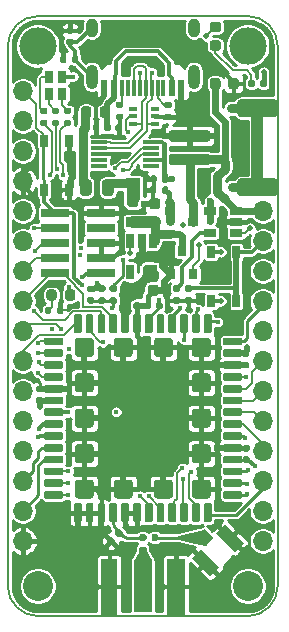
<source format=gtl>
G04 #@! TF.GenerationSoftware,KiCad,Pcbnew,(5.1.8)-1*
G04 #@! TF.CreationDate,2021-04-09T02:34:17+02:00*
G04 #@! TF.ProjectId,Penguino-STM32WL-M,50656e67-7569-46e6-9f2d-53544d333257,0.1*
G04 #@! TF.SameCoordinates,Original*
G04 #@! TF.FileFunction,Copper,L1,Top*
G04 #@! TF.FilePolarity,Positive*
%FSLAX46Y46*%
G04 Gerber Fmt 4.6, Leading zero omitted, Abs format (unit mm)*
G04 Created by KiCad (PCBNEW (5.1.8)-1) date 2021-04-09 02:34:17*
%MOMM*%
%LPD*%
G01*
G04 APERTURE LIST*
G04 #@! TA.AperFunction,Profile*
%ADD10C,0.150000*%
G04 #@! TD*
G04 #@! TA.AperFunction,SMDPad,CuDef*
%ADD11R,0.650000X0.400000*%
G04 #@! TD*
G04 #@! TA.AperFunction,SMDPad,CuDef*
%ADD12R,1.200000X0.900000*%
G04 #@! TD*
G04 #@! TA.AperFunction,SMDPad,CuDef*
%ADD13R,0.800000X1.000000*%
G04 #@! TD*
G04 #@! TA.AperFunction,SMDPad,CuDef*
%ADD14R,2.400000X0.740000*%
G04 #@! TD*
G04 #@! TA.AperFunction,SMDPad,CuDef*
%ADD15C,0.100000*%
G04 #@! TD*
G04 #@! TA.AperFunction,SMDPad,CuDef*
%ADD16R,1.350000X4.700000*%
G04 #@! TD*
G04 #@! TA.AperFunction,SMDPad,CuDef*
%ADD17R,1.500000X4.700000*%
G04 #@! TD*
G04 #@! TA.AperFunction,SMDPad,CuDef*
%ADD18R,1.500000X4.400000*%
G04 #@! TD*
G04 #@! TA.AperFunction,SMDPad,CuDef*
%ADD19R,0.900000X0.800000*%
G04 #@! TD*
G04 #@! TA.AperFunction,SMDPad,CuDef*
%ADD20R,0.660000X1.050000*%
G04 #@! TD*
G04 #@! TA.AperFunction,SMDPad,CuDef*
%ADD21R,1.060000X0.650000*%
G04 #@! TD*
G04 #@! TA.AperFunction,SMDPad,CuDef*
%ADD22R,0.800000X0.900000*%
G04 #@! TD*
G04 #@! TA.AperFunction,SMDPad,CuDef*
%ADD23R,1.400000X0.300000*%
G04 #@! TD*
G04 #@! TA.AperFunction,ComponentPad*
%ADD24C,3.175000*%
G04 #@! TD*
G04 #@! TA.AperFunction,ComponentPad*
%ADD25C,2.540000*%
G04 #@! TD*
G04 #@! TA.AperFunction,ComponentPad*
%ADD26O,1.700000X1.700000*%
G04 #@! TD*
G04 #@! TA.AperFunction,SMDPad,CuDef*
%ADD27R,0.650000X1.220000*%
G04 #@! TD*
G04 #@! TA.AperFunction,ComponentPad*
%ADD28O,1.000000X1.600000*%
G04 #@! TD*
G04 #@! TA.AperFunction,ComponentPad*
%ADD29O,1.000000X2.100000*%
G04 #@! TD*
G04 #@! TA.AperFunction,SMDPad,CuDef*
%ADD30R,0.300000X1.450000*%
G04 #@! TD*
G04 #@! TA.AperFunction,SMDPad,CuDef*
%ADD31R,0.600000X1.450000*%
G04 #@! TD*
G04 #@! TA.AperFunction,ViaPad*
%ADD32C,0.600000*%
G04 #@! TD*
G04 #@! TA.AperFunction,ViaPad*
%ADD33C,0.550000*%
G04 #@! TD*
G04 #@! TA.AperFunction,ViaPad*
%ADD34C,0.450000*%
G04 #@! TD*
G04 #@! TA.AperFunction,ViaPad*
%ADD35C,0.500000*%
G04 #@! TD*
G04 #@! TA.AperFunction,Conductor*
%ADD36C,1.000000*%
G04 #@! TD*
G04 #@! TA.AperFunction,Conductor*
%ADD37C,0.800000*%
G04 #@! TD*
G04 #@! TA.AperFunction,Conductor*
%ADD38C,0.500000*%
G04 #@! TD*
G04 #@! TA.AperFunction,Conductor*
%ADD39C,0.300000*%
G04 #@! TD*
G04 #@! TA.AperFunction,Conductor*
%ADD40C,0.400000*%
G04 #@! TD*
G04 #@! TA.AperFunction,Conductor*
%ADD41C,0.609600*%
G04 #@! TD*
G04 #@! TA.AperFunction,Conductor*
%ADD42C,0.250000*%
G04 #@! TD*
G04 #@! TA.AperFunction,Conductor*
%ADD43C,0.350000*%
G04 #@! TD*
G04 #@! TA.AperFunction,Conductor*
%ADD44C,0.293370*%
G04 #@! TD*
G04 #@! TA.AperFunction,Conductor*
%ADD45C,0.180000*%
G04 #@! TD*
G04 #@! TA.AperFunction,Conductor*
%ADD46C,0.200000*%
G04 #@! TD*
G04 #@! TA.AperFunction,Conductor*
%ADD47C,0.254000*%
G04 #@! TD*
G04 #@! TA.AperFunction,Conductor*
%ADD48C,0.100000*%
G04 #@! TD*
G04 APERTURE END LIST*
D10*
X127000000Y-119380000D02*
G75*
G02*
X124460000Y-116840000I0J2540000D01*
G01*
X147320000Y-116840000D02*
G75*
G02*
X144780000Y-119380000I-2540000J0D01*
G01*
X144780000Y-68580000D02*
G75*
G02*
X147320000Y-71120000I0J-2540000D01*
G01*
X124460000Y-71120000D02*
G75*
G02*
X127000000Y-68580000I2540000J0D01*
G01*
X124460000Y-116840000D02*
X124460000Y-71120000D01*
X144780000Y-119380000D02*
X127000000Y-119380000D01*
X147320000Y-71120000D02*
X147320000Y-116840000D01*
X127000000Y-68580000D02*
X144780000Y-68580000D01*
G04 #@! TA.AperFunction,SMDPad,CuDef*
G36*
G01*
X138565000Y-92399999D02*
X138935000Y-92399999D01*
G75*
G02*
X139070000Y-92534999I0J-135000D01*
G01*
X139070000Y-92804999D01*
G75*
G02*
X138935000Y-92939999I-135000J0D01*
G01*
X138565000Y-92939999D01*
G75*
G02*
X138430000Y-92804999I0J135000D01*
G01*
X138430000Y-92534999D01*
G75*
G02*
X138565000Y-92399999I135000J0D01*
G01*
G37*
G04 #@! TD.AperFunction*
G04 #@! TA.AperFunction,SMDPad,CuDef*
G36*
G01*
X138565000Y-91379999D02*
X138935000Y-91379999D01*
G75*
G02*
X139070000Y-91514999I0J-135000D01*
G01*
X139070000Y-91784999D01*
G75*
G02*
X138935000Y-91919999I-135000J0D01*
G01*
X138565000Y-91919999D01*
G75*
G02*
X138430000Y-91784999I0J135000D01*
G01*
X138430000Y-91514999D01*
G75*
G02*
X138565000Y-91379999I135000J0D01*
G01*
G37*
G04 #@! TD.AperFunction*
G04 #@! TA.AperFunction,SMDPad,CuDef*
G36*
G01*
X133806327Y-112687625D02*
X133562375Y-112443673D01*
G75*
G02*
X133562375Y-112235077I104298J104298D01*
G01*
X133770971Y-112026481D01*
G75*
G02*
X133979567Y-112026481I104298J-104298D01*
G01*
X134223519Y-112270433D01*
G75*
G02*
X134223519Y-112479029I-104298J-104298D01*
G01*
X134014923Y-112687625D01*
G75*
G02*
X133806327Y-112687625I-104298J104298D01*
G01*
G37*
G04 #@! TD.AperFunction*
G04 #@! TA.AperFunction,SMDPad,CuDef*
G36*
G01*
X133120433Y-113373519D02*
X132876481Y-113129567D01*
G75*
G02*
X132876481Y-112920971I104298J104298D01*
G01*
X133085077Y-112712375D01*
G75*
G02*
X133293673Y-112712375I104298J-104298D01*
G01*
X133537625Y-112956327D01*
G75*
G02*
X133537625Y-113164923I-104298J-104298D01*
G01*
X133329029Y-113373519D01*
G75*
G02*
X133120433Y-113373519I-104298J104298D01*
G01*
G37*
G04 #@! TD.AperFunction*
D11*
X135050000Y-77725000D03*
X135050000Y-76425000D03*
X136950000Y-77075000D03*
X135050000Y-77075000D03*
X136950000Y-76425000D03*
X136950000Y-77725000D03*
G04 #@! TA.AperFunction,SMDPad,CuDef*
G36*
G01*
X143125000Y-74550000D02*
X143125000Y-74050000D01*
G75*
G02*
X143350000Y-73825000I225000J0D01*
G01*
X143800000Y-73825000D01*
G75*
G02*
X144025000Y-74050000I0J-225000D01*
G01*
X144025000Y-74550000D01*
G75*
G02*
X143800000Y-74775000I-225000J0D01*
G01*
X143350000Y-74775000D01*
G75*
G02*
X143125000Y-74550000I0J225000D01*
G01*
G37*
G04 #@! TD.AperFunction*
G04 #@! TA.AperFunction,SMDPad,CuDef*
G36*
G01*
X141575000Y-74550000D02*
X141575000Y-74050000D01*
G75*
G02*
X141800000Y-73825000I225000J0D01*
G01*
X142250000Y-73825000D01*
G75*
G02*
X142475000Y-74050000I0J-225000D01*
G01*
X142475000Y-74550000D01*
G75*
G02*
X142250000Y-74775000I-225000J0D01*
G01*
X141800000Y-74775000D01*
G75*
G02*
X141575000Y-74550000I0J225000D01*
G01*
G37*
G04 #@! TD.AperFunction*
G04 #@! TA.AperFunction,SMDPad,CuDef*
G36*
G01*
X137150000Y-84925000D02*
X136650000Y-84925000D01*
G75*
G02*
X136425000Y-84700000I0J225000D01*
G01*
X136425000Y-84250000D01*
G75*
G02*
X136650000Y-84025000I225000J0D01*
G01*
X137150000Y-84025000D01*
G75*
G02*
X137375000Y-84250000I0J-225000D01*
G01*
X137375000Y-84700000D01*
G75*
G02*
X137150000Y-84925000I-225000J0D01*
G01*
G37*
G04 #@! TD.AperFunction*
G04 #@! TA.AperFunction,SMDPad,CuDef*
G36*
G01*
X137150000Y-86475000D02*
X136650000Y-86475000D01*
G75*
G02*
X136425000Y-86250000I0J225000D01*
G01*
X136425000Y-85800000D01*
G75*
G02*
X136650000Y-85575000I225000J0D01*
G01*
X137150000Y-85575000D01*
G75*
G02*
X137375000Y-85800000I0J-225000D01*
G01*
X137375000Y-86250000D01*
G75*
G02*
X137150000Y-86475000I-225000J0D01*
G01*
G37*
G04 #@! TD.AperFunction*
G04 #@! TA.AperFunction,SMDPad,CuDef*
G36*
G01*
X134775000Y-92050000D02*
X134775000Y-91550000D01*
G75*
G02*
X135000000Y-91325000I225000J0D01*
G01*
X135450000Y-91325000D01*
G75*
G02*
X135675000Y-91550000I0J-225000D01*
G01*
X135675000Y-92050000D01*
G75*
G02*
X135450000Y-92275000I-225000J0D01*
G01*
X135000000Y-92275000D01*
G75*
G02*
X134775000Y-92050000I0J225000D01*
G01*
G37*
G04 #@! TD.AperFunction*
G04 #@! TA.AperFunction,SMDPad,CuDef*
G36*
G01*
X136325000Y-92050000D02*
X136325000Y-91550000D01*
G75*
G02*
X136550000Y-91325000I225000J0D01*
G01*
X137000000Y-91325000D01*
G75*
G02*
X137225000Y-91550000I0J-225000D01*
G01*
X137225000Y-92050000D01*
G75*
G02*
X137000000Y-92275000I-225000J0D01*
G01*
X136550000Y-92275000D01*
G75*
G02*
X136325000Y-92050000I0J225000D01*
G01*
G37*
G04 #@! TD.AperFunction*
G04 #@! TA.AperFunction,SMDPad,CuDef*
G36*
G01*
X141783750Y-70637500D02*
X142296250Y-70637500D01*
G75*
G02*
X142515000Y-70856250I0J-218750D01*
G01*
X142515000Y-71293750D01*
G75*
G02*
X142296250Y-71512500I-218750J0D01*
G01*
X141783750Y-71512500D01*
G75*
G02*
X141565000Y-71293750I0J218750D01*
G01*
X141565000Y-70856250D01*
G75*
G02*
X141783750Y-70637500I218750J0D01*
G01*
G37*
G04 #@! TD.AperFunction*
G04 #@! TA.AperFunction,SMDPad,CuDef*
G36*
G01*
X141783750Y-69062500D02*
X142296250Y-69062500D01*
G75*
G02*
X142515000Y-69281250I0J-218750D01*
G01*
X142515000Y-69718750D01*
G75*
G02*
X142296250Y-69937500I-218750J0D01*
G01*
X141783750Y-69937500D01*
G75*
G02*
X141565000Y-69718750I0J218750D01*
G01*
X141565000Y-69281250D01*
G75*
G02*
X141783750Y-69062500I218750J0D01*
G01*
G37*
G04 #@! TD.AperFunction*
D12*
X135050000Y-86050000D03*
X135050000Y-82750000D03*
D13*
X127950000Y-75200000D03*
X127950000Y-73700000D03*
X129050000Y-73700000D03*
X129050000Y-75200000D03*
G04 #@! TA.AperFunction,SMDPad,CuDef*
G36*
G01*
X127725000Y-92456250D02*
X127725000Y-91943750D01*
G75*
G02*
X127943750Y-91725000I218750J0D01*
G01*
X128381250Y-91725000D01*
G75*
G02*
X128600000Y-91943750I0J-218750D01*
G01*
X128600000Y-92456250D01*
G75*
G02*
X128381250Y-92675000I-218750J0D01*
G01*
X127943750Y-92675000D01*
G75*
G02*
X127725000Y-92456250I0J218750D01*
G01*
G37*
G04 #@! TD.AperFunction*
G04 #@! TA.AperFunction,SMDPad,CuDef*
G36*
G01*
X129300000Y-92456250D02*
X129300000Y-91943750D01*
G75*
G02*
X129518750Y-91725000I218750J0D01*
G01*
X129956250Y-91725000D01*
G75*
G02*
X130175000Y-91943750I0J-218750D01*
G01*
X130175000Y-92456250D01*
G75*
G02*
X129956250Y-92675000I-218750J0D01*
G01*
X129518750Y-92675000D01*
G75*
G02*
X129300000Y-92456250I0J218750D01*
G01*
G37*
G04 #@! TD.AperFunction*
G04 #@! TA.AperFunction,SMDPad,CuDef*
G36*
G01*
X130575000Y-83556250D02*
X130575000Y-82643750D01*
G75*
G02*
X130818750Y-82400000I243750J0D01*
G01*
X131306250Y-82400000D01*
G75*
G02*
X131550000Y-82643750I0J-243750D01*
G01*
X131550000Y-83556250D01*
G75*
G02*
X131306250Y-83800000I-243750J0D01*
G01*
X130818750Y-83800000D01*
G75*
G02*
X130575000Y-83556250I0J243750D01*
G01*
G37*
G04 #@! TD.AperFunction*
G04 #@! TA.AperFunction,SMDPad,CuDef*
G36*
G01*
X132450000Y-83556250D02*
X132450000Y-82643750D01*
G75*
G02*
X132693750Y-82400000I243750J0D01*
G01*
X133181250Y-82400000D01*
G75*
G02*
X133425000Y-82643750I0J-243750D01*
G01*
X133425000Y-83556250D01*
G75*
G02*
X133181250Y-83800000I-243750J0D01*
G01*
X132693750Y-83800000D01*
G75*
G02*
X132450000Y-83556250I0J243750D01*
G01*
G37*
G04 #@! TD.AperFunction*
G04 #@! TA.AperFunction,SMDPad,CuDef*
G36*
G01*
X133112500Y-76443750D02*
X133112500Y-76956250D01*
G75*
G02*
X132893750Y-77175000I-218750J0D01*
G01*
X132456250Y-77175000D01*
G75*
G02*
X132237500Y-76956250I0J218750D01*
G01*
X132237500Y-76443750D01*
G75*
G02*
X132456250Y-76225000I218750J0D01*
G01*
X132893750Y-76225000D01*
G75*
G02*
X133112500Y-76443750I0J-218750D01*
G01*
G37*
G04 #@! TD.AperFunction*
G04 #@! TA.AperFunction,SMDPad,CuDef*
G36*
G01*
X131537500Y-76443750D02*
X131537500Y-76956250D01*
G75*
G02*
X131318750Y-77175000I-218750J0D01*
G01*
X130881250Y-77175000D01*
G75*
G02*
X130662500Y-76956250I0J218750D01*
G01*
X130662500Y-76443750D01*
G75*
G02*
X130881250Y-76225000I218750J0D01*
G01*
X131318750Y-76225000D01*
G75*
G02*
X131537500Y-76443750I0J-218750D01*
G01*
G37*
G04 #@! TD.AperFunction*
G04 #@! TA.AperFunction,SMDPad,CuDef*
G36*
G01*
X141350000Y-81230000D02*
X138350000Y-81230000D01*
G75*
G02*
X138100000Y-80980000I0J250000D01*
G01*
X138100000Y-80480000D01*
G75*
G02*
X138350000Y-80230000I250000J0D01*
G01*
X141350000Y-80230000D01*
G75*
G02*
X141600000Y-80480000I0J-250000D01*
G01*
X141600000Y-80980000D01*
G75*
G02*
X141350000Y-81230000I-250000J0D01*
G01*
G37*
G04 #@! TD.AperFunction*
G04 #@! TA.AperFunction,SMDPad,CuDef*
G36*
G01*
X141350000Y-79230000D02*
X138350000Y-79230000D01*
G75*
G02*
X138100000Y-78980000I0J250000D01*
G01*
X138100000Y-78480000D01*
G75*
G02*
X138350000Y-78230000I250000J0D01*
G01*
X141350000Y-78230000D01*
G75*
G02*
X141600000Y-78480000I0J-250000D01*
G01*
X141600000Y-78980000D01*
G75*
G02*
X141350000Y-79230000I-250000J0D01*
G01*
G37*
G04 #@! TD.AperFunction*
G04 #@! TA.AperFunction,SMDPad,CuDef*
G36*
G01*
X147050000Y-83830000D02*
X144150000Y-83830000D01*
G75*
G02*
X143900000Y-83580000I0J250000D01*
G01*
X143900000Y-82580000D01*
G75*
G02*
X144150000Y-82330000I250000J0D01*
G01*
X147050000Y-82330000D01*
G75*
G02*
X147300000Y-82580000I0J-250000D01*
G01*
X147300000Y-83580000D01*
G75*
G02*
X147050000Y-83830000I-250000J0D01*
G01*
G37*
G04 #@! TD.AperFunction*
G04 #@! TA.AperFunction,SMDPad,CuDef*
G36*
G01*
X147050000Y-77130000D02*
X144150000Y-77130000D01*
G75*
G02*
X143900000Y-76880000I0J250000D01*
G01*
X143900000Y-75880000D01*
G75*
G02*
X144150000Y-75630000I250000J0D01*
G01*
X147050000Y-75630000D01*
G75*
G02*
X147300000Y-75880000I0J-250000D01*
G01*
X147300000Y-76880000D01*
G75*
G02*
X147050000Y-77130000I-250000J0D01*
G01*
G37*
G04 #@! TD.AperFunction*
D14*
X132350000Y-90340000D03*
X128450000Y-90340000D03*
X132350000Y-89070000D03*
X128450000Y-89070000D03*
X132350000Y-87800000D03*
X128450000Y-87800000D03*
X132350000Y-86530000D03*
X128450000Y-86530000D03*
X132350000Y-85260000D03*
X128450000Y-85260000D03*
G04 #@! TA.AperFunction,SMDPad,CuDef*
D15*
G36*
X140043844Y-114447272D02*
G01*
X140786307Y-113704809D01*
X142341942Y-115260444D01*
X141599479Y-116002907D01*
X140043844Y-114447272D01*
G37*
G04 #@! TD.AperFunction*
G04 #@! TA.AperFunction,SMDPad,CuDef*
G36*
X140432754Y-112714860D02*
G01*
X141139860Y-112007754D01*
X141882322Y-112750216D01*
X141175216Y-113457322D01*
X140432754Y-112714860D01*
G37*
G04 #@! TD.AperFunction*
G04 #@! TA.AperFunction,SMDPad,CuDef*
G36*
X142129809Y-112361307D02*
G01*
X142872272Y-111618844D01*
X144427907Y-113174479D01*
X143685444Y-113916942D01*
X142129809Y-112361307D01*
G37*
G04 #@! TD.AperFunction*
D16*
X133065000Y-116880000D03*
D17*
X138715000Y-116880000D03*
D18*
X135890000Y-116857000D03*
D19*
X138173000Y-85092500D03*
X138173000Y-86992500D03*
X140173000Y-86042500D03*
G04 #@! TA.AperFunction,SMDPad,CuDef*
G36*
G01*
X129905000Y-72448000D02*
X129905000Y-72078000D01*
G75*
G02*
X130040000Y-71943000I135000J0D01*
G01*
X130310000Y-71943000D01*
G75*
G02*
X130445000Y-72078000I0J-135000D01*
G01*
X130445000Y-72448000D01*
G75*
G02*
X130310000Y-72583000I-135000J0D01*
G01*
X130040000Y-72583000D01*
G75*
G02*
X129905000Y-72448000I0J135000D01*
G01*
G37*
G04 #@! TD.AperFunction*
G04 #@! TA.AperFunction,SMDPad,CuDef*
G36*
G01*
X128885000Y-72448000D02*
X128885000Y-72078000D01*
G75*
G02*
X129020000Y-71943000I135000J0D01*
G01*
X129290000Y-71943000D01*
G75*
G02*
X129425000Y-72078000I0J-135000D01*
G01*
X129425000Y-72448000D01*
G75*
G02*
X129290000Y-72583000I-135000J0D01*
G01*
X129020000Y-72583000D01*
G75*
G02*
X128885000Y-72448000I0J135000D01*
G01*
G37*
G04 #@! TD.AperFunction*
G04 #@! TA.AperFunction,SMDPad,CuDef*
G36*
G01*
X145350001Y-74115000D02*
X145350001Y-74485000D01*
G75*
G02*
X145215001Y-74620000I-135000J0D01*
G01*
X144945001Y-74620000D01*
G75*
G02*
X144810001Y-74485000I0J135000D01*
G01*
X144810001Y-74115000D01*
G75*
G02*
X144945001Y-73980000I135000J0D01*
G01*
X145215001Y-73980000D01*
G75*
G02*
X145350001Y-74115000I0J-135000D01*
G01*
G37*
G04 #@! TD.AperFunction*
G04 #@! TA.AperFunction,SMDPad,CuDef*
G36*
G01*
X146370001Y-74115000D02*
X146370001Y-74485000D01*
G75*
G02*
X146235001Y-74620000I-135000J0D01*
G01*
X145965001Y-74620000D01*
G75*
G02*
X145830001Y-74485000I0J135000D01*
G01*
X145830001Y-74115000D01*
G75*
G02*
X145965001Y-73980000I135000J0D01*
G01*
X146235001Y-73980000D01*
G75*
G02*
X146370001Y-74115000I0J-135000D01*
G01*
G37*
G04 #@! TD.AperFunction*
G04 #@! TA.AperFunction,SMDPad,CuDef*
G36*
G01*
X138055000Y-83140000D02*
X138055000Y-83510000D01*
G75*
G02*
X137920000Y-83645000I-135000J0D01*
G01*
X137650000Y-83645000D01*
G75*
G02*
X137515000Y-83510000I0J135000D01*
G01*
X137515000Y-83140000D01*
G75*
G02*
X137650000Y-83005000I135000J0D01*
G01*
X137920000Y-83005000D01*
G75*
G02*
X138055000Y-83140000I0J-135000D01*
G01*
G37*
G04 #@! TD.AperFunction*
G04 #@! TA.AperFunction,SMDPad,CuDef*
G36*
G01*
X137035000Y-83140000D02*
X137035000Y-83510000D01*
G75*
G02*
X136900000Y-83645000I-135000J0D01*
G01*
X136630000Y-83645000D01*
G75*
G02*
X136495000Y-83510000I0J135000D01*
G01*
X136495000Y-83140000D01*
G75*
G02*
X136630000Y-83005000I135000J0D01*
G01*
X136900000Y-83005000D01*
G75*
G02*
X137035000Y-83140000I0J-135000D01*
G01*
G37*
G04 #@! TD.AperFunction*
G04 #@! TA.AperFunction,SMDPad,CuDef*
G36*
G01*
X128315000Y-76345000D02*
X128685000Y-76345000D01*
G75*
G02*
X128820000Y-76480000I0J-135000D01*
G01*
X128820000Y-76750000D01*
G75*
G02*
X128685000Y-76885000I-135000J0D01*
G01*
X128315000Y-76885000D01*
G75*
G02*
X128180000Y-76750000I0J135000D01*
G01*
X128180000Y-76480000D01*
G75*
G02*
X128315000Y-76345000I135000J0D01*
G01*
G37*
G04 #@! TD.AperFunction*
G04 #@! TA.AperFunction,SMDPad,CuDef*
G36*
G01*
X128315000Y-77365000D02*
X128685000Y-77365000D01*
G75*
G02*
X128820000Y-77500000I0J-135000D01*
G01*
X128820000Y-77770000D01*
G75*
G02*
X128685000Y-77905000I-135000J0D01*
G01*
X128315000Y-77905000D01*
G75*
G02*
X128180000Y-77770000I0J135000D01*
G01*
X128180000Y-77500000D01*
G75*
G02*
X128315000Y-77365000I135000J0D01*
G01*
G37*
G04 #@! TD.AperFunction*
G04 #@! TA.AperFunction,SMDPad,CuDef*
G36*
G01*
X129340000Y-77365000D02*
X129710000Y-77365000D01*
G75*
G02*
X129845000Y-77500000I0J-135000D01*
G01*
X129845000Y-77770000D01*
G75*
G02*
X129710000Y-77905000I-135000J0D01*
G01*
X129340000Y-77905000D01*
G75*
G02*
X129205000Y-77770000I0J135000D01*
G01*
X129205000Y-77500000D01*
G75*
G02*
X129340000Y-77365000I135000J0D01*
G01*
G37*
G04 #@! TD.AperFunction*
G04 #@! TA.AperFunction,SMDPad,CuDef*
G36*
G01*
X129340000Y-76345000D02*
X129710000Y-76345000D01*
G75*
G02*
X129845000Y-76480000I0J-135000D01*
G01*
X129845000Y-76750000D01*
G75*
G02*
X129710000Y-76885000I-135000J0D01*
G01*
X129340000Y-76885000D01*
G75*
G02*
X129205000Y-76750000I0J135000D01*
G01*
X129205000Y-76480000D01*
G75*
G02*
X129340000Y-76345000I135000J0D01*
G01*
G37*
G04 #@! TD.AperFunction*
G04 #@! TA.AperFunction,SMDPad,CuDef*
G36*
G01*
X127315000Y-76345000D02*
X127685000Y-76345000D01*
G75*
G02*
X127820000Y-76480000I0J-135000D01*
G01*
X127820000Y-76750000D01*
G75*
G02*
X127685000Y-76885000I-135000J0D01*
G01*
X127315000Y-76885000D01*
G75*
G02*
X127180000Y-76750000I0J135000D01*
G01*
X127180000Y-76480000D01*
G75*
G02*
X127315000Y-76345000I135000J0D01*
G01*
G37*
G04 #@! TD.AperFunction*
G04 #@! TA.AperFunction,SMDPad,CuDef*
G36*
G01*
X127315000Y-77365000D02*
X127685000Y-77365000D01*
G75*
G02*
X127820000Y-77500000I0J-135000D01*
G01*
X127820000Y-77770000D01*
G75*
G02*
X127685000Y-77905000I-135000J0D01*
G01*
X127315000Y-77905000D01*
G75*
G02*
X127180000Y-77770000I0J135000D01*
G01*
X127180000Y-77500000D01*
G75*
G02*
X127315000Y-77365000I135000J0D01*
G01*
G37*
G04 #@! TD.AperFunction*
G04 #@! TA.AperFunction,SMDPad,CuDef*
G36*
G01*
X128635000Y-93685000D02*
X128635000Y-93315000D01*
G75*
G02*
X128770000Y-93180000I135000J0D01*
G01*
X129040000Y-93180000D01*
G75*
G02*
X129175000Y-93315000I0J-135000D01*
G01*
X129175000Y-93685000D01*
G75*
G02*
X129040000Y-93820000I-135000J0D01*
G01*
X128770000Y-93820000D01*
G75*
G02*
X128635000Y-93685000I0J135000D01*
G01*
G37*
G04 #@! TD.AperFunction*
G04 #@! TA.AperFunction,SMDPad,CuDef*
G36*
G01*
X127615000Y-93685000D02*
X127615000Y-93315000D01*
G75*
G02*
X127750000Y-93180000I135000J0D01*
G01*
X128020000Y-93180000D01*
G75*
G02*
X128155000Y-93315000I0J-135000D01*
G01*
X128155000Y-93685000D01*
G75*
G02*
X128020000Y-93820000I-135000J0D01*
G01*
X127750000Y-93820000D01*
G75*
G02*
X127615000Y-93685000I0J135000D01*
G01*
G37*
G04 #@! TD.AperFunction*
G04 #@! TA.AperFunction,SMDPad,CuDef*
G36*
G01*
X133197500Y-91377000D02*
X133567500Y-91377000D01*
G75*
G02*
X133702500Y-91512000I0J-135000D01*
G01*
X133702500Y-91782000D01*
G75*
G02*
X133567500Y-91917000I-135000J0D01*
G01*
X133197500Y-91917000D01*
G75*
G02*
X133062500Y-91782000I0J135000D01*
G01*
X133062500Y-91512000D01*
G75*
G02*
X133197500Y-91377000I135000J0D01*
G01*
G37*
G04 #@! TD.AperFunction*
G04 #@! TA.AperFunction,SMDPad,CuDef*
G36*
G01*
X133197500Y-92397000D02*
X133567500Y-92397000D01*
G75*
G02*
X133702500Y-92532000I0J-135000D01*
G01*
X133702500Y-92802000D01*
G75*
G02*
X133567500Y-92937000I-135000J0D01*
G01*
X133197500Y-92937000D01*
G75*
G02*
X133062500Y-92802000I0J135000D01*
G01*
X133062500Y-92532000D01*
G75*
G02*
X133197500Y-92397000I135000J0D01*
G01*
G37*
G04 #@! TD.AperFunction*
G04 #@! TA.AperFunction,SMDPad,CuDef*
G36*
G01*
X132615000Y-92940999D02*
X132245000Y-92940999D01*
G75*
G02*
X132110000Y-92805999I0J135000D01*
G01*
X132110000Y-92535999D01*
G75*
G02*
X132245000Y-92400999I135000J0D01*
G01*
X132615000Y-92400999D01*
G75*
G02*
X132750000Y-92535999I0J-135000D01*
G01*
X132750000Y-92805999D01*
G75*
G02*
X132615000Y-92940999I-135000J0D01*
G01*
G37*
G04 #@! TD.AperFunction*
G04 #@! TA.AperFunction,SMDPad,CuDef*
G36*
G01*
X132615000Y-91920999D02*
X132245000Y-91920999D01*
G75*
G02*
X132110000Y-91785999I0J135000D01*
G01*
X132110000Y-91515999D01*
G75*
G02*
X132245000Y-91380999I135000J0D01*
G01*
X132615000Y-91380999D01*
G75*
G02*
X132750000Y-91515999I0J-135000D01*
G01*
X132750000Y-91785999D01*
G75*
G02*
X132615000Y-91920999I-135000J0D01*
G01*
G37*
G04 #@! TD.AperFunction*
G04 #@! TA.AperFunction,SMDPad,CuDef*
G36*
G01*
X135620000Y-112913632D02*
X135620000Y-112543632D01*
G75*
G02*
X135755000Y-112408632I135000J0D01*
G01*
X136025000Y-112408632D01*
G75*
G02*
X136160000Y-112543632I0J-135000D01*
G01*
X136160000Y-112913632D01*
G75*
G02*
X136025000Y-113048632I-135000J0D01*
G01*
X135755000Y-113048632D01*
G75*
G02*
X135620000Y-112913632I0J135000D01*
G01*
G37*
G04 #@! TD.AperFunction*
G04 #@! TA.AperFunction,SMDPad,CuDef*
G36*
G01*
X136640000Y-112913632D02*
X136640000Y-112543632D01*
G75*
G02*
X136775000Y-112408632I135000J0D01*
G01*
X137045000Y-112408632D01*
G75*
G02*
X137180000Y-112543632I0J-135000D01*
G01*
X137180000Y-112913632D01*
G75*
G02*
X137045000Y-113048632I-135000J0D01*
G01*
X136775000Y-113048632D01*
G75*
G02*
X136640000Y-112913632I0J135000D01*
G01*
G37*
G04 #@! TD.AperFunction*
G04 #@! TA.AperFunction,SMDPad,CuDef*
G36*
G01*
X136075000Y-113016500D02*
X135705000Y-113016500D01*
G75*
G02*
X135570000Y-112881500I0J135000D01*
G01*
X135570000Y-112611500D01*
G75*
G02*
X135705000Y-112476500I135000J0D01*
G01*
X136075000Y-112476500D01*
G75*
G02*
X136210000Y-112611500I0J-135000D01*
G01*
X136210000Y-112881500D01*
G75*
G02*
X136075000Y-113016500I-135000J0D01*
G01*
G37*
G04 #@! TD.AperFunction*
G04 #@! TA.AperFunction,SMDPad,CuDef*
G36*
G01*
X136075000Y-114036500D02*
X135705000Y-114036500D01*
G75*
G02*
X135570000Y-113901500I0J135000D01*
G01*
X135570000Y-113631500D01*
G75*
G02*
X135705000Y-113496500I135000J0D01*
G01*
X136075000Y-113496500D01*
G75*
G02*
X136210000Y-113631500I0J-135000D01*
G01*
X136210000Y-113901500D01*
G75*
G02*
X136075000Y-114036500I-135000J0D01*
G01*
G37*
G04 #@! TD.AperFunction*
D20*
X127530000Y-83275000D03*
X129670000Y-83275000D03*
X127530000Y-79125000D03*
X129670000Y-79125000D03*
X143820000Y-88575000D03*
X141680000Y-88575000D03*
X143820000Y-92725000D03*
X141680000Y-92725000D03*
D21*
X141600000Y-86950000D03*
X141600000Y-85050000D03*
X143800000Y-85050000D03*
X143800000Y-86000000D03*
X143800000Y-86950000D03*
D22*
X139200000Y-88450000D03*
X140150000Y-90450000D03*
X138250000Y-90450000D03*
D23*
X132150000Y-79275000D03*
X132150000Y-79775000D03*
X132150000Y-80275000D03*
X132150000Y-80775000D03*
X132150000Y-81275000D03*
X136550000Y-81275000D03*
X136550000Y-80775000D03*
X136550000Y-80275000D03*
X136550000Y-79775000D03*
X136550000Y-79275000D03*
G04 #@! TA.AperFunction,SMDPad,CuDef*
G36*
G01*
X134793600Y-97430000D02*
X133686400Y-97430000D01*
G75*
G02*
X133440000Y-97183600I0J246400D01*
G01*
X133440000Y-96076400D01*
G75*
G02*
X133686400Y-95830000I246400J0D01*
G01*
X134793600Y-95830000D01*
G75*
G02*
X135040000Y-96076400I0J-246400D01*
G01*
X135040000Y-97183600D01*
G75*
G02*
X134793600Y-97430000I-246400J0D01*
G01*
G37*
G04 #@! TD.AperFunction*
G04 #@! TA.AperFunction,SMDPad,CuDef*
G36*
G01*
X138193600Y-97430000D02*
X137086400Y-97430000D01*
G75*
G02*
X136840000Y-97183600I0J246400D01*
G01*
X136840000Y-96076400D01*
G75*
G02*
X137086400Y-95830000I246400J0D01*
G01*
X138193600Y-95830000D01*
G75*
G02*
X138440000Y-96076400I0J-246400D01*
G01*
X138440000Y-97183600D01*
G75*
G02*
X138193600Y-97430000I-246400J0D01*
G01*
G37*
G04 #@! TD.AperFunction*
G04 #@! TA.AperFunction,SMDPad,CuDef*
G36*
G01*
X138193600Y-109430000D02*
X137086400Y-109430000D01*
G75*
G02*
X136840000Y-109183600I0J246400D01*
G01*
X136840000Y-108076400D01*
G75*
G02*
X137086400Y-107830000I246400J0D01*
G01*
X138193600Y-107830000D01*
G75*
G02*
X138440000Y-108076400I0J-246400D01*
G01*
X138440000Y-109183600D01*
G75*
G02*
X138193600Y-109430000I-246400J0D01*
G01*
G37*
G04 #@! TD.AperFunction*
G04 #@! TA.AperFunction,SMDPad,CuDef*
G36*
G01*
X134793600Y-109430000D02*
X133686400Y-109430000D01*
G75*
G02*
X133440000Y-109183600I0J246400D01*
G01*
X133440000Y-108076400D01*
G75*
G02*
X133686400Y-107830000I246400J0D01*
G01*
X134793600Y-107830000D01*
G75*
G02*
X135040000Y-108076400I0J-246400D01*
G01*
X135040000Y-109183600D01*
G75*
G02*
X134793600Y-109430000I-246400J0D01*
G01*
G37*
G04 #@! TD.AperFunction*
G04 #@! TA.AperFunction,SMDPad,CuDef*
G36*
G01*
X131493600Y-97430000D02*
X130386400Y-97430000D01*
G75*
G02*
X130140000Y-97183600I0J246400D01*
G01*
X130140000Y-96076400D01*
G75*
G02*
X130386400Y-95830000I246400J0D01*
G01*
X131493600Y-95830000D01*
G75*
G02*
X131740000Y-96076400I0J-246400D01*
G01*
X131740000Y-97183600D01*
G75*
G02*
X131493600Y-97430000I-246400J0D01*
G01*
G37*
G04 #@! TD.AperFunction*
G04 #@! TA.AperFunction,SMDPad,CuDef*
G36*
G01*
X131493600Y-100430000D02*
X130386400Y-100430000D01*
G75*
G02*
X130140000Y-100183600I0J246400D01*
G01*
X130140000Y-99076400D01*
G75*
G02*
X130386400Y-98830000I246400J0D01*
G01*
X131493600Y-98830000D01*
G75*
G02*
X131740000Y-99076400I0J-246400D01*
G01*
X131740000Y-100183600D01*
G75*
G02*
X131493600Y-100430000I-246400J0D01*
G01*
G37*
G04 #@! TD.AperFunction*
G04 #@! TA.AperFunction,SMDPad,CuDef*
G36*
G01*
X131493600Y-103430000D02*
X130386400Y-103430000D01*
G75*
G02*
X130140000Y-103183600I0J246400D01*
G01*
X130140000Y-102076400D01*
G75*
G02*
X130386400Y-101830000I246400J0D01*
G01*
X131493600Y-101830000D01*
G75*
G02*
X131740000Y-102076400I0J-246400D01*
G01*
X131740000Y-103183600D01*
G75*
G02*
X131493600Y-103430000I-246400J0D01*
G01*
G37*
G04 #@! TD.AperFunction*
G04 #@! TA.AperFunction,SMDPad,CuDef*
G36*
G01*
X131493600Y-106430000D02*
X130386400Y-106430000D01*
G75*
G02*
X130140000Y-106183600I0J246400D01*
G01*
X130140000Y-105076400D01*
G75*
G02*
X130386400Y-104830000I246400J0D01*
G01*
X131493600Y-104830000D01*
G75*
G02*
X131740000Y-105076400I0J-246400D01*
G01*
X131740000Y-106183600D01*
G75*
G02*
X131493600Y-106430000I-246400J0D01*
G01*
G37*
G04 #@! TD.AperFunction*
G04 #@! TA.AperFunction,SMDPad,CuDef*
G36*
G01*
X131493600Y-109430000D02*
X130386400Y-109430000D01*
G75*
G02*
X130140000Y-109183600I0J246400D01*
G01*
X130140000Y-108076400D01*
G75*
G02*
X130386400Y-107830000I246400J0D01*
G01*
X131493600Y-107830000D01*
G75*
G02*
X131740000Y-108076400I0J-246400D01*
G01*
X131740000Y-109183600D01*
G75*
G02*
X131493600Y-109430000I-246400J0D01*
G01*
G37*
G04 #@! TD.AperFunction*
G04 #@! TA.AperFunction,SMDPad,CuDef*
G36*
G01*
X141393600Y-106430000D02*
X140286400Y-106430000D01*
G75*
G02*
X140040000Y-106183600I0J246400D01*
G01*
X140040000Y-105076400D01*
G75*
G02*
X140286400Y-104830000I246400J0D01*
G01*
X141393600Y-104830000D01*
G75*
G02*
X141640000Y-105076400I0J-246400D01*
G01*
X141640000Y-106183600D01*
G75*
G02*
X141393600Y-106430000I-246400J0D01*
G01*
G37*
G04 #@! TD.AperFunction*
G04 #@! TA.AperFunction,SMDPad,CuDef*
G36*
G01*
X141393600Y-97430000D02*
X140286400Y-97430000D01*
G75*
G02*
X140040000Y-97183600I0J246400D01*
G01*
X140040000Y-96076400D01*
G75*
G02*
X140286400Y-95830000I246400J0D01*
G01*
X141393600Y-95830000D01*
G75*
G02*
X141640000Y-96076400I0J-246400D01*
G01*
X141640000Y-97183600D01*
G75*
G02*
X141393600Y-97430000I-246400J0D01*
G01*
G37*
G04 #@! TD.AperFunction*
G04 #@! TA.AperFunction,SMDPad,CuDef*
G36*
G01*
X141393600Y-100430000D02*
X140286400Y-100430000D01*
G75*
G02*
X140040000Y-100183600I0J246400D01*
G01*
X140040000Y-99076400D01*
G75*
G02*
X140286400Y-98830000I246400J0D01*
G01*
X141393600Y-98830000D01*
G75*
G02*
X141640000Y-99076400I0J-246400D01*
G01*
X141640000Y-100183600D01*
G75*
G02*
X141393600Y-100430000I-246400J0D01*
G01*
G37*
G04 #@! TD.AperFunction*
G04 #@! TA.AperFunction,SMDPad,CuDef*
G36*
G01*
X141393600Y-103430000D02*
X140286400Y-103430000D01*
G75*
G02*
X140040000Y-103183600I0J246400D01*
G01*
X140040000Y-102076400D01*
G75*
G02*
X140286400Y-101830000I246400J0D01*
G01*
X141393600Y-101830000D01*
G75*
G02*
X141640000Y-102076400I0J-246400D01*
G01*
X141640000Y-103183600D01*
G75*
G02*
X141393600Y-103430000I-246400J0D01*
G01*
G37*
G04 #@! TD.AperFunction*
G04 #@! TA.AperFunction,SMDPad,CuDef*
G36*
G01*
X141393600Y-109430000D02*
X140286400Y-109430000D01*
G75*
G02*
X140040000Y-109183600I0J246400D01*
G01*
X140040000Y-108076400D01*
G75*
G02*
X140286400Y-107830000I246400J0D01*
G01*
X141393600Y-107830000D01*
G75*
G02*
X141640000Y-108076400I0J-246400D01*
G01*
X141640000Y-109183600D01*
G75*
G02*
X141393600Y-109430000I-246400J0D01*
G01*
G37*
G04 #@! TD.AperFunction*
G04 #@! TA.AperFunction,SMDPad,CuDef*
G36*
G01*
X130614900Y-111430000D02*
X130165100Y-111430000D01*
G75*
G02*
X130065000Y-111329900I0J100100D01*
G01*
X130065000Y-109930100D01*
G75*
G02*
X130165100Y-109830000I100100J0D01*
G01*
X130614900Y-109830000D01*
G75*
G02*
X130715000Y-109930100I0J-100100D01*
G01*
X130715000Y-111329900D01*
G75*
G02*
X130614900Y-111430000I-100100J0D01*
G01*
G37*
G04 #@! TD.AperFunction*
G04 #@! TA.AperFunction,SMDPad,CuDef*
G36*
G01*
X131614900Y-111430000D02*
X131165100Y-111430000D01*
G75*
G02*
X131065000Y-111329900I0J100100D01*
G01*
X131065000Y-109930100D01*
G75*
G02*
X131165100Y-109830000I100100J0D01*
G01*
X131614900Y-109830000D01*
G75*
G02*
X131715000Y-109930100I0J-100100D01*
G01*
X131715000Y-111329900D01*
G75*
G02*
X131614900Y-111430000I-100100J0D01*
G01*
G37*
G04 #@! TD.AperFunction*
G04 #@! TA.AperFunction,SMDPad,CuDef*
G36*
G01*
X132614900Y-111430000D02*
X132165100Y-111430000D01*
G75*
G02*
X132065000Y-111329900I0J100100D01*
G01*
X132065000Y-109930100D01*
G75*
G02*
X132165100Y-109830000I100100J0D01*
G01*
X132614900Y-109830000D01*
G75*
G02*
X132715000Y-109930100I0J-100100D01*
G01*
X132715000Y-111329900D01*
G75*
G02*
X132614900Y-111430000I-100100J0D01*
G01*
G37*
G04 #@! TD.AperFunction*
G04 #@! TA.AperFunction,SMDPad,CuDef*
G36*
G01*
X133614900Y-111430000D02*
X133165100Y-111430000D01*
G75*
G02*
X133065000Y-111329900I0J100100D01*
G01*
X133065000Y-109930100D01*
G75*
G02*
X133165100Y-109830000I100100J0D01*
G01*
X133614900Y-109830000D01*
G75*
G02*
X133715000Y-109930100I0J-100100D01*
G01*
X133715000Y-111329900D01*
G75*
G02*
X133614900Y-111430000I-100100J0D01*
G01*
G37*
G04 #@! TD.AperFunction*
G04 #@! TA.AperFunction,SMDPad,CuDef*
G36*
G01*
X134614900Y-111430000D02*
X134165100Y-111430000D01*
G75*
G02*
X134065000Y-111329900I0J100100D01*
G01*
X134065000Y-109930100D01*
G75*
G02*
X134165100Y-109830000I100100J0D01*
G01*
X134614900Y-109830000D01*
G75*
G02*
X134715000Y-109930100I0J-100100D01*
G01*
X134715000Y-111329900D01*
G75*
G02*
X134614900Y-111430000I-100100J0D01*
G01*
G37*
G04 #@! TD.AperFunction*
G04 #@! TA.AperFunction,SMDPad,CuDef*
G36*
G01*
X135614900Y-111430000D02*
X135165100Y-111430000D01*
G75*
G02*
X135065000Y-111329900I0J100100D01*
G01*
X135065000Y-109930100D01*
G75*
G02*
X135165100Y-109830000I100100J0D01*
G01*
X135614900Y-109830000D01*
G75*
G02*
X135715000Y-109930100I0J-100100D01*
G01*
X135715000Y-111329900D01*
G75*
G02*
X135614900Y-111430000I-100100J0D01*
G01*
G37*
G04 #@! TD.AperFunction*
G04 #@! TA.AperFunction,SMDPad,CuDef*
G36*
G01*
X136614900Y-111430000D02*
X136165100Y-111430000D01*
G75*
G02*
X136065000Y-111329900I0J100100D01*
G01*
X136065000Y-109930100D01*
G75*
G02*
X136165100Y-109830000I100100J0D01*
G01*
X136614900Y-109830000D01*
G75*
G02*
X136715000Y-109930100I0J-100100D01*
G01*
X136715000Y-111329900D01*
G75*
G02*
X136614900Y-111430000I-100100J0D01*
G01*
G37*
G04 #@! TD.AperFunction*
G04 #@! TA.AperFunction,SMDPad,CuDef*
G36*
G01*
X137614900Y-111430000D02*
X137165100Y-111430000D01*
G75*
G02*
X137065000Y-111329900I0J100100D01*
G01*
X137065000Y-109930100D01*
G75*
G02*
X137165100Y-109830000I100100J0D01*
G01*
X137614900Y-109830000D01*
G75*
G02*
X137715000Y-109930100I0J-100100D01*
G01*
X137715000Y-111329900D01*
G75*
G02*
X137614900Y-111430000I-100100J0D01*
G01*
G37*
G04 #@! TD.AperFunction*
G04 #@! TA.AperFunction,SMDPad,CuDef*
G36*
G01*
X138614900Y-111430000D02*
X138165100Y-111430000D01*
G75*
G02*
X138065000Y-111329900I0J100100D01*
G01*
X138065000Y-109930100D01*
G75*
G02*
X138165100Y-109830000I100100J0D01*
G01*
X138614900Y-109830000D01*
G75*
G02*
X138715000Y-109930100I0J-100100D01*
G01*
X138715000Y-111329900D01*
G75*
G02*
X138614900Y-111430000I-100100J0D01*
G01*
G37*
G04 #@! TD.AperFunction*
G04 #@! TA.AperFunction,SMDPad,CuDef*
G36*
G01*
X139614900Y-111430000D02*
X139165100Y-111430000D01*
G75*
G02*
X139065000Y-111329900I0J100100D01*
G01*
X139065000Y-109930100D01*
G75*
G02*
X139165100Y-109830000I100100J0D01*
G01*
X139614900Y-109830000D01*
G75*
G02*
X139715000Y-109930100I0J-100100D01*
G01*
X139715000Y-111329900D01*
G75*
G02*
X139614900Y-111430000I-100100J0D01*
G01*
G37*
G04 #@! TD.AperFunction*
G04 #@! TA.AperFunction,SMDPad,CuDef*
G36*
G01*
X140614900Y-111430000D02*
X140165100Y-111430000D01*
G75*
G02*
X140065000Y-111329900I0J100100D01*
G01*
X140065000Y-109930100D01*
G75*
G02*
X140165100Y-109830000I100100J0D01*
G01*
X140614900Y-109830000D01*
G75*
G02*
X140715000Y-109930100I0J-100100D01*
G01*
X140715000Y-111329900D01*
G75*
G02*
X140614900Y-111430000I-100100J0D01*
G01*
G37*
G04 #@! TD.AperFunction*
G04 #@! TA.AperFunction,SMDPad,CuDef*
G36*
G01*
X127540000Y-96354900D02*
X127540000Y-95905100D01*
G75*
G02*
X127640100Y-95805000I100100J0D01*
G01*
X129039900Y-95805000D01*
G75*
G02*
X129140000Y-95905100I0J-100100D01*
G01*
X129140000Y-96354900D01*
G75*
G02*
X129039900Y-96455000I-100100J0D01*
G01*
X127640100Y-96455000D01*
G75*
G02*
X127540000Y-96354900I0J100100D01*
G01*
G37*
G04 #@! TD.AperFunction*
G04 #@! TA.AperFunction,SMDPad,CuDef*
G36*
G01*
X127540000Y-97354900D02*
X127540000Y-96905100D01*
G75*
G02*
X127640100Y-96805000I100100J0D01*
G01*
X129039900Y-96805000D01*
G75*
G02*
X129140000Y-96905100I0J-100100D01*
G01*
X129140000Y-97354900D01*
G75*
G02*
X129039900Y-97455000I-100100J0D01*
G01*
X127640100Y-97455000D01*
G75*
G02*
X127540000Y-97354900I0J100100D01*
G01*
G37*
G04 #@! TD.AperFunction*
G04 #@! TA.AperFunction,SMDPad,CuDef*
G36*
G01*
X127540000Y-98354900D02*
X127540000Y-97905100D01*
G75*
G02*
X127640100Y-97805000I100100J0D01*
G01*
X129039900Y-97805000D01*
G75*
G02*
X129140000Y-97905100I0J-100100D01*
G01*
X129140000Y-98354900D01*
G75*
G02*
X129039900Y-98455000I-100100J0D01*
G01*
X127640100Y-98455000D01*
G75*
G02*
X127540000Y-98354900I0J100100D01*
G01*
G37*
G04 #@! TD.AperFunction*
G04 #@! TA.AperFunction,SMDPad,CuDef*
G36*
G01*
X127540000Y-99354900D02*
X127540000Y-98905100D01*
G75*
G02*
X127640100Y-98805000I100100J0D01*
G01*
X129039900Y-98805000D01*
G75*
G02*
X129140000Y-98905100I0J-100100D01*
G01*
X129140000Y-99354900D01*
G75*
G02*
X129039900Y-99455000I-100100J0D01*
G01*
X127640100Y-99455000D01*
G75*
G02*
X127540000Y-99354900I0J100100D01*
G01*
G37*
G04 #@! TD.AperFunction*
G04 #@! TA.AperFunction,SMDPad,CuDef*
G36*
G01*
X127540000Y-100354900D02*
X127540000Y-99905100D01*
G75*
G02*
X127640100Y-99805000I100100J0D01*
G01*
X129039900Y-99805000D01*
G75*
G02*
X129140000Y-99905100I0J-100100D01*
G01*
X129140000Y-100354900D01*
G75*
G02*
X129039900Y-100455000I-100100J0D01*
G01*
X127640100Y-100455000D01*
G75*
G02*
X127540000Y-100354900I0J100100D01*
G01*
G37*
G04 #@! TD.AperFunction*
G04 #@! TA.AperFunction,SMDPad,CuDef*
G36*
G01*
X127540000Y-101354900D02*
X127540000Y-100905100D01*
G75*
G02*
X127640100Y-100805000I100100J0D01*
G01*
X129039900Y-100805000D01*
G75*
G02*
X129140000Y-100905100I0J-100100D01*
G01*
X129140000Y-101354900D01*
G75*
G02*
X129039900Y-101455000I-100100J0D01*
G01*
X127640100Y-101455000D01*
G75*
G02*
X127540000Y-101354900I0J100100D01*
G01*
G37*
G04 #@! TD.AperFunction*
G04 #@! TA.AperFunction,SMDPad,CuDef*
G36*
G01*
X127540000Y-102354900D02*
X127540000Y-101905100D01*
G75*
G02*
X127640100Y-101805000I100100J0D01*
G01*
X129039900Y-101805000D01*
G75*
G02*
X129140000Y-101905100I0J-100100D01*
G01*
X129140000Y-102354900D01*
G75*
G02*
X129039900Y-102455000I-100100J0D01*
G01*
X127640100Y-102455000D01*
G75*
G02*
X127540000Y-102354900I0J100100D01*
G01*
G37*
G04 #@! TD.AperFunction*
G04 #@! TA.AperFunction,SMDPad,CuDef*
G36*
G01*
X127540000Y-103354900D02*
X127540000Y-102905100D01*
G75*
G02*
X127640100Y-102805000I100100J0D01*
G01*
X129039900Y-102805000D01*
G75*
G02*
X129140000Y-102905100I0J-100100D01*
G01*
X129140000Y-103354900D01*
G75*
G02*
X129039900Y-103455000I-100100J0D01*
G01*
X127640100Y-103455000D01*
G75*
G02*
X127540000Y-103354900I0J100100D01*
G01*
G37*
G04 #@! TD.AperFunction*
G04 #@! TA.AperFunction,SMDPad,CuDef*
G36*
G01*
X127540000Y-104354900D02*
X127540000Y-103905100D01*
G75*
G02*
X127640100Y-103805000I100100J0D01*
G01*
X129039900Y-103805000D01*
G75*
G02*
X129140000Y-103905100I0J-100100D01*
G01*
X129140000Y-104354900D01*
G75*
G02*
X129039900Y-104455000I-100100J0D01*
G01*
X127640100Y-104455000D01*
G75*
G02*
X127540000Y-104354900I0J100100D01*
G01*
G37*
G04 #@! TD.AperFunction*
G04 #@! TA.AperFunction,SMDPad,CuDef*
G36*
G01*
X127540000Y-105354900D02*
X127540000Y-104905100D01*
G75*
G02*
X127640100Y-104805000I100100J0D01*
G01*
X129039900Y-104805000D01*
G75*
G02*
X129140000Y-104905100I0J-100100D01*
G01*
X129140000Y-105354900D01*
G75*
G02*
X129039900Y-105455000I-100100J0D01*
G01*
X127640100Y-105455000D01*
G75*
G02*
X127540000Y-105354900I0J100100D01*
G01*
G37*
G04 #@! TD.AperFunction*
G04 #@! TA.AperFunction,SMDPad,CuDef*
G36*
G01*
X127540000Y-106354900D02*
X127540000Y-105905100D01*
G75*
G02*
X127640100Y-105805000I100100J0D01*
G01*
X129039900Y-105805000D01*
G75*
G02*
X129140000Y-105905100I0J-100100D01*
G01*
X129140000Y-106354900D01*
G75*
G02*
X129039900Y-106455000I-100100J0D01*
G01*
X127640100Y-106455000D01*
G75*
G02*
X127540000Y-106354900I0J100100D01*
G01*
G37*
G04 #@! TD.AperFunction*
G04 #@! TA.AperFunction,SMDPad,CuDef*
G36*
G01*
X127540000Y-107354900D02*
X127540000Y-106905100D01*
G75*
G02*
X127640100Y-106805000I100100J0D01*
G01*
X129039900Y-106805000D01*
G75*
G02*
X129140000Y-106905100I0J-100100D01*
G01*
X129140000Y-107354900D01*
G75*
G02*
X129039900Y-107455000I-100100J0D01*
G01*
X127640100Y-107455000D01*
G75*
G02*
X127540000Y-107354900I0J100100D01*
G01*
G37*
G04 #@! TD.AperFunction*
G04 #@! TA.AperFunction,SMDPad,CuDef*
G36*
G01*
X127540000Y-108354900D02*
X127540000Y-107905100D01*
G75*
G02*
X127640100Y-107805000I100100J0D01*
G01*
X129039900Y-107805000D01*
G75*
G02*
X129140000Y-107905100I0J-100100D01*
G01*
X129140000Y-108354900D01*
G75*
G02*
X129039900Y-108455000I-100100J0D01*
G01*
X127640100Y-108455000D01*
G75*
G02*
X127540000Y-108354900I0J100100D01*
G01*
G37*
G04 #@! TD.AperFunction*
G04 #@! TA.AperFunction,SMDPad,CuDef*
G36*
G01*
X130614900Y-95430000D02*
X130165100Y-95430000D01*
G75*
G02*
X130065000Y-95329900I0J100100D01*
G01*
X130065000Y-93930100D01*
G75*
G02*
X130165100Y-93830000I100100J0D01*
G01*
X130614900Y-93830000D01*
G75*
G02*
X130715000Y-93930100I0J-100100D01*
G01*
X130715000Y-95329900D01*
G75*
G02*
X130614900Y-95430000I-100100J0D01*
G01*
G37*
G04 #@! TD.AperFunction*
G04 #@! TA.AperFunction,SMDPad,CuDef*
G36*
G01*
X131614900Y-95430000D02*
X131165100Y-95430000D01*
G75*
G02*
X131065000Y-95329900I0J100100D01*
G01*
X131065000Y-93930100D01*
G75*
G02*
X131165100Y-93830000I100100J0D01*
G01*
X131614900Y-93830000D01*
G75*
G02*
X131715000Y-93930100I0J-100100D01*
G01*
X131715000Y-95329900D01*
G75*
G02*
X131614900Y-95430000I-100100J0D01*
G01*
G37*
G04 #@! TD.AperFunction*
G04 #@! TA.AperFunction,SMDPad,CuDef*
G36*
G01*
X132614900Y-95430000D02*
X132165100Y-95430000D01*
G75*
G02*
X132065000Y-95329900I0J100100D01*
G01*
X132065000Y-93930100D01*
G75*
G02*
X132165100Y-93830000I100100J0D01*
G01*
X132614900Y-93830000D01*
G75*
G02*
X132715000Y-93930100I0J-100100D01*
G01*
X132715000Y-95329900D01*
G75*
G02*
X132614900Y-95430000I-100100J0D01*
G01*
G37*
G04 #@! TD.AperFunction*
G04 #@! TA.AperFunction,SMDPad,CuDef*
G36*
G01*
X133614900Y-95430000D02*
X133165100Y-95430000D01*
G75*
G02*
X133065000Y-95329900I0J100100D01*
G01*
X133065000Y-93930100D01*
G75*
G02*
X133165100Y-93830000I100100J0D01*
G01*
X133614900Y-93830000D01*
G75*
G02*
X133715000Y-93930100I0J-100100D01*
G01*
X133715000Y-95329900D01*
G75*
G02*
X133614900Y-95430000I-100100J0D01*
G01*
G37*
G04 #@! TD.AperFunction*
G04 #@! TA.AperFunction,SMDPad,CuDef*
G36*
G01*
X134614900Y-95430000D02*
X134165100Y-95430000D01*
G75*
G02*
X134065000Y-95329900I0J100100D01*
G01*
X134065000Y-93930100D01*
G75*
G02*
X134165100Y-93830000I100100J0D01*
G01*
X134614900Y-93830000D01*
G75*
G02*
X134715000Y-93930100I0J-100100D01*
G01*
X134715000Y-95329900D01*
G75*
G02*
X134614900Y-95430000I-100100J0D01*
G01*
G37*
G04 #@! TD.AperFunction*
G04 #@! TA.AperFunction,SMDPad,CuDef*
G36*
G01*
X135614900Y-95430000D02*
X135165100Y-95430000D01*
G75*
G02*
X135065000Y-95329900I0J100100D01*
G01*
X135065000Y-93930100D01*
G75*
G02*
X135165100Y-93830000I100100J0D01*
G01*
X135614900Y-93830000D01*
G75*
G02*
X135715000Y-93930100I0J-100100D01*
G01*
X135715000Y-95329900D01*
G75*
G02*
X135614900Y-95430000I-100100J0D01*
G01*
G37*
G04 #@! TD.AperFunction*
G04 #@! TA.AperFunction,SMDPad,CuDef*
G36*
G01*
X136614900Y-95430000D02*
X136165100Y-95430000D01*
G75*
G02*
X136065000Y-95329900I0J100100D01*
G01*
X136065000Y-93930100D01*
G75*
G02*
X136165100Y-93830000I100100J0D01*
G01*
X136614900Y-93830000D01*
G75*
G02*
X136715000Y-93930100I0J-100100D01*
G01*
X136715000Y-95329900D01*
G75*
G02*
X136614900Y-95430000I-100100J0D01*
G01*
G37*
G04 #@! TD.AperFunction*
G04 #@! TA.AperFunction,SMDPad,CuDef*
G36*
G01*
X137614900Y-95430000D02*
X137165100Y-95430000D01*
G75*
G02*
X137065000Y-95329900I0J100100D01*
G01*
X137065000Y-93930100D01*
G75*
G02*
X137165100Y-93830000I100100J0D01*
G01*
X137614900Y-93830000D01*
G75*
G02*
X137715000Y-93930100I0J-100100D01*
G01*
X137715000Y-95329900D01*
G75*
G02*
X137614900Y-95430000I-100100J0D01*
G01*
G37*
G04 #@! TD.AperFunction*
G04 #@! TA.AperFunction,SMDPad,CuDef*
G36*
G01*
X138614900Y-95430000D02*
X138165100Y-95430000D01*
G75*
G02*
X138065000Y-95329900I0J100100D01*
G01*
X138065000Y-93930100D01*
G75*
G02*
X138165100Y-93830000I100100J0D01*
G01*
X138614900Y-93830000D01*
G75*
G02*
X138715000Y-93930100I0J-100100D01*
G01*
X138715000Y-95329900D01*
G75*
G02*
X138614900Y-95430000I-100100J0D01*
G01*
G37*
G04 #@! TD.AperFunction*
G04 #@! TA.AperFunction,SMDPad,CuDef*
G36*
G01*
X139614900Y-95430000D02*
X139165100Y-95430000D01*
G75*
G02*
X139065000Y-95329900I0J100100D01*
G01*
X139065000Y-93930100D01*
G75*
G02*
X139165100Y-93830000I100100J0D01*
G01*
X139614900Y-93830000D01*
G75*
G02*
X139715000Y-93930100I0J-100100D01*
G01*
X139715000Y-95329900D01*
G75*
G02*
X139614900Y-95430000I-100100J0D01*
G01*
G37*
G04 #@! TD.AperFunction*
G04 #@! TA.AperFunction,SMDPad,CuDef*
G36*
G01*
X140614900Y-95430000D02*
X140165100Y-95430000D01*
G75*
G02*
X140065000Y-95329900I0J100100D01*
G01*
X140065000Y-93930100D01*
G75*
G02*
X140165100Y-93830000I100100J0D01*
G01*
X140614900Y-93830000D01*
G75*
G02*
X140715000Y-93930100I0J-100100D01*
G01*
X140715000Y-95329900D01*
G75*
G02*
X140614900Y-95430000I-100100J0D01*
G01*
G37*
G04 #@! TD.AperFunction*
G04 #@! TA.AperFunction,SMDPad,CuDef*
G36*
G01*
X142690000Y-96354900D02*
X142690000Y-95905100D01*
G75*
G02*
X142790100Y-95805000I100100J0D01*
G01*
X144189900Y-95805000D01*
G75*
G02*
X144290000Y-95905100I0J-100100D01*
G01*
X144290000Y-96354900D01*
G75*
G02*
X144189900Y-96455000I-100100J0D01*
G01*
X142790100Y-96455000D01*
G75*
G02*
X142690000Y-96354900I0J100100D01*
G01*
G37*
G04 #@! TD.AperFunction*
G04 #@! TA.AperFunction,SMDPad,CuDef*
G36*
G01*
X142690000Y-97354900D02*
X142690000Y-96905100D01*
G75*
G02*
X142790100Y-96805000I100100J0D01*
G01*
X144189900Y-96805000D01*
G75*
G02*
X144290000Y-96905100I0J-100100D01*
G01*
X144290000Y-97354900D01*
G75*
G02*
X144189900Y-97455000I-100100J0D01*
G01*
X142790100Y-97455000D01*
G75*
G02*
X142690000Y-97354900I0J100100D01*
G01*
G37*
G04 #@! TD.AperFunction*
G04 #@! TA.AperFunction,SMDPad,CuDef*
G36*
G01*
X142690000Y-98354900D02*
X142690000Y-97905100D01*
G75*
G02*
X142790100Y-97805000I100100J0D01*
G01*
X144189900Y-97805000D01*
G75*
G02*
X144290000Y-97905100I0J-100100D01*
G01*
X144290000Y-98354900D01*
G75*
G02*
X144189900Y-98455000I-100100J0D01*
G01*
X142790100Y-98455000D01*
G75*
G02*
X142690000Y-98354900I0J100100D01*
G01*
G37*
G04 #@! TD.AperFunction*
G04 #@! TA.AperFunction,SMDPad,CuDef*
G36*
G01*
X142690000Y-99354900D02*
X142690000Y-98905100D01*
G75*
G02*
X142790100Y-98805000I100100J0D01*
G01*
X144189900Y-98805000D01*
G75*
G02*
X144290000Y-98905100I0J-100100D01*
G01*
X144290000Y-99354900D01*
G75*
G02*
X144189900Y-99455000I-100100J0D01*
G01*
X142790100Y-99455000D01*
G75*
G02*
X142690000Y-99354900I0J100100D01*
G01*
G37*
G04 #@! TD.AperFunction*
G04 #@! TA.AperFunction,SMDPad,CuDef*
G36*
G01*
X142690000Y-100354900D02*
X142690000Y-99905100D01*
G75*
G02*
X142790100Y-99805000I100100J0D01*
G01*
X144189900Y-99805000D01*
G75*
G02*
X144290000Y-99905100I0J-100100D01*
G01*
X144290000Y-100354900D01*
G75*
G02*
X144189900Y-100455000I-100100J0D01*
G01*
X142790100Y-100455000D01*
G75*
G02*
X142690000Y-100354900I0J100100D01*
G01*
G37*
G04 #@! TD.AperFunction*
G04 #@! TA.AperFunction,SMDPad,CuDef*
G36*
G01*
X142690000Y-101354900D02*
X142690000Y-100905100D01*
G75*
G02*
X142790100Y-100805000I100100J0D01*
G01*
X144189900Y-100805000D01*
G75*
G02*
X144290000Y-100905100I0J-100100D01*
G01*
X144290000Y-101354900D01*
G75*
G02*
X144189900Y-101455000I-100100J0D01*
G01*
X142790100Y-101455000D01*
G75*
G02*
X142690000Y-101354900I0J100100D01*
G01*
G37*
G04 #@! TD.AperFunction*
G04 #@! TA.AperFunction,SMDPad,CuDef*
G36*
G01*
X142690000Y-102354900D02*
X142690000Y-101905100D01*
G75*
G02*
X142790100Y-101805000I100100J0D01*
G01*
X144189900Y-101805000D01*
G75*
G02*
X144290000Y-101905100I0J-100100D01*
G01*
X144290000Y-102354900D01*
G75*
G02*
X144189900Y-102455000I-100100J0D01*
G01*
X142790100Y-102455000D01*
G75*
G02*
X142690000Y-102354900I0J100100D01*
G01*
G37*
G04 #@! TD.AperFunction*
G04 #@! TA.AperFunction,SMDPad,CuDef*
G36*
G01*
X142690000Y-103354900D02*
X142690000Y-102905100D01*
G75*
G02*
X142790100Y-102805000I100100J0D01*
G01*
X144189900Y-102805000D01*
G75*
G02*
X144290000Y-102905100I0J-100100D01*
G01*
X144290000Y-103354900D01*
G75*
G02*
X144189900Y-103455000I-100100J0D01*
G01*
X142790100Y-103455000D01*
G75*
G02*
X142690000Y-103354900I0J100100D01*
G01*
G37*
G04 #@! TD.AperFunction*
G04 #@! TA.AperFunction,SMDPad,CuDef*
G36*
G01*
X142690000Y-104354900D02*
X142690000Y-103905100D01*
G75*
G02*
X142790100Y-103805000I100100J0D01*
G01*
X144189900Y-103805000D01*
G75*
G02*
X144290000Y-103905100I0J-100100D01*
G01*
X144290000Y-104354900D01*
G75*
G02*
X144189900Y-104455000I-100100J0D01*
G01*
X142790100Y-104455000D01*
G75*
G02*
X142690000Y-104354900I0J100100D01*
G01*
G37*
G04 #@! TD.AperFunction*
G04 #@! TA.AperFunction,SMDPad,CuDef*
G36*
G01*
X142690000Y-105354900D02*
X142690000Y-104905100D01*
G75*
G02*
X142790100Y-104805000I100100J0D01*
G01*
X144189900Y-104805000D01*
G75*
G02*
X144290000Y-104905100I0J-100100D01*
G01*
X144290000Y-105354900D01*
G75*
G02*
X144189900Y-105455000I-100100J0D01*
G01*
X142790100Y-105455000D01*
G75*
G02*
X142690000Y-105354900I0J100100D01*
G01*
G37*
G04 #@! TD.AperFunction*
G04 #@! TA.AperFunction,SMDPad,CuDef*
G36*
G01*
X142690000Y-106354900D02*
X142690000Y-105905100D01*
G75*
G02*
X142790100Y-105805000I100100J0D01*
G01*
X144189900Y-105805000D01*
G75*
G02*
X144290000Y-105905100I0J-100100D01*
G01*
X144290000Y-106354900D01*
G75*
G02*
X144189900Y-106455000I-100100J0D01*
G01*
X142790100Y-106455000D01*
G75*
G02*
X142690000Y-106354900I0J100100D01*
G01*
G37*
G04 #@! TD.AperFunction*
G04 #@! TA.AperFunction,SMDPad,CuDef*
G36*
G01*
X142690000Y-107354900D02*
X142690000Y-106905100D01*
G75*
G02*
X142790100Y-106805000I100100J0D01*
G01*
X144189900Y-106805000D01*
G75*
G02*
X144290000Y-106905100I0J-100100D01*
G01*
X144290000Y-107354900D01*
G75*
G02*
X144189900Y-107455000I-100100J0D01*
G01*
X142790100Y-107455000D01*
G75*
G02*
X142690000Y-107354900I0J100100D01*
G01*
G37*
G04 #@! TD.AperFunction*
G04 #@! TA.AperFunction,SMDPad,CuDef*
G36*
G01*
X142690000Y-108354900D02*
X142690000Y-107905100D01*
G75*
G02*
X142790100Y-107805000I100100J0D01*
G01*
X144189900Y-107805000D01*
G75*
G02*
X144290000Y-107905100I0J-100100D01*
G01*
X144290000Y-108354900D01*
G75*
G02*
X144189900Y-108455000I-100100J0D01*
G01*
X142790100Y-108455000D01*
G75*
G02*
X142690000Y-108354900I0J100100D01*
G01*
G37*
G04 #@! TD.AperFunction*
G04 #@! TA.AperFunction,SMDPad,CuDef*
G36*
G01*
X141614900Y-111430000D02*
X141165100Y-111430000D01*
G75*
G02*
X141065000Y-111329900I0J100100D01*
G01*
X141065000Y-109930100D01*
G75*
G02*
X141165100Y-109830000I100100J0D01*
G01*
X141614900Y-109830000D01*
G75*
G02*
X141715000Y-109930100I0J-100100D01*
G01*
X141715000Y-111329900D01*
G75*
G02*
X141614900Y-111430000I-100100J0D01*
G01*
G37*
G04 #@! TD.AperFunction*
G04 #@! TA.AperFunction,SMDPad,CuDef*
G36*
G01*
X127540000Y-109354900D02*
X127540000Y-108905100D01*
G75*
G02*
X127640100Y-108805000I100100J0D01*
G01*
X129039900Y-108805000D01*
G75*
G02*
X129140000Y-108905100I0J-100100D01*
G01*
X129140000Y-109354900D01*
G75*
G02*
X129039900Y-109455000I-100100J0D01*
G01*
X127640100Y-109455000D01*
G75*
G02*
X127540000Y-109354900I0J100100D01*
G01*
G37*
G04 #@! TD.AperFunction*
G04 #@! TA.AperFunction,SMDPad,CuDef*
G36*
G01*
X142690000Y-109354900D02*
X142690000Y-108905100D01*
G75*
G02*
X142790100Y-108805000I100100J0D01*
G01*
X144189900Y-108805000D01*
G75*
G02*
X144290000Y-108905100I0J-100100D01*
G01*
X144290000Y-109354900D01*
G75*
G02*
X144189900Y-109455000I-100100J0D01*
G01*
X142790100Y-109455000D01*
G75*
G02*
X142690000Y-109354900I0J100100D01*
G01*
G37*
G04 #@! TD.AperFunction*
G04 #@! TA.AperFunction,SMDPad,CuDef*
G36*
G01*
X141614900Y-95430000D02*
X141165100Y-95430000D01*
G75*
G02*
X141065000Y-95329900I0J100100D01*
G01*
X141065000Y-93930100D01*
G75*
G02*
X141165100Y-93830000I100100J0D01*
G01*
X141614900Y-93830000D01*
G75*
G02*
X141715000Y-93930100I0J-100100D01*
G01*
X141715000Y-95329900D01*
G75*
G02*
X141614900Y-95430000I-100100J0D01*
G01*
G37*
G04 #@! TD.AperFunction*
D24*
X127000000Y-71120000D03*
X144780000Y-71120000D03*
D25*
X144780000Y-116840000D03*
X127000000Y-116840000D03*
D26*
X125730000Y-74930000D03*
X125730000Y-77470000D03*
X125730000Y-80010000D03*
X125730000Y-82550000D03*
X125730000Y-85090000D03*
X125730000Y-87630000D03*
X125730000Y-90170000D03*
X125730000Y-92710000D03*
X125730000Y-95250000D03*
X125730000Y-97790000D03*
X125730000Y-100330000D03*
X125730000Y-102870000D03*
X125730000Y-105410000D03*
X125730000Y-107950000D03*
X125730000Y-110490000D03*
X125730000Y-113030000D03*
X146050000Y-113030000D03*
X146050000Y-110490000D03*
X146050000Y-107950000D03*
X146050000Y-105410000D03*
X146050000Y-102870000D03*
X146050000Y-100330000D03*
X146050000Y-97790000D03*
X146050000Y-95250000D03*
X146050000Y-92710000D03*
X146050000Y-90170000D03*
X146050000Y-87630000D03*
X146050000Y-85090000D03*
G04 #@! TA.AperFunction,SMDPad,CuDef*
G36*
G01*
X131307500Y-91399000D02*
X131647500Y-91399000D01*
G75*
G02*
X131787500Y-91539000I0J-140000D01*
G01*
X131787500Y-91819000D01*
G75*
G02*
X131647500Y-91959000I-140000J0D01*
G01*
X131307500Y-91959000D01*
G75*
G02*
X131167500Y-91819000I0J140000D01*
G01*
X131167500Y-91539000D01*
G75*
G02*
X131307500Y-91399000I140000J0D01*
G01*
G37*
G04 #@! TD.AperFunction*
G04 #@! TA.AperFunction,SMDPad,CuDef*
G36*
G01*
X131307500Y-92359000D02*
X131647500Y-92359000D01*
G75*
G02*
X131787500Y-92499000I0J-140000D01*
G01*
X131787500Y-92779000D01*
G75*
G02*
X131647500Y-92919000I-140000J0D01*
G01*
X131307500Y-92919000D01*
G75*
G02*
X131167500Y-92779000I0J140000D01*
G01*
X131167500Y-92499000D01*
G75*
G02*
X131307500Y-92359000I140000J0D01*
G01*
G37*
G04 #@! TD.AperFunction*
D27*
X136750000Y-87590000D03*
X135800000Y-87590000D03*
X134850000Y-87590000D03*
X134850000Y-90210000D03*
X136750000Y-90210000D03*
G04 #@! TA.AperFunction,SMDPad,CuDef*
G36*
G01*
X138040000Y-82205000D02*
X138040000Y-82545000D01*
G75*
G02*
X137900000Y-82685000I-140000J0D01*
G01*
X137620000Y-82685000D01*
G75*
G02*
X137480000Y-82545000I0J140000D01*
G01*
X137480000Y-82205000D01*
G75*
G02*
X137620000Y-82065000I140000J0D01*
G01*
X137900000Y-82065000D01*
G75*
G02*
X138040000Y-82205000I0J-140000D01*
G01*
G37*
G04 #@! TD.AperFunction*
G04 #@! TA.AperFunction,SMDPad,CuDef*
G36*
G01*
X137080000Y-82205000D02*
X137080000Y-82545000D01*
G75*
G02*
X136940000Y-82685000I-140000J0D01*
G01*
X136660000Y-82685000D01*
G75*
G02*
X136520000Y-82545000I0J140000D01*
G01*
X136520000Y-82205000D01*
G75*
G02*
X136660000Y-82065000I140000J0D01*
G01*
X136940000Y-82065000D01*
G75*
G02*
X137080000Y-82205000I0J-140000D01*
G01*
G37*
G04 #@! TD.AperFunction*
D28*
X131570000Y-69550000D03*
X140210000Y-69550000D03*
D29*
X140210000Y-73730000D03*
X131570000Y-73730000D03*
D30*
X136140000Y-74645000D03*
X134140000Y-74645000D03*
X134640000Y-74645000D03*
X135140000Y-74645000D03*
X135640000Y-74645000D03*
X136640000Y-74645000D03*
X137140000Y-74645000D03*
X137640000Y-74645000D03*
D31*
X132640000Y-74645000D03*
X133440000Y-74645000D03*
X138340000Y-74645000D03*
X139140000Y-74645000D03*
X139140000Y-74645000D03*
X138340000Y-74645000D03*
X133440000Y-74645000D03*
X132640000Y-74645000D03*
G04 #@! TA.AperFunction,SMDPad,CuDef*
G36*
G01*
X138210000Y-76375000D02*
X137840000Y-76375000D01*
G75*
G02*
X137705000Y-76240000I0J135000D01*
G01*
X137705000Y-75970000D01*
G75*
G02*
X137840000Y-75835000I135000J0D01*
G01*
X138210000Y-75835000D01*
G75*
G02*
X138345000Y-75970000I0J-135000D01*
G01*
X138345000Y-76240000D01*
G75*
G02*
X138210000Y-76375000I-135000J0D01*
G01*
G37*
G04 #@! TD.AperFunction*
G04 #@! TA.AperFunction,SMDPad,CuDef*
G36*
G01*
X138210000Y-77395000D02*
X137840000Y-77395000D01*
G75*
G02*
X137705000Y-77260000I0J135000D01*
G01*
X137705000Y-76990000D01*
G75*
G02*
X137840000Y-76855000I135000J0D01*
G01*
X138210000Y-76855000D01*
G75*
G02*
X138345000Y-76990000I0J-135000D01*
G01*
X138345000Y-77260000D01*
G75*
G02*
X138210000Y-77395000I-135000J0D01*
G01*
G37*
G04 #@! TD.AperFunction*
G04 #@! TA.AperFunction,SMDPad,CuDef*
G36*
G01*
X134110000Y-77380000D02*
X133740000Y-77380000D01*
G75*
G02*
X133605000Y-77245000I0J135000D01*
G01*
X133605000Y-76975000D01*
G75*
G02*
X133740000Y-76840000I135000J0D01*
G01*
X134110000Y-76840000D01*
G75*
G02*
X134245000Y-76975000I0J-135000D01*
G01*
X134245000Y-77245000D01*
G75*
G02*
X134110000Y-77380000I-135000J0D01*
G01*
G37*
G04 #@! TD.AperFunction*
G04 #@! TA.AperFunction,SMDPad,CuDef*
G36*
G01*
X134110000Y-76360000D02*
X133740000Y-76360000D01*
G75*
G02*
X133605000Y-76225000I0J135000D01*
G01*
X133605000Y-75955000D01*
G75*
G02*
X133740000Y-75820000I135000J0D01*
G01*
X134110000Y-75820000D01*
G75*
G02*
X134245000Y-75955000I0J-135000D01*
G01*
X134245000Y-76225000D01*
G75*
G02*
X134110000Y-76360000I-135000J0D01*
G01*
G37*
G04 #@! TD.AperFunction*
G04 #@! TA.AperFunction,SMDPad,CuDef*
G36*
G01*
X129560500Y-69521500D02*
X129900500Y-69521500D01*
G75*
G02*
X130040500Y-69661500I0J-140000D01*
G01*
X130040500Y-69941500D01*
G75*
G02*
X129900500Y-70081500I-140000J0D01*
G01*
X129560500Y-70081500D01*
G75*
G02*
X129420500Y-69941500I0J140000D01*
G01*
X129420500Y-69661500D01*
G75*
G02*
X129560500Y-69521500I140000J0D01*
G01*
G37*
G04 #@! TD.AperFunction*
G04 #@! TA.AperFunction,SMDPad,CuDef*
G36*
G01*
X129560500Y-70481500D02*
X129900500Y-70481500D01*
G75*
G02*
X130040500Y-70621500I0J-140000D01*
G01*
X130040500Y-70901500D01*
G75*
G02*
X129900500Y-71041500I-140000J0D01*
G01*
X129560500Y-71041500D01*
G75*
G02*
X129420500Y-70901500I0J140000D01*
G01*
X129420500Y-70621500D01*
G75*
G02*
X129560500Y-70481500I140000J0D01*
G01*
G37*
G04 #@! TD.AperFunction*
G04 #@! TA.AperFunction,SMDPad,CuDef*
G36*
G01*
X132615000Y-78195000D02*
X132615000Y-77855000D01*
G75*
G02*
X132755000Y-77715000I140000J0D01*
G01*
X133035000Y-77715000D01*
G75*
G02*
X133175000Y-77855000I0J-140000D01*
G01*
X133175000Y-78195000D01*
G75*
G02*
X133035000Y-78335000I-140000J0D01*
G01*
X132755000Y-78335000D01*
G75*
G02*
X132615000Y-78195000I0J140000D01*
G01*
G37*
G04 #@! TD.AperFunction*
G04 #@! TA.AperFunction,SMDPad,CuDef*
G36*
G01*
X133575000Y-78195000D02*
X133575000Y-77855000D01*
G75*
G02*
X133715000Y-77715000I140000J0D01*
G01*
X133995000Y-77715000D01*
G75*
G02*
X134135000Y-77855000I0J-140000D01*
G01*
X134135000Y-78195000D01*
G75*
G02*
X133995000Y-78335000I-140000J0D01*
G01*
X133715000Y-78335000D01*
G75*
G02*
X133575000Y-78195000I0J140000D01*
G01*
G37*
G04 #@! TD.AperFunction*
G04 #@! TA.AperFunction,SMDPad,CuDef*
G36*
G01*
X130690000Y-78195000D02*
X130690000Y-77855000D01*
G75*
G02*
X130830000Y-77715000I140000J0D01*
G01*
X131110000Y-77715000D01*
G75*
G02*
X131250000Y-77855000I0J-140000D01*
G01*
X131250000Y-78195000D01*
G75*
G02*
X131110000Y-78335000I-140000J0D01*
G01*
X130830000Y-78335000D01*
G75*
G02*
X130690000Y-78195000I0J140000D01*
G01*
G37*
G04 #@! TD.AperFunction*
G04 #@! TA.AperFunction,SMDPad,CuDef*
G36*
G01*
X131650000Y-78195000D02*
X131650000Y-77855000D01*
G75*
G02*
X131790000Y-77715000I140000J0D01*
G01*
X132070000Y-77715000D01*
G75*
G02*
X132210000Y-77855000I0J-140000D01*
G01*
X132210000Y-78195000D01*
G75*
G02*
X132070000Y-78335000I-140000J0D01*
G01*
X131790000Y-78335000D01*
G75*
G02*
X131650000Y-78195000I0J140000D01*
G01*
G37*
G04 #@! TD.AperFunction*
G04 #@! TA.AperFunction,SMDPad,CuDef*
G36*
G01*
X135100000Y-93270000D02*
X135100000Y-92930000D01*
G75*
G02*
X135240000Y-92790000I140000J0D01*
G01*
X135520000Y-92790000D01*
G75*
G02*
X135660000Y-92930000I0J-140000D01*
G01*
X135660000Y-93270000D01*
G75*
G02*
X135520000Y-93410000I-140000J0D01*
G01*
X135240000Y-93410000D01*
G75*
G02*
X135100000Y-93270000I0J140000D01*
G01*
G37*
G04 #@! TD.AperFunction*
G04 #@! TA.AperFunction,SMDPad,CuDef*
G36*
G01*
X134140000Y-93270000D02*
X134140000Y-92930000D01*
G75*
G02*
X134280000Y-92790000I140000J0D01*
G01*
X134560000Y-92790000D01*
G75*
G02*
X134700000Y-92930000I0J-140000D01*
G01*
X134700000Y-93270000D01*
G75*
G02*
X134560000Y-93410000I-140000J0D01*
G01*
X134280000Y-93410000D01*
G75*
G02*
X134140000Y-93270000I0J140000D01*
G01*
G37*
G04 #@! TD.AperFunction*
G04 #@! TA.AperFunction,SMDPad,CuDef*
G36*
G01*
X144430000Y-97850000D02*
X144770000Y-97850000D01*
G75*
G02*
X144910000Y-97990000I0J-140000D01*
G01*
X144910000Y-98270000D01*
G75*
G02*
X144770000Y-98410000I-140000J0D01*
G01*
X144430000Y-98410000D01*
G75*
G02*
X144290000Y-98270000I0J140000D01*
G01*
X144290000Y-97990000D01*
G75*
G02*
X144430000Y-97850000I140000J0D01*
G01*
G37*
G04 #@! TD.AperFunction*
G04 #@! TA.AperFunction,SMDPad,CuDef*
G36*
G01*
X144430000Y-96890000D02*
X144770000Y-96890000D01*
G75*
G02*
X144910000Y-97030000I0J-140000D01*
G01*
X144910000Y-97310000D01*
G75*
G02*
X144770000Y-97450000I-140000J0D01*
G01*
X144430000Y-97450000D01*
G75*
G02*
X144290000Y-97310000I0J140000D01*
G01*
X144290000Y-97030000D01*
G75*
G02*
X144430000Y-96890000I140000J0D01*
G01*
G37*
G04 #@! TD.AperFunction*
G04 #@! TA.AperFunction,SMDPad,CuDef*
G36*
G01*
X127320000Y-101410000D02*
X126980000Y-101410000D01*
G75*
G02*
X126840000Y-101270000I0J140000D01*
G01*
X126840000Y-100990000D01*
G75*
G02*
X126980000Y-100850000I140000J0D01*
G01*
X127320000Y-100850000D01*
G75*
G02*
X127460000Y-100990000I0J-140000D01*
G01*
X127460000Y-101270000D01*
G75*
G02*
X127320000Y-101410000I-140000J0D01*
G01*
G37*
G04 #@! TD.AperFunction*
G04 #@! TA.AperFunction,SMDPad,CuDef*
G36*
G01*
X127320000Y-100450000D02*
X126980000Y-100450000D01*
G75*
G02*
X126840000Y-100310000I0J140000D01*
G01*
X126840000Y-100030000D01*
G75*
G02*
X126980000Y-99890000I140000J0D01*
G01*
X127320000Y-99890000D01*
G75*
G02*
X127460000Y-100030000I0J-140000D01*
G01*
X127460000Y-100310000D01*
G75*
G02*
X127320000Y-100450000I-140000J0D01*
G01*
G37*
G04 #@! TD.AperFunction*
G04 #@! TA.AperFunction,SMDPad,CuDef*
G36*
G01*
X136600000Y-92930000D02*
X136600000Y-93270000D01*
G75*
G02*
X136460000Y-93410000I-140000J0D01*
G01*
X136180000Y-93410000D01*
G75*
G02*
X136040000Y-93270000I0J140000D01*
G01*
X136040000Y-92930000D01*
G75*
G02*
X136180000Y-92790000I140000J0D01*
G01*
X136460000Y-92790000D01*
G75*
G02*
X136600000Y-92930000I0J-140000D01*
G01*
G37*
G04 #@! TD.AperFunction*
G04 #@! TA.AperFunction,SMDPad,CuDef*
G36*
G01*
X137560000Y-92930000D02*
X137560000Y-93270000D01*
G75*
G02*
X137420000Y-93410000I-140000J0D01*
G01*
X137140000Y-93410000D01*
G75*
G02*
X137000000Y-93270000I0J140000D01*
G01*
X137000000Y-92930000D01*
G75*
G02*
X137140000Y-92790000I140000J0D01*
G01*
X137420000Y-92790000D01*
G75*
G02*
X137560000Y-92930000I0J-140000D01*
G01*
G37*
G04 #@! TD.AperFunction*
G04 #@! TA.AperFunction,SMDPad,CuDef*
G36*
G01*
X144820000Y-105450000D02*
X144480000Y-105450000D01*
G75*
G02*
X144340000Y-105310000I0J140000D01*
G01*
X144340000Y-105030000D01*
G75*
G02*
X144480000Y-104890000I140000J0D01*
G01*
X144820000Y-104890000D01*
G75*
G02*
X144960000Y-105030000I0J-140000D01*
G01*
X144960000Y-105310000D01*
G75*
G02*
X144820000Y-105450000I-140000J0D01*
G01*
G37*
G04 #@! TD.AperFunction*
G04 #@! TA.AperFunction,SMDPad,CuDef*
G36*
G01*
X144820000Y-106410000D02*
X144480000Y-106410000D01*
G75*
G02*
X144340000Y-106270000I0J140000D01*
G01*
X144340000Y-105990000D01*
G75*
G02*
X144480000Y-105850000I140000J0D01*
G01*
X144820000Y-105850000D01*
G75*
G02*
X144960000Y-105990000I0J-140000D01*
G01*
X144960000Y-106270000D01*
G75*
G02*
X144820000Y-106410000I-140000J0D01*
G01*
G37*
G04 #@! TD.AperFunction*
G04 #@! TA.AperFunction,SMDPad,CuDef*
G36*
G01*
X139565000Y-91370000D02*
X139935000Y-91370000D01*
G75*
G02*
X140070000Y-91505000I0J-135000D01*
G01*
X140070000Y-91775000D01*
G75*
G02*
X139935000Y-91910000I-135000J0D01*
G01*
X139565000Y-91910000D01*
G75*
G02*
X139430000Y-91775000I0J135000D01*
G01*
X139430000Y-91505000D01*
G75*
G02*
X139565000Y-91370000I135000J0D01*
G01*
G37*
G04 #@! TD.AperFunction*
G04 #@! TA.AperFunction,SMDPad,CuDef*
G36*
G01*
X139565000Y-92390000D02*
X139935000Y-92390000D01*
G75*
G02*
X140070000Y-92525000I0J-135000D01*
G01*
X140070000Y-92795000D01*
G75*
G02*
X139935000Y-92930000I-135000J0D01*
G01*
X139565000Y-92930000D01*
G75*
G02*
X139430000Y-92795000I0J135000D01*
G01*
X139430000Y-92525000D01*
G75*
G02*
X139565000Y-92390000I135000J0D01*
G01*
G37*
G04 #@! TD.AperFunction*
D32*
X145600000Y-78050000D03*
X145600000Y-81500000D03*
X145600000Y-79800000D03*
X143375000Y-76375000D03*
X143419990Y-83080010D03*
X134250000Y-98110000D03*
X137620000Y-98100000D03*
X139510000Y-99620000D03*
X139530000Y-102610000D03*
X139460000Y-105610000D03*
X140870000Y-107200000D03*
X137630000Y-106850000D03*
X134230000Y-107190000D03*
X132310000Y-105680000D03*
X132320000Y-102630000D03*
X132380000Y-99640000D03*
X130950000Y-98080000D03*
X130400000Y-112220000D03*
X142180000Y-105110000D03*
D33*
X132900000Y-112050000D03*
X134550000Y-111900000D03*
X135200000Y-112100000D03*
X134150000Y-113300000D03*
X135100000Y-113400000D03*
X135900000Y-111900000D03*
X136950000Y-111950000D03*
X136650000Y-113500000D03*
X137600000Y-113350000D03*
X137600000Y-112100000D03*
X138400000Y-112100000D03*
X138400000Y-113350000D03*
X139300000Y-111975000D03*
X139275000Y-113450000D03*
X140000000Y-113650000D03*
X141725000Y-111900000D03*
X132525000Y-113600000D03*
X134500000Y-118700000D03*
X134500000Y-117700000D03*
X134500000Y-116800000D03*
X134500000Y-115900000D03*
X134500000Y-115000000D03*
X134700000Y-114200000D03*
X137100000Y-114200000D03*
X137200000Y-115000000D03*
X137200000Y-115900000D03*
X137200000Y-116800000D03*
X137200000Y-117700000D03*
X137200000Y-118700000D03*
X140200000Y-118700000D03*
X140200000Y-117700000D03*
X140100000Y-116800000D03*
X140100000Y-115800000D03*
X131700000Y-118700000D03*
X131700000Y-117700000D03*
X131700000Y-116800000D03*
X131700000Y-115900000D03*
X131700000Y-115000000D03*
X131800000Y-114100000D03*
X138700000Y-114000000D03*
X133100000Y-114000000D03*
X142500000Y-116200000D03*
X144600000Y-114100000D03*
X144100000Y-111900000D03*
D34*
X129600000Y-100125000D03*
X142175000Y-98125000D03*
X137125000Y-72700000D03*
X135575000Y-72200000D03*
X134425000Y-72725000D03*
X133850000Y-78700000D03*
D32*
X131875000Y-75675000D03*
X142650000Y-86025000D03*
X135825000Y-88925000D03*
X139850000Y-77575000D03*
X142025000Y-78700000D03*
X139850000Y-79650000D03*
X137500000Y-78450000D03*
D34*
X140880000Y-98140000D03*
X140660000Y-92640000D03*
D32*
X135747000Y-96003000D03*
D34*
X126946000Y-99414000D03*
X129750000Y-80750000D03*
X129925000Y-81675000D03*
X126625000Y-83800000D03*
X126550000Y-81225000D03*
X129676485Y-93273312D03*
D32*
X132296801Y-108914351D03*
D34*
X133450000Y-80500000D03*
X134200000Y-80350000D03*
X141600000Y-72950000D03*
X143450000Y-69300000D03*
X146600000Y-72400000D03*
X132050000Y-91181326D03*
D32*
X137716502Y-91610580D03*
D34*
X128510000Y-69350000D03*
X127054400Y-114620600D03*
X127656800Y-110403800D03*
X127656800Y-112211000D03*
X128259200Y-113415800D03*
X128861600Y-111006200D03*
X128861600Y-114620600D03*
X128861600Y-118235000D03*
X129464000Y-115825400D03*
X130066400Y-74862200D03*
X130066400Y-113415800D03*
X130066400Y-117030200D03*
X130668800Y-114620600D03*
X130668800Y-118235000D03*
X132476000Y-71247800D03*
X132476000Y-103777400D03*
X133680800Y-70645400D03*
X133680800Y-105584600D03*
X134885600Y-101367800D03*
X135488000Y-70645400D03*
X135488000Y-102572600D03*
X135488000Y-105584600D03*
X136090400Y-100765400D03*
X136090400Y-106789400D03*
X136692800Y-101970200D03*
X137295200Y-70645400D03*
X137295200Y-99560600D03*
X137295200Y-103175000D03*
X137897600Y-100765400D03*
X138500000Y-71247800D03*
X138500000Y-103777400D03*
X139102400Y-101367800D03*
X140307200Y-76067000D03*
X141512000Y-89922200D03*
X141512000Y-117632600D03*
X142716800Y-118235000D03*
X143319200Y-94139000D03*
X143921600Y-77874200D03*
X143921600Y-79681400D03*
X143921600Y-81488600D03*
X146331200Y-115223000D03*
D35*
X133833053Y-88692331D03*
D34*
X141290000Y-82440000D03*
X136050000Y-81950000D03*
D32*
X136000000Y-84475000D03*
X139151888Y-76052410D03*
D34*
X133800000Y-103750000D03*
D32*
X139875000Y-82125000D03*
D34*
X134650000Y-78375000D03*
D32*
X135050000Y-84425000D03*
X135050000Y-83675000D03*
X138175000Y-85950000D03*
X141600000Y-85925000D03*
X141600000Y-84225000D03*
D35*
X146125000Y-73325000D03*
D32*
X138094986Y-84342635D03*
D34*
X127150000Y-101700000D03*
X144750000Y-96575000D03*
D35*
X134300000Y-92400000D03*
X134300000Y-91800000D03*
X139320598Y-86300000D03*
X142500000Y-92700000D03*
X142500000Y-88550000D03*
D34*
X130733265Y-90657231D03*
X134300000Y-91225000D03*
X129632620Y-91530141D03*
X135640016Y-73377150D03*
X136659812Y-73359806D03*
D35*
X140625000Y-87925000D03*
X134850000Y-88680358D03*
D34*
X133300000Y-93300000D03*
D35*
X144950000Y-86550000D03*
X141275000Y-70275000D03*
D34*
X130000000Y-73700000D03*
X134190784Y-89207768D03*
X133550000Y-81475000D03*
X130711653Y-91385950D03*
X129650000Y-96750000D03*
X145350000Y-106650000D03*
X133650000Y-102100000D03*
X126647590Y-93525195D03*
D32*
X137390262Y-94430000D03*
D34*
X134175000Y-81575000D03*
X144780000Y-107000000D03*
X144547590Y-104320000D03*
X139390000Y-95980000D03*
X127100000Y-103500000D03*
X127053113Y-104246887D03*
X129580000Y-107122000D03*
X129563000Y-108127000D03*
X129552000Y-109114000D03*
X136377029Y-109211869D03*
X139250000Y-106837000D03*
X139992693Y-107182287D03*
X144720000Y-109060000D03*
X144710000Y-108220000D03*
X144640000Y-99110000D03*
X140590000Y-93400000D03*
X139020000Y-93330000D03*
X137286767Y-92593223D03*
X139299000Y-107773000D03*
X127068000Y-97886000D03*
X130608734Y-88820886D03*
X127004000Y-98782000D03*
X130700000Y-88200000D03*
D32*
X138375000Y-82375000D03*
D34*
X126797590Y-88450000D03*
X132501000Y-96199000D03*
X126700000Y-86550000D03*
X128993692Y-95066919D03*
X142220000Y-94470000D03*
X128000000Y-82000000D03*
X127035609Y-96274155D03*
X127032000Y-97130000D03*
X128667410Y-81500000D03*
X129152410Y-82074750D03*
X129525000Y-102125000D03*
X128207138Y-95095180D03*
X135635000Y-109209000D03*
D36*
X145600000Y-83080000D02*
X145600000Y-81500000D01*
X145600000Y-78050000D02*
X145600000Y-76380000D01*
X145600000Y-81500000D02*
X145600000Y-79800000D01*
X145600000Y-79800000D02*
X145600000Y-78050000D01*
D37*
X143380000Y-76380000D02*
X143375000Y-76375000D01*
X145600000Y-76380000D02*
X143380000Y-76380000D01*
X145600000Y-83080000D02*
X143420000Y-83080000D01*
X143420000Y-83080000D02*
X143419990Y-83080010D01*
D38*
X134240000Y-98100000D02*
X134250000Y-98110000D01*
X134240000Y-96630000D02*
X134240000Y-98100000D01*
X137640000Y-98080000D02*
X137620000Y-98100000D01*
X137640000Y-96630000D02*
X137640000Y-98080000D01*
X139520000Y-99630000D02*
X139510000Y-99620000D01*
X140840000Y-99630000D02*
X139520000Y-99630000D01*
X139550000Y-102630000D02*
X139530000Y-102610000D01*
X140840000Y-102630000D02*
X139550000Y-102630000D01*
X139480000Y-105630000D02*
X139460000Y-105610000D01*
X140840000Y-105630000D02*
X139480000Y-105630000D01*
X140840000Y-107230000D02*
X140870000Y-107200000D01*
X140840000Y-108630000D02*
X140840000Y-107230000D01*
X137640000Y-106860000D02*
X137630000Y-106850000D01*
X137640000Y-108630000D02*
X137640000Y-106860000D01*
X134240000Y-107200000D02*
X134230000Y-107190000D01*
X134240000Y-108630000D02*
X134240000Y-107200000D01*
X132260000Y-105630000D02*
X132310000Y-105680000D01*
X130940000Y-105630000D02*
X132260000Y-105630000D01*
X130940000Y-102630000D02*
X132320000Y-102630000D01*
X132370000Y-99630000D02*
X132380000Y-99640000D01*
X130940000Y-99630000D02*
X132370000Y-99630000D01*
X130940000Y-98070000D02*
X130950000Y-98080000D01*
X130940000Y-96630000D02*
X130940000Y-98070000D01*
X130390000Y-112210000D02*
X130400000Y-112220000D01*
X130390000Y-110830000D02*
X130390000Y-112210000D01*
X132390000Y-112120000D02*
X132330000Y-112180000D01*
X132390000Y-110830000D02*
X132390000Y-112120000D01*
X142200000Y-105130000D02*
X142180000Y-105110000D01*
X143690000Y-105130000D02*
X142200000Y-105130000D01*
D39*
X134550000Y-111900000D02*
X134550000Y-111650000D01*
X134550000Y-111650000D02*
X134400000Y-111500000D01*
X134400000Y-111500000D02*
X134400000Y-110700000D01*
X134400000Y-110700000D02*
X134450000Y-110700000D01*
D38*
X127150000Y-100170000D02*
X128130000Y-100170000D01*
X129595000Y-100130000D02*
X129600000Y-100125000D01*
X128140000Y-100130000D02*
X129595000Y-100130000D01*
X144600000Y-98130000D02*
X143455000Y-98130000D01*
X143450000Y-98125000D02*
X142175000Y-98125000D01*
X143455000Y-98130000D02*
X143450000Y-98125000D01*
D40*
X133855000Y-78695000D02*
X133850000Y-78700000D01*
X133855000Y-78025000D02*
X133855000Y-78695000D01*
D38*
X132640000Y-74645000D02*
X132640000Y-75110000D01*
X132325000Y-75675000D02*
X131875000Y-75675000D01*
X132640000Y-75360000D02*
X132325000Y-75675000D01*
X132640000Y-74645000D02*
X132640000Y-75360000D01*
X142675000Y-86000000D02*
X142650000Y-86025000D01*
X143800000Y-86000000D02*
X142675000Y-86000000D01*
D41*
X135800000Y-88900000D02*
X135825000Y-88925000D01*
X135800000Y-87590000D02*
X135800000Y-88900000D01*
X136725000Y-88925000D02*
X135825000Y-88925000D01*
X136942799Y-89142799D02*
X136725000Y-88925000D01*
X137532201Y-89234239D02*
X137440761Y-89142799D01*
X137532201Y-89732201D02*
X137532201Y-89234239D01*
X138250000Y-90450000D02*
X137532201Y-89732201D01*
X137440761Y-89142799D02*
X136942799Y-89142799D01*
D38*
X139850000Y-78730000D02*
X139850000Y-77575000D01*
X141995000Y-78730000D02*
X142025000Y-78700000D01*
X139850000Y-78730000D02*
X141995000Y-78730000D01*
X139850000Y-78730000D02*
X139850000Y-79650000D01*
X137780000Y-78730000D02*
X137500000Y-78450000D01*
X139850000Y-78730000D02*
X137780000Y-78730000D01*
D42*
X144610000Y-105130000D02*
X144650000Y-105170000D01*
X143690000Y-105130000D02*
X144610000Y-105130000D01*
D43*
X140840000Y-98100000D02*
X140880000Y-98140000D01*
X140840000Y-96630000D02*
X140840000Y-98100000D01*
X140840000Y-98180000D02*
X140880000Y-98140000D01*
X140840000Y-99630000D02*
X140840000Y-98180000D01*
D42*
X140640000Y-92660000D02*
X140660000Y-92640000D01*
X139750000Y-92660000D02*
X140640000Y-92660000D01*
D40*
X136320000Y-92255000D02*
X136775000Y-91800000D01*
X136320000Y-93100000D02*
X136320000Y-92255000D01*
X135390000Y-95646000D02*
X135747000Y-96003000D01*
X135390000Y-94430000D02*
X135390000Y-95646000D01*
D38*
X135380000Y-93100000D02*
X136320000Y-93100000D01*
D44*
X127150000Y-99618000D02*
X126946000Y-99414000D01*
X127150000Y-100170000D02*
X127150000Y-99618000D01*
X129670000Y-79125000D02*
X129670000Y-80670000D01*
X129670000Y-80670000D02*
X129750000Y-80750000D01*
D39*
X125730000Y-82905000D02*
X126625000Y-83800000D01*
X125730000Y-82550000D02*
X125730000Y-82905000D01*
X125730000Y-82045000D02*
X126550000Y-81225000D01*
X125730000Y-82550000D02*
X125730000Y-82045000D01*
D44*
X129670000Y-83275000D02*
X129925000Y-83020000D01*
X129925000Y-83020000D02*
X129925000Y-81675000D01*
D45*
X128905000Y-93500000D02*
X129449797Y-93500000D01*
X129449797Y-93500000D02*
X129676485Y-93273312D01*
D38*
X132012450Y-108630000D02*
X132296801Y-108914351D01*
X130940000Y-108630000D02*
X132012450Y-108630000D01*
D43*
X133225000Y-80275000D02*
X133450000Y-80500000D01*
X132150000Y-80275000D02*
X133225000Y-80275000D01*
X134050000Y-80500000D02*
X134200000Y-80350000D01*
X133450000Y-80500000D02*
X134050000Y-80500000D01*
X143575000Y-74300000D02*
X143575000Y-74175000D01*
X142350000Y-72950000D02*
X141600000Y-72950000D01*
X143575000Y-74175000D02*
X142350000Y-72950000D01*
D42*
X132430000Y-91561326D02*
X132050000Y-91181326D01*
D39*
X132050000Y-91500000D02*
X132050000Y-91181326D01*
D42*
X131477500Y-91679000D02*
X131552326Y-91679000D01*
X131552326Y-91679000D02*
X132050000Y-91181326D01*
X132430000Y-91650999D02*
X132430000Y-91561326D01*
D41*
X137527082Y-91800000D02*
X137716502Y-91610580D01*
X136775000Y-91800000D02*
X137527082Y-91800000D01*
X138250000Y-90450000D02*
X137716502Y-90983498D01*
X137716502Y-90983498D02*
X137716502Y-91610580D01*
D39*
X133455384Y-89070000D02*
X133833053Y-88692331D01*
X132350000Y-89070000D02*
X133455384Y-89070000D01*
D43*
X136765000Y-84340000D02*
X136900000Y-84475000D01*
X136765000Y-83325000D02*
X136765000Y-84340000D01*
X136475000Y-82375000D02*
X136050000Y-81950000D01*
X136800000Y-82375000D02*
X136475000Y-82375000D01*
D38*
X136900000Y-84475000D02*
X136000000Y-84475000D01*
X139140000Y-74645000D02*
X139140000Y-76040522D01*
X139140000Y-76040522D02*
X139151888Y-76052410D01*
D41*
X143840000Y-85090000D02*
X143800000Y-85050000D01*
X146050000Y-85090000D02*
X143840000Y-85090000D01*
X143800000Y-85050000D02*
X142850000Y-84100000D01*
X142025000Y-74300000D02*
X142025000Y-76725000D01*
X142850000Y-77550000D02*
X142850000Y-81500000D01*
X142025000Y-76725000D02*
X142850000Y-77550000D01*
D37*
X140175000Y-84400000D02*
X140175000Y-86025000D01*
X139875000Y-84100000D02*
X140175000Y-84400000D01*
X139850000Y-80730000D02*
X139875000Y-80755000D01*
X142650000Y-80700000D02*
X139800000Y-80700000D01*
X142850000Y-80900000D02*
X142650000Y-80700000D01*
X142850000Y-81500000D02*
X142850000Y-80900000D01*
X142200000Y-82150000D02*
X142850000Y-81500000D01*
X142200000Y-83450000D02*
X142200000Y-82150000D01*
X142850000Y-84100000D02*
X142200000Y-83450000D01*
X139875000Y-82125000D02*
X139875000Y-84100000D01*
X139875000Y-80755000D02*
X139875000Y-82125000D01*
D45*
X135050000Y-77075000D02*
X134775000Y-77075000D01*
X134482599Y-78207599D02*
X134650000Y-78375000D01*
X134482599Y-77367401D02*
X134482599Y-78207599D01*
X134775000Y-77075000D02*
X134482599Y-77367401D01*
D37*
X135050000Y-82750000D02*
X132875000Y-82750000D01*
X135050000Y-82750000D02*
X135050000Y-83675000D01*
X138173000Y-85948000D02*
X138175000Y-85950000D01*
X138173000Y-85092500D02*
X138173000Y-85948000D01*
D41*
X141600000Y-85050000D02*
X141600000Y-85925000D01*
X141600000Y-85050000D02*
X141600000Y-84225000D01*
D40*
X146125000Y-74275001D02*
X146100001Y-74300000D01*
X146125000Y-73325000D02*
X146125000Y-74275001D01*
X138094986Y-83569986D02*
X138094986Y-84342635D01*
D37*
X138173000Y-85092500D02*
X138173000Y-84420649D01*
X138173000Y-84420649D02*
X138094986Y-84342635D01*
D40*
X137875000Y-83350000D02*
X138094986Y-83569986D01*
D38*
X135225000Y-91800000D02*
X134300000Y-91800000D01*
X127150000Y-101130000D02*
X127150000Y-101700000D01*
X127150000Y-101130000D02*
X128170000Y-101130000D01*
X143690000Y-97130000D02*
X144580000Y-97130000D01*
X144750000Y-96960000D02*
X144750000Y-96575000D01*
X144580000Y-97130000D02*
X144750000Y-96960000D01*
D41*
X134390000Y-94430000D02*
X134390000Y-93110000D01*
X134390000Y-93110000D02*
X134390000Y-92585000D01*
X134390000Y-92585000D02*
X134537500Y-92437500D01*
X134537500Y-92437500D02*
X136575000Y-90400000D01*
D40*
X134300000Y-91225000D02*
X134325000Y-91200000D01*
D43*
X142475000Y-92725000D02*
X142500000Y-92700000D01*
X141680000Y-92725000D02*
X142475000Y-92725000D01*
X142475000Y-88575000D02*
X142500000Y-88550000D01*
X141680000Y-88575000D02*
X142475000Y-88575000D01*
D42*
X131050496Y-90340000D02*
X130733265Y-90657231D01*
X132350000Y-90340000D02*
X131050496Y-90340000D01*
D44*
X134300000Y-91800000D02*
X134300000Y-91225000D01*
D45*
X128162500Y-93222500D02*
X127885000Y-93500000D01*
X128162500Y-92200000D02*
X128162500Y-93222500D01*
X129737500Y-91635021D02*
X129632620Y-91530141D01*
X129737500Y-92200000D02*
X129737500Y-91635021D01*
X135640000Y-73377166D02*
X135640016Y-73377150D01*
X135640000Y-74645000D02*
X135640000Y-73377166D01*
X136625000Y-73394618D02*
X136659812Y-73359806D01*
X136625000Y-74250000D02*
X136625000Y-73394618D01*
X136700000Y-74325000D02*
X136625000Y-74250000D01*
D46*
X133225001Y-79750000D02*
X134818200Y-79750000D01*
X134818200Y-79750000D02*
X136275000Y-78293200D01*
X133200001Y-79775000D02*
X133225001Y-79750000D01*
X132150000Y-79775000D02*
X133200001Y-79775000D01*
D45*
X136300000Y-77725000D02*
X136275000Y-77700000D01*
X136950000Y-77725000D02*
X136300000Y-77725000D01*
D46*
X136275000Y-78293200D02*
X136275000Y-77700000D01*
X136650000Y-75500000D02*
X136650000Y-74975000D01*
X136650000Y-75562500D02*
X136650000Y-75500000D01*
X136275000Y-75937500D02*
X136650000Y-75562500D01*
X136275000Y-77700000D02*
X136275000Y-75937500D01*
D45*
X135139031Y-74564031D02*
X135150000Y-74575000D01*
X135139031Y-73027591D02*
X135139031Y-74564031D01*
X135359024Y-72807598D02*
X135139031Y-73027591D01*
X135949354Y-72807598D02*
X135359024Y-72807598D01*
X136140000Y-72998244D02*
X135949354Y-72807598D01*
X136140000Y-74645000D02*
X136140000Y-72998244D01*
D46*
X134631800Y-79300000D02*
X135825000Y-78106800D01*
X133225001Y-79300000D02*
X134631800Y-79300000D01*
X133200001Y-79275000D02*
X133225001Y-79300000D01*
X132150000Y-79275000D02*
X133200001Y-79275000D01*
D45*
X135050000Y-77725000D02*
X135825000Y-77725000D01*
D46*
X135825000Y-77725000D02*
X135825000Y-75875000D01*
X135825000Y-78106800D02*
X135825000Y-77725000D01*
X135825000Y-75875000D02*
X135825000Y-75825000D01*
X135825000Y-75825000D02*
X136150000Y-75500000D01*
X136150000Y-75500000D02*
X136150000Y-74550000D01*
X140625000Y-89275000D02*
X140625000Y-87925000D01*
X140150000Y-89750000D02*
X140625000Y-89275000D01*
X140150000Y-90450000D02*
X140150000Y-89750000D01*
X134850000Y-87590000D02*
X134850000Y-88680358D01*
D37*
X136900000Y-87600000D02*
X136875000Y-87625000D01*
X137067500Y-86992500D02*
X136900000Y-86825000D01*
X138173000Y-86992500D02*
X137067500Y-86992500D01*
X136900000Y-86825000D02*
X136900000Y-87600000D01*
X136900000Y-86025000D02*
X136900000Y-86825000D01*
D36*
X135050000Y-86050000D02*
X136950000Y-86050000D01*
D41*
X139200000Y-88450000D02*
X139200000Y-87200000D01*
X138992500Y-86992500D02*
X138173000Y-86992500D01*
X139200000Y-87200000D02*
X138992500Y-86992500D01*
D39*
X129730500Y-70761500D02*
X129730500Y-71130500D01*
X130175000Y-71575000D02*
X130175000Y-72263000D01*
X129730500Y-71130500D02*
X130175000Y-71575000D01*
D43*
X130358500Y-70761500D02*
X131570000Y-69550000D01*
X129730500Y-70761500D02*
X130358500Y-70761500D01*
X130175000Y-72335000D02*
X131570000Y-73730000D01*
X130175000Y-72263000D02*
X130175000Y-72335000D01*
D38*
X130975000Y-76825000D02*
X130975000Y-78025000D01*
X131100000Y-76700000D02*
X130975000Y-76825000D01*
D37*
X130970000Y-78025000D02*
X130970000Y-76780000D01*
X130800000Y-78175000D02*
X130975000Y-78000000D01*
X130800000Y-82837500D02*
X130800000Y-78175000D01*
X131062500Y-83100000D02*
X130800000Y-82837500D01*
D44*
X131505500Y-92667000D02*
X131477500Y-92639000D01*
X133382500Y-92667000D02*
X131505500Y-92667000D01*
X133382500Y-93217500D02*
X133300000Y-93300000D01*
X133382500Y-92667000D02*
X133382500Y-93217500D01*
D46*
X142040000Y-71075000D02*
X142040000Y-71715000D01*
X142040000Y-71715000D02*
X143500000Y-73175000D01*
X143500000Y-73175000D02*
X144700000Y-73175000D01*
X145080001Y-73555001D02*
X145080001Y-74300000D01*
X144700000Y-73175000D02*
X145080001Y-73555001D01*
X144550000Y-86950000D02*
X144950000Y-86550000D01*
X143800000Y-86950000D02*
X144550000Y-86950000D01*
X141275000Y-70265000D02*
X142040000Y-69500000D01*
X141275000Y-70275000D02*
X141275000Y-70265000D01*
D45*
X127950000Y-76065000D02*
X128500000Y-76615000D01*
X127950000Y-75200000D02*
X127950000Y-76065000D01*
X127950000Y-73700000D02*
X127370000Y-73700000D01*
X127370000Y-73700000D02*
X127217411Y-73852589D01*
X127217411Y-73852589D02*
X127217411Y-76332411D01*
X127217411Y-76332411D02*
X127500000Y-76615000D01*
D43*
X129050000Y-73700000D02*
X130000000Y-73700000D01*
D45*
X129050000Y-76140000D02*
X129525000Y-76615000D01*
X129050000Y-75200000D02*
X129050000Y-76140000D01*
D44*
X136910000Y-112728632D02*
X140753632Y-112728632D01*
X140753632Y-112728632D02*
X141000000Y-112975000D01*
X135890000Y-113766500D02*
X135890000Y-115440000D01*
X135890000Y-115440000D02*
X136000000Y-115550000D01*
D42*
X134190784Y-90568538D02*
X134190784Y-89207768D01*
X133382500Y-91647000D02*
X133382500Y-91376822D01*
X133382500Y-91376822D02*
X134190784Y-90568538D01*
D45*
X136550000Y-79775000D02*
X135825000Y-79775000D01*
X135825000Y-79775000D02*
X134650000Y-80950000D01*
X134075000Y-80950000D02*
X133550000Y-81475000D01*
X134650000Y-80950000D02*
X134075000Y-80950000D01*
D46*
X146050000Y-104780000D02*
X146050000Y-105410000D01*
X144400000Y-103130000D02*
X146050000Y-104780000D01*
X143690000Y-103130000D02*
X144400000Y-103130000D01*
D39*
X141600000Y-86950000D02*
X140770000Y-86950000D01*
X140770000Y-86950000D02*
X140072598Y-87647402D01*
X140072598Y-87647402D02*
X140072598Y-88971724D01*
X139225000Y-89819322D02*
X139225000Y-91174999D01*
X140072598Y-88971724D02*
X139225000Y-89819322D01*
X139225000Y-91174999D02*
X138750000Y-91649999D01*
D43*
X138350000Y-73800000D02*
X138350000Y-74750000D01*
X138117401Y-73567401D02*
X138350000Y-73800000D01*
X138117401Y-72517401D02*
X138117401Y-73567401D01*
X137175000Y-71575000D02*
X138117401Y-72517401D01*
X134450000Y-71575000D02*
X137175000Y-71575000D01*
X133652401Y-72372599D02*
X134450000Y-71575000D01*
X133652401Y-73513153D02*
X133652401Y-72372599D01*
X133550000Y-74535000D02*
X133550000Y-73615554D01*
X133550000Y-73615554D02*
X133652401Y-73513153D01*
X133440000Y-74645000D02*
X133550000Y-74535000D01*
D38*
X132895000Y-78025000D02*
X132895000Y-76895000D01*
X132895000Y-76895000D02*
X132700000Y-76700000D01*
X132900000Y-76034988D02*
X132900000Y-76725000D01*
X133440000Y-75494988D02*
X132900000Y-76034988D01*
X132850000Y-76775000D02*
X132700000Y-76775000D01*
X132900000Y-76725000D02*
X132850000Y-76775000D01*
X133440000Y-74645000D02*
X133440000Y-75494988D01*
D46*
X127530000Y-79125000D02*
X127530000Y-78680000D01*
X127530000Y-78680000D02*
X126875000Y-78025000D01*
X126875000Y-78025000D02*
X126875000Y-76050000D01*
X125755000Y-74930000D02*
X125730000Y-74930000D01*
X126875000Y-76050000D02*
X125755000Y-74930000D01*
D42*
X144650000Y-106130000D02*
X143690000Y-106130000D01*
D39*
X127530000Y-84340000D02*
X128450000Y-85260000D01*
X127530000Y-83275000D02*
X127530000Y-84340000D01*
X144830000Y-106130000D02*
X145350000Y-106650000D01*
X144650000Y-106130000D02*
X144830000Y-106130000D01*
X130050000Y-90724297D02*
X130711653Y-91385950D01*
X128450000Y-85260000D02*
X129950000Y-85260000D01*
X130050000Y-85360000D02*
X130050000Y-90724297D01*
X129950000Y-85260000D02*
X130050000Y-85360000D01*
D44*
X127450000Y-79205000D02*
X127530000Y-79125000D01*
X127450000Y-82375000D02*
X127450000Y-79205000D01*
X127530000Y-82455000D02*
X127450000Y-82375000D01*
X127530000Y-83275000D02*
X127530000Y-82455000D01*
D45*
X133390000Y-94430000D02*
X133390000Y-93931000D01*
X128100000Y-90340000D02*
X128450000Y-90340000D01*
X125730000Y-92710000D02*
X128100000Y-90340000D01*
X133390000Y-94173900D02*
X132399511Y-93183409D01*
X130794409Y-92129729D02*
X130122115Y-91457435D01*
X130794409Y-93183409D02*
X130794409Y-92129729D01*
X130122115Y-91358618D02*
X129103497Y-90340000D01*
X132399511Y-93183409D02*
X130794409Y-93183409D01*
X133390000Y-94430000D02*
X133390000Y-94173900D01*
X130122115Y-91457435D02*
X130122115Y-91358618D01*
X129103497Y-90340000D02*
X128450000Y-90340000D01*
X126830000Y-89070000D02*
X128450000Y-89070000D01*
X125730000Y-90170000D02*
X126830000Y-89070000D01*
X132333592Y-93587590D02*
X130023226Y-93587590D01*
X127417763Y-94295368D02*
X126647590Y-93525195D01*
X132390000Y-94430000D02*
X132390000Y-93643998D01*
X130023226Y-93587590D02*
X129315448Y-94295368D01*
X132390000Y-93643998D02*
X132333592Y-93587590D01*
X129315448Y-94295368D02*
X127417763Y-94295368D01*
D42*
X137390000Y-94430000D02*
X137390262Y-94430000D01*
X127349000Y-105130000D02*
X128140000Y-105130000D01*
X127052000Y-105427000D02*
X127349000Y-105130000D01*
X127052000Y-105971000D02*
X127052000Y-105427000D01*
X126605000Y-106418000D02*
X127052000Y-105971000D01*
X126605000Y-107075000D02*
X126605000Y-106418000D01*
X125730000Y-107950000D02*
X126605000Y-107075000D01*
D45*
X136550000Y-80275000D02*
X135845100Y-80275000D01*
X134982411Y-81287689D02*
X134695100Y-81575000D01*
X135845100Y-80275000D02*
X134982411Y-81137689D01*
X134982411Y-81137689D02*
X134982411Y-81287689D01*
X134695100Y-81575000D02*
X134175000Y-81575000D01*
D42*
X125730000Y-110490000D02*
X127052000Y-109168000D01*
X127052000Y-109168000D02*
X127052000Y-106582000D01*
X127504000Y-106130000D02*
X128140000Y-106130000D01*
X127052000Y-106582000D02*
X127504000Y-106130000D01*
D39*
X143810000Y-91640000D02*
X143820000Y-91630000D01*
X139750000Y-91640000D02*
X143810000Y-91640000D01*
D38*
X143820000Y-91630000D02*
X143820000Y-88575000D01*
X143820000Y-92725000D02*
X143820000Y-91630000D01*
D39*
X145105000Y-88575000D02*
X146050000Y-87630000D01*
X143820000Y-88575000D02*
X145105000Y-88575000D01*
D42*
X144650000Y-107130000D02*
X144780000Y-107000000D01*
X143690000Y-107130000D02*
X144650000Y-107130000D01*
X143690000Y-104130000D02*
X144357590Y-104130000D01*
X144357590Y-104130000D02*
X144547590Y-104320000D01*
X139390000Y-94430000D02*
X139390000Y-95980000D01*
D39*
X127470000Y-103130000D02*
X127100000Y-103500000D01*
X128140000Y-103130000D02*
X127470000Y-103130000D01*
X127170000Y-104130000D02*
X127053113Y-104246887D01*
X128140000Y-104130000D02*
X127170000Y-104130000D01*
D46*
X129572000Y-107130000D02*
X129580000Y-107122000D01*
X128140000Y-107130000D02*
X129572000Y-107130000D01*
X129560000Y-108130000D02*
X129563000Y-108127000D01*
X128140000Y-108130000D02*
X129560000Y-108130000D01*
X129536000Y-109130000D02*
X129552000Y-109114000D01*
X128140000Y-109130000D02*
X129536000Y-109130000D01*
X136395195Y-109211869D02*
X136377029Y-109211869D01*
X137390000Y-110830000D02*
X137390000Y-110206674D01*
X137390000Y-110206674D02*
X136395195Y-109211869D01*
X138786000Y-107301000D02*
X139250000Y-106837000D01*
X138786000Y-109447000D02*
X138786000Y-107301000D01*
X138564000Y-109669000D02*
X138786000Y-109447000D01*
X138564000Y-110656000D02*
X138564000Y-109669000D01*
X138390000Y-110830000D02*
X138564000Y-110656000D01*
X140390000Y-109992624D02*
X139787590Y-109390214D01*
X139787590Y-109390214D02*
X139787590Y-107387390D01*
X140390000Y-110830000D02*
X140390000Y-109992624D01*
X139787590Y-107387390D02*
X139992693Y-107182287D01*
D42*
X144650000Y-109130000D02*
X144720000Y-109060000D01*
X143690000Y-109130000D02*
X144650000Y-109130000D01*
X144620000Y-108130000D02*
X144710000Y-108220000D01*
X143690000Y-108130000D02*
X144620000Y-108130000D01*
D46*
X145310000Y-102130000D02*
X146050000Y-102870000D01*
X143690000Y-102130000D02*
X145310000Y-102130000D01*
X145250000Y-101130000D02*
X146050000Y-100330000D01*
X143690000Y-101130000D02*
X145250000Y-101130000D01*
X146050000Y-97790000D02*
X145150000Y-98690000D01*
X145150000Y-98690000D02*
X145150000Y-99610000D01*
X144630000Y-100130000D02*
X143690000Y-100130000D01*
X145150000Y-99610000D02*
X144630000Y-100130000D01*
X144620000Y-99130000D02*
X144640000Y-99110000D01*
X143690000Y-99130000D02*
X144620000Y-99130000D01*
D42*
X146050000Y-93060000D02*
X146050000Y-92710000D01*
X144750000Y-94360000D02*
X146050000Y-93060000D01*
X144750000Y-95830000D02*
X144750000Y-94360000D01*
X144450000Y-96130000D02*
X144750000Y-95830000D01*
X143690000Y-96130000D02*
X144450000Y-96130000D01*
X140390000Y-93600000D02*
X140590000Y-93400000D01*
X140390000Y-94430000D02*
X140390000Y-93600000D01*
X138390000Y-93960000D02*
X139020000Y-93330000D01*
X138390000Y-94430000D02*
X138390000Y-93960000D01*
D44*
X136390000Y-94107000D02*
X136390000Y-94430000D01*
X137280000Y-93217000D02*
X136390000Y-94107000D01*
X137280000Y-93100000D02*
X137280000Y-93217000D01*
D43*
X137280000Y-92599990D02*
X137286767Y-92593223D01*
X137280000Y-93100000D02*
X137280000Y-92599990D01*
D46*
X139390000Y-110830000D02*
X139299000Y-110739000D01*
X139299000Y-110739000D02*
X139299000Y-107773000D01*
X127312000Y-98130000D02*
X127068000Y-97886000D01*
X128140000Y-98130000D02*
X127312000Y-98130000D01*
X127352000Y-99130000D02*
X127004000Y-98782000D01*
X128140000Y-99130000D02*
X127352000Y-99130000D01*
D42*
X143760000Y-110830000D02*
X141390000Y-110830000D01*
X146050000Y-107950000D02*
X146050000Y-108540000D01*
X146050000Y-108540000D02*
X143760000Y-110830000D01*
D40*
X137760000Y-82065000D02*
X137650000Y-81955000D01*
X137760000Y-82375000D02*
X137760000Y-82065000D01*
D43*
X137525000Y-79275000D02*
X137650000Y-79400000D01*
X136550000Y-79275000D02*
X137525000Y-79275000D01*
X137600000Y-80775000D02*
X137650000Y-80825000D01*
X136550000Y-80775000D02*
X137600000Y-80775000D01*
D40*
X137650000Y-80825000D02*
X137650000Y-79400000D01*
X137650000Y-81955000D02*
X137650000Y-80825000D01*
X137760000Y-82375000D02*
X138375000Y-82375000D01*
D44*
X133400000Y-111500000D02*
X133400000Y-110850000D01*
X133400000Y-111500000D02*
X133400872Y-111535537D01*
X133400872Y-111535537D02*
X133403487Y-111570990D01*
X133403487Y-111570990D02*
X133407839Y-111606271D01*
X133407839Y-111606271D02*
X133413916Y-111641296D01*
X133413916Y-111641296D02*
X133421705Y-111675981D01*
X133421705Y-111675981D02*
X133431186Y-111710242D01*
X133431186Y-111710242D02*
X133442337Y-111743997D01*
X133442337Y-111743997D02*
X133455131Y-111777163D01*
X133455131Y-111777163D02*
X133469537Y-111809662D01*
X133469537Y-111809662D02*
X133485520Y-111841415D01*
X133485520Y-111841415D02*
X133503042Y-111872346D01*
X133503042Y-111872346D02*
X133522060Y-111902379D01*
X133522060Y-111902379D02*
X133542529Y-111931443D01*
X133542529Y-111931443D02*
X133564400Y-111959468D01*
X133564400Y-111959468D02*
X133587619Y-111986385D01*
X133587619Y-111986385D02*
X133612132Y-112012132D01*
X134646500Y-112746500D02*
X135890000Y-112746500D01*
X134646500Y-112746500D02*
X134610961Y-112745627D01*
X134610961Y-112745627D02*
X134575509Y-112743012D01*
X134575509Y-112743012D02*
X134540228Y-112738660D01*
X134540228Y-112738660D02*
X134505202Y-112732583D01*
X134505202Y-112732583D02*
X134470517Y-112724794D01*
X134470517Y-112724794D02*
X134436256Y-112715313D01*
X134436256Y-112715313D02*
X134402502Y-112704162D01*
X134402502Y-112704162D02*
X134369335Y-112691368D01*
X134369335Y-112691368D02*
X134336836Y-112676962D01*
X134336836Y-112676962D02*
X134305083Y-112660979D01*
X134305083Y-112660979D02*
X134274152Y-112643457D01*
X134274152Y-112643457D02*
X134244119Y-112624439D01*
X134244119Y-112624439D02*
X134215055Y-112603969D01*
X134215055Y-112603969D02*
X134187030Y-112582099D01*
X134187030Y-112582099D02*
X134160112Y-112558879D01*
X134160112Y-112558879D02*
X134134367Y-112534367D01*
X134134367Y-112534367D02*
X133612132Y-112012132D01*
D45*
X134140000Y-74645000D02*
X134140000Y-75935000D01*
X134140000Y-75935000D02*
X133975000Y-76100000D01*
X133975000Y-76100000D02*
X133925000Y-76100000D01*
X137140000Y-75550000D02*
X137665000Y-76075000D01*
X137140000Y-74645000D02*
X137140000Y-75550000D01*
X137665000Y-76075000D02*
X138100000Y-76075000D01*
D46*
X127447590Y-87800000D02*
X126797590Y-88450000D01*
X128450000Y-87800000D02*
X127447590Y-87800000D01*
D45*
X125730000Y-96917729D02*
X125730000Y-97790000D01*
X130390000Y-94430000D02*
X129257410Y-95562590D01*
X127085139Y-95562590D02*
X125730000Y-96917729D01*
X129257410Y-95562590D02*
X127085139Y-95562590D01*
X132307484Y-96199000D02*
X132501000Y-96199000D01*
X131390000Y-95281516D02*
X132307484Y-96199000D01*
X131390000Y-94430000D02*
X131390000Y-95281516D01*
D46*
X126720000Y-86530000D02*
X126700000Y-86550000D01*
X128450000Y-86530000D02*
X126720000Y-86530000D01*
D45*
X125730000Y-95250000D02*
X126352227Y-94627773D01*
X126352227Y-94627773D02*
X128554546Y-94627773D01*
X128554546Y-94627773D02*
X128993692Y-95066919D01*
D42*
X142180000Y-94430000D02*
X142220000Y-94470000D01*
X141390000Y-94430000D02*
X142180000Y-94430000D01*
D46*
X128140000Y-96130000D02*
X127179764Y-96130000D01*
X127179764Y-96130000D02*
X127035609Y-96274155D01*
D45*
X128200000Y-81800000D02*
X128000000Y-82000000D01*
X128200000Y-78400000D02*
X128200000Y-81800000D01*
X127500000Y-77700000D02*
X128200000Y-78400000D01*
X127500000Y-77635000D02*
X127500000Y-77700000D01*
D46*
X128140000Y-97130000D02*
X127032000Y-97130000D01*
D45*
X128550000Y-81382590D02*
X128667410Y-81500000D01*
X128550000Y-77685000D02*
X128550000Y-81382590D01*
X128500000Y-77635000D02*
X128550000Y-77685000D01*
D43*
X129520000Y-102130000D02*
X129525000Y-102125000D01*
X128140000Y-102130000D02*
X129520000Y-102130000D01*
D45*
X129152410Y-81152410D02*
X129152410Y-82074750D01*
X128900000Y-80900000D02*
X129152410Y-81152410D01*
X128900000Y-78260000D02*
X128900000Y-80900000D01*
X129525000Y-77635000D02*
X128900000Y-78260000D01*
D46*
X136390000Y-110830000D02*
X136390000Y-109964000D01*
X136390000Y-109964000D02*
X135635000Y-109209000D01*
D47*
X146918000Y-89373470D02*
X146800294Y-89255764D01*
X146607519Y-89126956D01*
X146393318Y-89038231D01*
X146165924Y-88993000D01*
X145934076Y-88993000D01*
X145706682Y-89038231D01*
X145492481Y-89126956D01*
X145299706Y-89255764D01*
X145135764Y-89419706D01*
X145006956Y-89612481D01*
X144918231Y-89826682D01*
X144873000Y-90054076D01*
X144873000Y-90285924D01*
X144918231Y-90513318D01*
X145006956Y-90727519D01*
X145135764Y-90920294D01*
X145299706Y-91084236D01*
X145492481Y-91213044D01*
X145706682Y-91301769D01*
X145934076Y-91347000D01*
X146165924Y-91347000D01*
X146393318Y-91301769D01*
X146607519Y-91213044D01*
X146800294Y-91084236D01*
X146918000Y-90966530D01*
X146918000Y-91913470D01*
X146800294Y-91795764D01*
X146607519Y-91666956D01*
X146393318Y-91578231D01*
X146165924Y-91533000D01*
X145934076Y-91533000D01*
X145706682Y-91578231D01*
X145492481Y-91666956D01*
X145299706Y-91795764D01*
X145135764Y-91959706D01*
X145006956Y-92152481D01*
X144918231Y-92366682D01*
X144873000Y-92594076D01*
X144873000Y-92825924D01*
X144918231Y-93053318D01*
X145006956Y-93267519D01*
X145085583Y-93385193D01*
X144446096Y-94024681D01*
X144428842Y-94038841D01*
X144372905Y-94107000D01*
X144372358Y-94107667D01*
X144330386Y-94186191D01*
X144304540Y-94271393D01*
X144295813Y-94360000D01*
X144298001Y-94382215D01*
X144298000Y-95492077D01*
X144273532Y-95484655D01*
X144189900Y-95476418D01*
X142790100Y-95476418D01*
X142706468Y-95484655D01*
X142626051Y-95509049D01*
X142551937Y-95548664D01*
X142486976Y-95601976D01*
X142433664Y-95666937D01*
X142394049Y-95741051D01*
X142369655Y-95821468D01*
X142361418Y-95905100D01*
X142361418Y-96354900D01*
X142369655Y-96438532D01*
X142394049Y-96518949D01*
X142433664Y-96593063D01*
X142463977Y-96630000D01*
X142433664Y-96666937D01*
X142394049Y-96741051D01*
X142369655Y-96821468D01*
X142361418Y-96905100D01*
X142361418Y-97354900D01*
X142369655Y-97438532D01*
X142388353Y-97500171D01*
X142386605Y-97501605D01*
X142333245Y-97566624D01*
X142293595Y-97640804D01*
X142269178Y-97721293D01*
X142260934Y-97805000D01*
X142263000Y-97950250D01*
X142369750Y-98057000D01*
X143417000Y-98057000D01*
X143417000Y-98037000D01*
X143563000Y-98037000D01*
X143563000Y-98057000D01*
X144610250Y-98057000D01*
X144630250Y-98037000D01*
X144673000Y-98037000D01*
X144673000Y-98057000D01*
X144693000Y-98057000D01*
X144693000Y-98203000D01*
X144673000Y-98203000D01*
X144673000Y-98223000D01*
X144630250Y-98223000D01*
X144610250Y-98203000D01*
X143563000Y-98203000D01*
X143563000Y-98223000D01*
X143417000Y-98223000D01*
X143417000Y-98203000D01*
X142369750Y-98203000D01*
X142263000Y-98309750D01*
X142260934Y-98455000D01*
X142269178Y-98538707D01*
X142293595Y-98619196D01*
X142333245Y-98693376D01*
X142386605Y-98758395D01*
X142388353Y-98759829D01*
X142369655Y-98821468D01*
X142361418Y-98905100D01*
X142361418Y-99354900D01*
X142369655Y-99438532D01*
X142394049Y-99518949D01*
X142433664Y-99593063D01*
X142463977Y-99630000D01*
X142433664Y-99666937D01*
X142394049Y-99741051D01*
X142369655Y-99821468D01*
X142361418Y-99905100D01*
X142361418Y-100354900D01*
X142369655Y-100438532D01*
X142394049Y-100518949D01*
X142433664Y-100593063D01*
X142463977Y-100630000D01*
X142433664Y-100666937D01*
X142394049Y-100741051D01*
X142369655Y-100821468D01*
X142361418Y-100905100D01*
X142361418Y-101354900D01*
X142369655Y-101438532D01*
X142394049Y-101518949D01*
X142433664Y-101593063D01*
X142463977Y-101630000D01*
X142433664Y-101666937D01*
X142394049Y-101741051D01*
X142369655Y-101821468D01*
X142361418Y-101905100D01*
X142361418Y-102354900D01*
X142369655Y-102438532D01*
X142394049Y-102518949D01*
X142433664Y-102593063D01*
X142463977Y-102630000D01*
X142433664Y-102666937D01*
X142394049Y-102741051D01*
X142369655Y-102821468D01*
X142361418Y-102905100D01*
X142361418Y-103354900D01*
X142369655Y-103438532D01*
X142394049Y-103518949D01*
X142433664Y-103593063D01*
X142463977Y-103630000D01*
X142433664Y-103666937D01*
X142394049Y-103741051D01*
X142369655Y-103821468D01*
X142361418Y-103905100D01*
X142361418Y-104354900D01*
X142369655Y-104438532D01*
X142388353Y-104500171D01*
X142386605Y-104501605D01*
X142333245Y-104566624D01*
X142293595Y-104640804D01*
X142269178Y-104721293D01*
X142260934Y-104805000D01*
X142263000Y-104950250D01*
X142369750Y-105057000D01*
X143417000Y-105057000D01*
X143417000Y-105037000D01*
X143563000Y-105037000D01*
X143563000Y-105057000D01*
X143979750Y-105057000D01*
X144019750Y-105097000D01*
X144577000Y-105097000D01*
X144577000Y-105077000D01*
X144723000Y-105077000D01*
X144723000Y-105097000D01*
X144743000Y-105097000D01*
X144743000Y-105243000D01*
X144723000Y-105243000D01*
X144723000Y-105263000D01*
X144670250Y-105263000D01*
X144610250Y-105203000D01*
X143563000Y-105203000D01*
X143563000Y-105223000D01*
X143417000Y-105223000D01*
X143417000Y-105203000D01*
X142369750Y-105203000D01*
X142263000Y-105309750D01*
X142260934Y-105455000D01*
X142269178Y-105538707D01*
X142293595Y-105619196D01*
X142333245Y-105693376D01*
X142386605Y-105758395D01*
X142388353Y-105759829D01*
X142369655Y-105821468D01*
X142361418Y-105905100D01*
X142361418Y-106354900D01*
X142369655Y-106438532D01*
X142394049Y-106518949D01*
X142433664Y-106593063D01*
X142463977Y-106630000D01*
X142433664Y-106666937D01*
X142394049Y-106741051D01*
X142369655Y-106821468D01*
X142361418Y-106905100D01*
X142361418Y-107354900D01*
X142369655Y-107438532D01*
X142394049Y-107518949D01*
X142433664Y-107593063D01*
X142463977Y-107630000D01*
X142433664Y-107666937D01*
X142394049Y-107741051D01*
X142369655Y-107821468D01*
X142361418Y-107905100D01*
X142361418Y-108354900D01*
X142369655Y-108438532D01*
X142394049Y-108518949D01*
X142433664Y-108593063D01*
X142463977Y-108630000D01*
X142433664Y-108666937D01*
X142394049Y-108741051D01*
X142369655Y-108821468D01*
X142361418Y-108905100D01*
X142361418Y-109354900D01*
X142369655Y-109438532D01*
X142394049Y-109518949D01*
X142433664Y-109593063D01*
X142486976Y-109658024D01*
X142551937Y-109711336D01*
X142626051Y-109750951D01*
X142706468Y-109775345D01*
X142790100Y-109783582D01*
X144167195Y-109783582D01*
X143572777Y-110378000D01*
X142043582Y-110378000D01*
X142043582Y-109930100D01*
X142035345Y-109846468D01*
X142010951Y-109766051D01*
X141973735Y-109696426D01*
X141996755Y-109668376D01*
X142036405Y-109594196D01*
X142060822Y-109513707D01*
X142069066Y-109430000D01*
X142067000Y-108809750D01*
X141960250Y-108703000D01*
X140913000Y-108703000D01*
X140913000Y-108723000D01*
X140767000Y-108723000D01*
X140767000Y-108703000D01*
X140747000Y-108703000D01*
X140747000Y-108557000D01*
X140767000Y-108557000D01*
X140767000Y-107509750D01*
X140913000Y-107509750D01*
X140913000Y-108557000D01*
X141960250Y-108557000D01*
X142067000Y-108450250D01*
X142069066Y-107830000D01*
X142060822Y-107746293D01*
X142036405Y-107665804D01*
X141996755Y-107591624D01*
X141943395Y-107526605D01*
X141878376Y-107473245D01*
X141804196Y-107433595D01*
X141723707Y-107409178D01*
X141640000Y-107400934D01*
X141019750Y-107403000D01*
X140913000Y-107509750D01*
X140767000Y-107509750D01*
X140660250Y-107403000D01*
X140498974Y-107402463D01*
X140523480Y-107343299D01*
X140544693Y-107236654D01*
X140544693Y-107127920D01*
X140523480Y-107021275D01*
X140481869Y-106920817D01*
X140439719Y-106857735D01*
X140660250Y-106857000D01*
X140767000Y-106750250D01*
X140767000Y-105703000D01*
X140913000Y-105703000D01*
X140913000Y-106750250D01*
X141019750Y-106857000D01*
X141640000Y-106859066D01*
X141723707Y-106850822D01*
X141804196Y-106826405D01*
X141878376Y-106786755D01*
X141943395Y-106733395D01*
X141996755Y-106668376D01*
X142036405Y-106594196D01*
X142060822Y-106513707D01*
X142069066Y-106430000D01*
X142067000Y-105809750D01*
X141960250Y-105703000D01*
X140913000Y-105703000D01*
X140767000Y-105703000D01*
X139719750Y-105703000D01*
X139613000Y-105809750D01*
X139610976Y-106417330D01*
X139601880Y-106408234D01*
X139511470Y-106347824D01*
X139411012Y-106306213D01*
X139304367Y-106285000D01*
X139195633Y-106285000D01*
X139088988Y-106306213D01*
X138988530Y-106347824D01*
X138898120Y-106408234D01*
X138821234Y-106485120D01*
X138760824Y-106575530D01*
X138719213Y-106675988D01*
X138698000Y-106782633D01*
X138698000Y-106785132D01*
X138498895Y-106984237D01*
X138482606Y-106997605D01*
X138469237Y-107013895D01*
X138469232Y-107013900D01*
X138429245Y-107062624D01*
X138393604Y-107129306D01*
X138389596Y-107136804D01*
X138369819Y-107202000D01*
X138365179Y-107217294D01*
X138356935Y-107301000D01*
X138359001Y-107321977D01*
X138359001Y-107401204D01*
X137819750Y-107403000D01*
X137713000Y-107509750D01*
X137713000Y-108557000D01*
X137733000Y-108557000D01*
X137733000Y-108703000D01*
X137713000Y-108703000D01*
X137713000Y-108723000D01*
X137567000Y-108723000D01*
X137567000Y-108703000D01*
X136590956Y-108703000D01*
X136538041Y-108681082D01*
X136431396Y-108659869D01*
X136322662Y-108659869D01*
X136216017Y-108681082D01*
X136115559Y-108722693D01*
X136025149Y-108783103D01*
X136007449Y-108800803D01*
X135986880Y-108780234D01*
X135896470Y-108719824D01*
X135796012Y-108678213D01*
X135689367Y-108657000D01*
X135580633Y-108657000D01*
X135473988Y-108678213D01*
X135376036Y-108718786D01*
X135360250Y-108703000D01*
X134313000Y-108703000D01*
X134313000Y-108723000D01*
X134167000Y-108723000D01*
X134167000Y-108703000D01*
X133119750Y-108703000D01*
X133013000Y-108809750D01*
X133010934Y-109430000D01*
X133019178Y-109513707D01*
X133023301Y-109527299D01*
X133019829Y-109528353D01*
X133018395Y-109526605D01*
X132953376Y-109473245D01*
X132879196Y-109433595D01*
X132798707Y-109409178D01*
X132715000Y-109400934D01*
X132569750Y-109403000D01*
X132463000Y-109509750D01*
X132463000Y-110557000D01*
X132483000Y-110557000D01*
X132483000Y-110703000D01*
X132463000Y-110703000D01*
X132463000Y-111750250D01*
X132569750Y-111857000D01*
X132715000Y-111859066D01*
X132798707Y-111850822D01*
X132879196Y-111826405D01*
X132953376Y-111786755D01*
X132959485Y-111781741D01*
X132962076Y-111791103D01*
X132964627Y-111802463D01*
X132968276Y-111813509D01*
X132971565Y-111825395D01*
X132974113Y-111836740D01*
X132977759Y-111847776D01*
X132980863Y-111858994D01*
X132985052Y-111869853D01*
X132988916Y-111881552D01*
X132992023Y-111892777D01*
X132996212Y-111903636D01*
X132999856Y-111914667D01*
X133004567Y-111925296D01*
X133009013Y-111936821D01*
X133012659Y-111947857D01*
X133017371Y-111958488D01*
X133021560Y-111969346D01*
X133026790Y-111979735D01*
X133031787Y-111991008D01*
X133035972Y-112001858D01*
X133041202Y-112012248D01*
X133045917Y-112022885D01*
X133051650Y-112033006D01*
X133057198Y-112044026D01*
X133061908Y-112054653D01*
X133067639Y-112064770D01*
X133072871Y-112075164D01*
X133079095Y-112084994D01*
X133085171Y-112095718D01*
X133090403Y-112106113D01*
X133096629Y-112115944D01*
X133102359Y-112126060D01*
X133109055Y-112135568D01*
X133115648Y-112145979D01*
X133121388Y-112156112D01*
X133128096Y-112165636D01*
X133134309Y-112175448D01*
X133140821Y-112183793D01*
X133105669Y-112187255D01*
X133025179Y-112211672D01*
X132950999Y-112251320D01*
X132885980Y-112304681D01*
X132805947Y-112387636D01*
X132805947Y-112538603D01*
X133207053Y-112939709D01*
X133221195Y-112925567D01*
X133324433Y-113028805D01*
X133310291Y-113042947D01*
X133711397Y-113444053D01*
X133862364Y-113444053D01*
X133945319Y-113364020D01*
X133998680Y-113299001D01*
X134038328Y-113224821D01*
X134062745Y-113144331D01*
X134069804Y-113072659D01*
X134071334Y-113073628D01*
X134081728Y-113078860D01*
X134091845Y-113084591D01*
X134102473Y-113089302D01*
X134113492Y-113094849D01*
X134123613Y-113100582D01*
X134134250Y-113105297D01*
X134144640Y-113110527D01*
X134155490Y-113114712D01*
X134166760Y-113119708D01*
X134177156Y-113124941D01*
X134188014Y-113129130D01*
X134198641Y-113133840D01*
X134209683Y-113137488D01*
X134221194Y-113141928D01*
X134231828Y-113146642D01*
X134242876Y-113150292D01*
X134253726Y-113154477D01*
X134264933Y-113157578D01*
X134276654Y-113161450D01*
X134287505Y-113165636D01*
X134298712Y-113168737D01*
X134309754Y-113172385D01*
X134321105Y-113174934D01*
X134332987Y-113178222D01*
X134344035Y-113181872D01*
X134355396Y-113184423D01*
X134366601Y-113187524D01*
X134378050Y-113189511D01*
X134390095Y-113192215D01*
X134401310Y-113195319D01*
X134412766Y-113197307D01*
X134424110Y-113199854D01*
X134435661Y-113201279D01*
X134447808Y-113203386D01*
X134459153Y-113205934D01*
X134470710Y-113207360D01*
X134482171Y-113209348D01*
X134493757Y-113210203D01*
X134506008Y-113211714D01*
X134517467Y-113213702D01*
X134529057Y-113214557D01*
X134540602Y-113215981D01*
X134552238Y-113216267D01*
X134564544Y-113217174D01*
X134576076Y-113218597D01*
X134587703Y-113218883D01*
X134599312Y-113219739D01*
X134610935Y-113219454D01*
X134617436Y-113219613D01*
X134623240Y-113220185D01*
X134640702Y-113220185D01*
X134658120Y-113220613D01*
X134663923Y-113220185D01*
X135390459Y-113220185D01*
X135434710Y-113256500D01*
X135377198Y-113303698D01*
X135319546Y-113373948D01*
X135276706Y-113454095D01*
X135250326Y-113541060D01*
X135241418Y-113631500D01*
X135241418Y-113782857D01*
X134871887Y-114468244D01*
X134866794Y-114474450D01*
X134836430Y-114531257D01*
X134817732Y-114592897D01*
X134811418Y-114657000D01*
X134811418Y-118978000D01*
X134168826Y-118978000D01*
X134167000Y-117059750D01*
X134060250Y-116953000D01*
X133138000Y-116953000D01*
X133138000Y-116973000D01*
X132992000Y-116973000D01*
X132992000Y-116953000D01*
X132069750Y-116953000D01*
X131963000Y-117059750D01*
X131961174Y-118978000D01*
X127019658Y-118978000D01*
X126585102Y-118935391D01*
X126186003Y-118814896D01*
X125817913Y-118619178D01*
X125494850Y-118355694D01*
X125229117Y-118034477D01*
X125030833Y-117667760D01*
X124907557Y-117269517D01*
X124862000Y-116836073D01*
X124862000Y-116682709D01*
X125403000Y-116682709D01*
X125403000Y-116997291D01*
X125464372Y-117305828D01*
X125584757Y-117596463D01*
X125759529Y-117858028D01*
X125981972Y-118080471D01*
X126243537Y-118255243D01*
X126534172Y-118375628D01*
X126842709Y-118437000D01*
X127157291Y-118437000D01*
X127465828Y-118375628D01*
X127756463Y-118255243D01*
X128018028Y-118080471D01*
X128240471Y-117858028D01*
X128415243Y-117596463D01*
X128535628Y-117305828D01*
X128597000Y-116997291D01*
X128597000Y-116682709D01*
X128535628Y-116374172D01*
X128415243Y-116083537D01*
X128240471Y-115821972D01*
X128018028Y-115599529D01*
X127756463Y-115424757D01*
X127465828Y-115304372D01*
X127157291Y-115243000D01*
X126842709Y-115243000D01*
X126534172Y-115304372D01*
X126243537Y-115424757D01*
X125981972Y-115599529D01*
X125759529Y-115821972D01*
X125584757Y-116083537D01*
X125464372Y-116374172D01*
X125403000Y-116682709D01*
X124862000Y-116682709D01*
X124862000Y-114530000D01*
X131960934Y-114530000D01*
X131963000Y-116700250D01*
X132069750Y-116807000D01*
X132992000Y-116807000D01*
X132992000Y-114209750D01*
X133138000Y-114209750D01*
X133138000Y-116807000D01*
X134060250Y-116807000D01*
X134167000Y-116700250D01*
X134169066Y-114530000D01*
X134160822Y-114446293D01*
X134136405Y-114365804D01*
X134096755Y-114291624D01*
X134043395Y-114226605D01*
X133978376Y-114173245D01*
X133904196Y-114133595D01*
X133823707Y-114109178D01*
X133740000Y-114100934D01*
X133244750Y-114103000D01*
X133138000Y-114209750D01*
X132992000Y-114209750D01*
X132885250Y-114103000D01*
X132390000Y-114100934D01*
X132306293Y-114109178D01*
X132225804Y-114133595D01*
X132151624Y-114173245D01*
X132086605Y-114226605D01*
X132033245Y-114291624D01*
X131993595Y-114365804D01*
X131969178Y-114446293D01*
X131960934Y-114530000D01*
X124862000Y-114530000D01*
X124862000Y-113960071D01*
X125001616Y-114078902D01*
X125220242Y-114200848D01*
X125458458Y-114277799D01*
X125657000Y-114198165D01*
X125657000Y-113103000D01*
X125803000Y-113103000D01*
X125803000Y-114198165D01*
X126001542Y-114277799D01*
X126239758Y-114200848D01*
X126458384Y-114078902D01*
X126649019Y-113916647D01*
X126804337Y-113720319D01*
X126901917Y-113529613D01*
X132823624Y-113529613D01*
X132823624Y-113680581D01*
X132921335Y-113781213D01*
X132986354Y-113834574D01*
X133060534Y-113874222D01*
X133141024Y-113898639D01*
X133224731Y-113906883D01*
X133308437Y-113898639D01*
X133388927Y-113874222D01*
X133463107Y-113834574D01*
X133528126Y-113781213D01*
X133608159Y-113698258D01*
X133608159Y-113547291D01*
X133207053Y-113146185D01*
X132823624Y-113529613D01*
X126901917Y-113529613D01*
X126918368Y-113497462D01*
X126977796Y-113301541D01*
X126897971Y-113103000D01*
X125803000Y-113103000D01*
X125657000Y-113103000D01*
X125637000Y-113103000D01*
X125637000Y-113025269D01*
X132343117Y-113025269D01*
X132351361Y-113108976D01*
X132375778Y-113189466D01*
X132415426Y-113263646D01*
X132468787Y-113328665D01*
X132569419Y-113426376D01*
X132720387Y-113426376D01*
X133103815Y-113042947D01*
X132702709Y-112641841D01*
X132551742Y-112641841D01*
X132468787Y-112721874D01*
X132415426Y-112786893D01*
X132375778Y-112861073D01*
X132351361Y-112941563D01*
X132343117Y-113025269D01*
X125637000Y-113025269D01*
X125637000Y-112957000D01*
X125657000Y-112957000D01*
X125657000Y-111861835D01*
X125803000Y-111861835D01*
X125803000Y-112957000D01*
X126897971Y-112957000D01*
X126977796Y-112758459D01*
X126918368Y-112562538D01*
X126804337Y-112339681D01*
X126649019Y-112143353D01*
X126458384Y-111981098D01*
X126239758Y-111859152D01*
X126001542Y-111782201D01*
X125803000Y-111861835D01*
X125657000Y-111861835D01*
X125458458Y-111782201D01*
X125220242Y-111859152D01*
X125001616Y-111981098D01*
X124862000Y-112099929D01*
X124862000Y-111286530D01*
X124979706Y-111404236D01*
X125172481Y-111533044D01*
X125386682Y-111621769D01*
X125614076Y-111667000D01*
X125845924Y-111667000D01*
X126073318Y-111621769D01*
X126287519Y-111533044D01*
X126441735Y-111430000D01*
X129635934Y-111430000D01*
X129644178Y-111513707D01*
X129668595Y-111594196D01*
X129708245Y-111668376D01*
X129761605Y-111733395D01*
X129826624Y-111786755D01*
X129900804Y-111826405D01*
X129981293Y-111850822D01*
X130065000Y-111859066D01*
X130210250Y-111857000D01*
X130317000Y-111750250D01*
X130317000Y-110703000D01*
X130463000Y-110703000D01*
X130463000Y-111750250D01*
X130569750Y-111857000D01*
X130715000Y-111859066D01*
X130798707Y-111850822D01*
X130879196Y-111826405D01*
X130890000Y-111820630D01*
X130900804Y-111826405D01*
X130981293Y-111850822D01*
X131065000Y-111859066D01*
X131210250Y-111857000D01*
X131317000Y-111750250D01*
X131317000Y-110703000D01*
X131463000Y-110703000D01*
X131463000Y-111750250D01*
X131569750Y-111857000D01*
X131715000Y-111859066D01*
X131798707Y-111850822D01*
X131879196Y-111826405D01*
X131890000Y-111820630D01*
X131900804Y-111826405D01*
X131981293Y-111850822D01*
X132065000Y-111859066D01*
X132210250Y-111857000D01*
X132317000Y-111750250D01*
X132317000Y-110703000D01*
X131463000Y-110703000D01*
X131317000Y-110703000D01*
X130463000Y-110703000D01*
X130317000Y-110703000D01*
X129744750Y-110703000D01*
X129638000Y-110809750D01*
X129635934Y-111430000D01*
X126441735Y-111430000D01*
X126480294Y-111404236D01*
X126644236Y-111240294D01*
X126773044Y-111047519D01*
X126861769Y-110833318D01*
X126907000Y-110605924D01*
X126907000Y-110374076D01*
X126861769Y-110146682D01*
X126818061Y-110041163D01*
X127277568Y-109581657D01*
X127283664Y-109593063D01*
X127336976Y-109658024D01*
X127401937Y-109711336D01*
X127476051Y-109750951D01*
X127556468Y-109775345D01*
X127640100Y-109783582D01*
X129039900Y-109783582D01*
X129123532Y-109775345D01*
X129203949Y-109750951D01*
X129278063Y-109711336D01*
X129343024Y-109658024D01*
X129363300Y-109633318D01*
X129390988Y-109644787D01*
X129497633Y-109666000D01*
X129606367Y-109666000D01*
X129675881Y-109652173D01*
X129668595Y-109665804D01*
X129644178Y-109746293D01*
X129635934Y-109830000D01*
X129638000Y-110450250D01*
X129744750Y-110557000D01*
X130317000Y-110557000D01*
X130317000Y-110537000D01*
X130463000Y-110537000D01*
X130463000Y-110557000D01*
X131317000Y-110557000D01*
X131317000Y-110537000D01*
X131463000Y-110537000D01*
X131463000Y-110557000D01*
X132317000Y-110557000D01*
X132317000Y-109509750D01*
X132210250Y-109403000D01*
X132168974Y-109402413D01*
X132167000Y-108809750D01*
X132060250Y-108703000D01*
X131013000Y-108703000D01*
X131013000Y-108723000D01*
X130867000Y-108723000D01*
X130867000Y-108703000D01*
X130847000Y-108703000D01*
X130847000Y-108557000D01*
X130867000Y-108557000D01*
X130867000Y-107509750D01*
X131013000Y-107509750D01*
X131013000Y-108557000D01*
X132060250Y-108557000D01*
X132167000Y-108450250D01*
X132169066Y-107830000D01*
X133010934Y-107830000D01*
X133013000Y-108450250D01*
X133119750Y-108557000D01*
X134167000Y-108557000D01*
X134167000Y-107509750D01*
X134313000Y-107509750D01*
X134313000Y-108557000D01*
X135360250Y-108557000D01*
X135467000Y-108450250D01*
X135469066Y-107830000D01*
X136410934Y-107830000D01*
X136413000Y-108450250D01*
X136519750Y-108557000D01*
X137567000Y-108557000D01*
X137567000Y-107509750D01*
X137460250Y-107403000D01*
X136840000Y-107400934D01*
X136756293Y-107409178D01*
X136675804Y-107433595D01*
X136601624Y-107473245D01*
X136536605Y-107526605D01*
X136483245Y-107591624D01*
X136443595Y-107665804D01*
X136419178Y-107746293D01*
X136410934Y-107830000D01*
X135469066Y-107830000D01*
X135460822Y-107746293D01*
X135436405Y-107665804D01*
X135396755Y-107591624D01*
X135343395Y-107526605D01*
X135278376Y-107473245D01*
X135204196Y-107433595D01*
X135123707Y-107409178D01*
X135040000Y-107400934D01*
X134419750Y-107403000D01*
X134313000Y-107509750D01*
X134167000Y-107509750D01*
X134060250Y-107403000D01*
X133440000Y-107400934D01*
X133356293Y-107409178D01*
X133275804Y-107433595D01*
X133201624Y-107473245D01*
X133136605Y-107526605D01*
X133083245Y-107591624D01*
X133043595Y-107665804D01*
X133019178Y-107746293D01*
X133010934Y-107830000D01*
X132169066Y-107830000D01*
X132160822Y-107746293D01*
X132136405Y-107665804D01*
X132096755Y-107591624D01*
X132043395Y-107526605D01*
X131978376Y-107473245D01*
X131904196Y-107433595D01*
X131823707Y-107409178D01*
X131740000Y-107400934D01*
X131119750Y-107403000D01*
X131013000Y-107509750D01*
X130867000Y-107509750D01*
X130760250Y-107403000D01*
X130140000Y-107400934D01*
X130056293Y-107409178D01*
X130050907Y-107410812D01*
X130069176Y-107383470D01*
X130110787Y-107283012D01*
X130132000Y-107176367D01*
X130132000Y-107067633D01*
X130110787Y-106960988D01*
X130069176Y-106860530D01*
X130063140Y-106851496D01*
X130140000Y-106859066D01*
X130760250Y-106857000D01*
X130867000Y-106750250D01*
X130867000Y-105703000D01*
X131013000Y-105703000D01*
X131013000Y-106750250D01*
X131119750Y-106857000D01*
X131740000Y-106859066D01*
X131823707Y-106850822D01*
X131904196Y-106826405D01*
X131978376Y-106786755D01*
X132043395Y-106733395D01*
X132096755Y-106668376D01*
X132136405Y-106594196D01*
X132160822Y-106513707D01*
X132169066Y-106430000D01*
X132167000Y-105809750D01*
X132060250Y-105703000D01*
X131013000Y-105703000D01*
X130867000Y-105703000D01*
X129819750Y-105703000D01*
X129713000Y-105809750D01*
X129710934Y-106430000D01*
X129719178Y-106513707D01*
X129742931Y-106592008D01*
X129741012Y-106591213D01*
X129634367Y-106570000D01*
X129525633Y-106570000D01*
X129418988Y-106591213D01*
X129386970Y-106604475D01*
X129396336Y-106593063D01*
X129435951Y-106518949D01*
X129460345Y-106438532D01*
X129468582Y-106354900D01*
X129468582Y-105905100D01*
X129460345Y-105821468D01*
X129435951Y-105741051D01*
X129396336Y-105666937D01*
X129366023Y-105630000D01*
X129396336Y-105593063D01*
X129435951Y-105518949D01*
X129460345Y-105438532D01*
X129468582Y-105354900D01*
X129468582Y-104905100D01*
X129461186Y-104830000D01*
X129710934Y-104830000D01*
X129713000Y-105450250D01*
X129819750Y-105557000D01*
X130867000Y-105557000D01*
X130867000Y-104509750D01*
X131013000Y-104509750D01*
X131013000Y-105557000D01*
X132060250Y-105557000D01*
X132167000Y-105450250D01*
X132169066Y-104830000D01*
X139610934Y-104830000D01*
X139613000Y-105450250D01*
X139719750Y-105557000D01*
X140767000Y-105557000D01*
X140767000Y-104509750D01*
X140913000Y-104509750D01*
X140913000Y-105557000D01*
X141960250Y-105557000D01*
X142067000Y-105450250D01*
X142069066Y-104830000D01*
X142060822Y-104746293D01*
X142036405Y-104665804D01*
X141996755Y-104591624D01*
X141943395Y-104526605D01*
X141878376Y-104473245D01*
X141804196Y-104433595D01*
X141723707Y-104409178D01*
X141640000Y-104400934D01*
X141019750Y-104403000D01*
X140913000Y-104509750D01*
X140767000Y-104509750D01*
X140660250Y-104403000D01*
X140040000Y-104400934D01*
X139956293Y-104409178D01*
X139875804Y-104433595D01*
X139801624Y-104473245D01*
X139736605Y-104526605D01*
X139683245Y-104591624D01*
X139643595Y-104665804D01*
X139619178Y-104746293D01*
X139610934Y-104830000D01*
X132169066Y-104830000D01*
X132160822Y-104746293D01*
X132136405Y-104665804D01*
X132096755Y-104591624D01*
X132043395Y-104526605D01*
X131978376Y-104473245D01*
X131904196Y-104433595D01*
X131823707Y-104409178D01*
X131740000Y-104400934D01*
X131119750Y-104403000D01*
X131013000Y-104509750D01*
X130867000Y-104509750D01*
X130760250Y-104403000D01*
X130140000Y-104400934D01*
X130056293Y-104409178D01*
X129975804Y-104433595D01*
X129901624Y-104473245D01*
X129836605Y-104526605D01*
X129783245Y-104591624D01*
X129743595Y-104665804D01*
X129719178Y-104746293D01*
X129710934Y-104830000D01*
X129461186Y-104830000D01*
X129460345Y-104821468D01*
X129435951Y-104741051D01*
X129396336Y-104666937D01*
X129366023Y-104630000D01*
X129396336Y-104593063D01*
X129435951Y-104518949D01*
X129460345Y-104438532D01*
X129468582Y-104354900D01*
X129468582Y-103905100D01*
X129460345Y-103821468D01*
X129435951Y-103741051D01*
X129396336Y-103666937D01*
X129366023Y-103630000D01*
X129396336Y-103593063D01*
X129435951Y-103518949D01*
X129460345Y-103438532D01*
X129468582Y-103354900D01*
X129468582Y-102905100D01*
X129460345Y-102821468D01*
X129435951Y-102741051D01*
X129396336Y-102666937D01*
X129391711Y-102661301D01*
X129470633Y-102677000D01*
X129579367Y-102677000D01*
X129686012Y-102655787D01*
X129713000Y-102644608D01*
X129713000Y-102703002D01*
X129819748Y-102703002D01*
X129713000Y-102809750D01*
X129710934Y-103430000D01*
X129719178Y-103513707D01*
X129743595Y-103594196D01*
X129783245Y-103668376D01*
X129836605Y-103733395D01*
X129901624Y-103786755D01*
X129975804Y-103826405D01*
X130056293Y-103850822D01*
X130140000Y-103859066D01*
X130760250Y-103857000D01*
X130867000Y-103750250D01*
X130867000Y-102703000D01*
X131013000Y-102703000D01*
X131013000Y-103750250D01*
X131119750Y-103857000D01*
X131740000Y-103859066D01*
X131823707Y-103850822D01*
X131904196Y-103826405D01*
X131978376Y-103786755D01*
X132043395Y-103733395D01*
X132096755Y-103668376D01*
X132136405Y-103594196D01*
X132160822Y-103513707D01*
X132169066Y-103430000D01*
X139610934Y-103430000D01*
X139619178Y-103513707D01*
X139643595Y-103594196D01*
X139683245Y-103668376D01*
X139736605Y-103733395D01*
X139801624Y-103786755D01*
X139875804Y-103826405D01*
X139956293Y-103850822D01*
X140040000Y-103859066D01*
X140660250Y-103857000D01*
X140767000Y-103750250D01*
X140767000Y-102703000D01*
X140913000Y-102703000D01*
X140913000Y-103750250D01*
X141019750Y-103857000D01*
X141640000Y-103859066D01*
X141723707Y-103850822D01*
X141804196Y-103826405D01*
X141878376Y-103786755D01*
X141943395Y-103733395D01*
X141996755Y-103668376D01*
X142036405Y-103594196D01*
X142060822Y-103513707D01*
X142069066Y-103430000D01*
X142067000Y-102809750D01*
X141960250Y-102703000D01*
X140913000Y-102703000D01*
X140767000Y-102703000D01*
X139719750Y-102703000D01*
X139613000Y-102809750D01*
X139610934Y-103430000D01*
X132169066Y-103430000D01*
X132167000Y-102809750D01*
X132060250Y-102703000D01*
X131013000Y-102703000D01*
X130867000Y-102703000D01*
X130847000Y-102703000D01*
X130847000Y-102557000D01*
X130867000Y-102557000D01*
X130867000Y-101509750D01*
X131013000Y-101509750D01*
X131013000Y-102557000D01*
X132060250Y-102557000D01*
X132167000Y-102450250D01*
X132168347Y-102045633D01*
X133098000Y-102045633D01*
X133098000Y-102154367D01*
X133119213Y-102261012D01*
X133160824Y-102361470D01*
X133221234Y-102451880D01*
X133298120Y-102528766D01*
X133388530Y-102589176D01*
X133488988Y-102630787D01*
X133595633Y-102652000D01*
X133704367Y-102652000D01*
X133811012Y-102630787D01*
X133911470Y-102589176D01*
X134001880Y-102528766D01*
X134078766Y-102451880D01*
X134139176Y-102361470D01*
X134180787Y-102261012D01*
X134202000Y-102154367D01*
X134202000Y-102045633D01*
X134180787Y-101938988D01*
X134139176Y-101838530D01*
X134133477Y-101830000D01*
X139610934Y-101830000D01*
X139613000Y-102450250D01*
X139719750Y-102557000D01*
X140767000Y-102557000D01*
X140767000Y-101509750D01*
X140913000Y-101509750D01*
X140913000Y-102557000D01*
X141960250Y-102557000D01*
X142067000Y-102450250D01*
X142069066Y-101830000D01*
X142060822Y-101746293D01*
X142036405Y-101665804D01*
X141996755Y-101591624D01*
X141943395Y-101526605D01*
X141878376Y-101473245D01*
X141804196Y-101433595D01*
X141723707Y-101409178D01*
X141640000Y-101400934D01*
X141019750Y-101403000D01*
X140913000Y-101509750D01*
X140767000Y-101509750D01*
X140660250Y-101403000D01*
X140040000Y-101400934D01*
X139956293Y-101409178D01*
X139875804Y-101433595D01*
X139801624Y-101473245D01*
X139736605Y-101526605D01*
X139683245Y-101591624D01*
X139643595Y-101665804D01*
X139619178Y-101746293D01*
X139610934Y-101830000D01*
X134133477Y-101830000D01*
X134078766Y-101748120D01*
X134001880Y-101671234D01*
X133911470Y-101610824D01*
X133811012Y-101569213D01*
X133704367Y-101548000D01*
X133595633Y-101548000D01*
X133488988Y-101569213D01*
X133388530Y-101610824D01*
X133298120Y-101671234D01*
X133221234Y-101748120D01*
X133160824Y-101838530D01*
X133119213Y-101938988D01*
X133098000Y-102045633D01*
X132168347Y-102045633D01*
X132169066Y-101830000D01*
X132160822Y-101746293D01*
X132136405Y-101665804D01*
X132096755Y-101591624D01*
X132043395Y-101526605D01*
X131978376Y-101473245D01*
X131904196Y-101433595D01*
X131823707Y-101409178D01*
X131740000Y-101400934D01*
X131119750Y-101403000D01*
X131013000Y-101509750D01*
X130867000Y-101509750D01*
X130760250Y-101403000D01*
X130140000Y-101400934D01*
X130056293Y-101409178D01*
X129975804Y-101433595D01*
X129901624Y-101473245D01*
X129836605Y-101526605D01*
X129783245Y-101591624D01*
X129764487Y-101626718D01*
X129686012Y-101594213D01*
X129579367Y-101573000D01*
X129470633Y-101573000D01*
X129399497Y-101587150D01*
X129435951Y-101518949D01*
X129460345Y-101438532D01*
X129468582Y-101354900D01*
X129468582Y-100905100D01*
X129460345Y-100821468D01*
X129441647Y-100759829D01*
X129443395Y-100758395D01*
X129496755Y-100693376D01*
X129536405Y-100619196D01*
X129560822Y-100538707D01*
X129569066Y-100455000D01*
X129568711Y-100430000D01*
X129710934Y-100430000D01*
X129719178Y-100513707D01*
X129743595Y-100594196D01*
X129783245Y-100668376D01*
X129836605Y-100733395D01*
X129901624Y-100786755D01*
X129975804Y-100826405D01*
X130056293Y-100850822D01*
X130140000Y-100859066D01*
X130760250Y-100857000D01*
X130867000Y-100750250D01*
X130867000Y-99703000D01*
X131013000Y-99703000D01*
X131013000Y-100750250D01*
X131119750Y-100857000D01*
X131740000Y-100859066D01*
X131823707Y-100850822D01*
X131904196Y-100826405D01*
X131978376Y-100786755D01*
X132043395Y-100733395D01*
X132096755Y-100668376D01*
X132136405Y-100594196D01*
X132160822Y-100513707D01*
X132169066Y-100430000D01*
X139610934Y-100430000D01*
X139619178Y-100513707D01*
X139643595Y-100594196D01*
X139683245Y-100668376D01*
X139736605Y-100733395D01*
X139801624Y-100786755D01*
X139875804Y-100826405D01*
X139956293Y-100850822D01*
X140040000Y-100859066D01*
X140660250Y-100857000D01*
X140767000Y-100750250D01*
X140767000Y-99703000D01*
X140913000Y-99703000D01*
X140913000Y-100750250D01*
X141019750Y-100857000D01*
X141640000Y-100859066D01*
X141723707Y-100850822D01*
X141804196Y-100826405D01*
X141878376Y-100786755D01*
X141943395Y-100733395D01*
X141996755Y-100668376D01*
X142036405Y-100594196D01*
X142060822Y-100513707D01*
X142069066Y-100430000D01*
X142067000Y-99809750D01*
X141960250Y-99703000D01*
X140913000Y-99703000D01*
X140767000Y-99703000D01*
X139719750Y-99703000D01*
X139613000Y-99809750D01*
X139610934Y-100430000D01*
X132169066Y-100430000D01*
X132167000Y-99809750D01*
X132060250Y-99703000D01*
X131013000Y-99703000D01*
X130867000Y-99703000D01*
X129819750Y-99703000D01*
X129713000Y-99809750D01*
X129710934Y-100430000D01*
X129568711Y-100430000D01*
X129567000Y-100309750D01*
X129460250Y-100203000D01*
X128413000Y-100203000D01*
X128413000Y-100223000D01*
X128267000Y-100223000D01*
X128267000Y-100203000D01*
X127219750Y-100203000D01*
X127159750Y-100263000D01*
X127077000Y-100263000D01*
X127077000Y-100243000D01*
X127057000Y-100243000D01*
X127057000Y-100097000D01*
X127077000Y-100097000D01*
X127077000Y-100077000D01*
X127223000Y-100077000D01*
X127223000Y-100097000D01*
X127780250Y-100097000D01*
X127820250Y-100057000D01*
X128267000Y-100057000D01*
X128267000Y-100037000D01*
X128413000Y-100037000D01*
X128413000Y-100057000D01*
X129460250Y-100057000D01*
X129567000Y-99950250D01*
X129569066Y-99805000D01*
X129560822Y-99721293D01*
X129536405Y-99640804D01*
X129496755Y-99566624D01*
X129443395Y-99501605D01*
X129441647Y-99500171D01*
X129460345Y-99438532D01*
X129468582Y-99354900D01*
X129468582Y-98905100D01*
X129461186Y-98830000D01*
X129710934Y-98830000D01*
X129713000Y-99450250D01*
X129819750Y-99557000D01*
X130867000Y-99557000D01*
X130867000Y-98509750D01*
X131013000Y-98509750D01*
X131013000Y-99557000D01*
X132060250Y-99557000D01*
X132167000Y-99450250D01*
X132169066Y-98830000D01*
X139610934Y-98830000D01*
X139613000Y-99450250D01*
X139719750Y-99557000D01*
X140767000Y-99557000D01*
X140767000Y-98509750D01*
X140913000Y-98509750D01*
X140913000Y-99557000D01*
X141960250Y-99557000D01*
X142067000Y-99450250D01*
X142069066Y-98830000D01*
X142060822Y-98746293D01*
X142036405Y-98665804D01*
X141996755Y-98591624D01*
X141943395Y-98526605D01*
X141878376Y-98473245D01*
X141804196Y-98433595D01*
X141723707Y-98409178D01*
X141640000Y-98400934D01*
X141019750Y-98403000D01*
X140913000Y-98509750D01*
X140767000Y-98509750D01*
X140660250Y-98403000D01*
X140040000Y-98400934D01*
X139956293Y-98409178D01*
X139875804Y-98433595D01*
X139801624Y-98473245D01*
X139736605Y-98526605D01*
X139683245Y-98591624D01*
X139643595Y-98665804D01*
X139619178Y-98746293D01*
X139610934Y-98830000D01*
X132169066Y-98830000D01*
X132160822Y-98746293D01*
X132136405Y-98665804D01*
X132096755Y-98591624D01*
X132043395Y-98526605D01*
X131978376Y-98473245D01*
X131904196Y-98433595D01*
X131823707Y-98409178D01*
X131740000Y-98400934D01*
X131119750Y-98403000D01*
X131013000Y-98509750D01*
X130867000Y-98509750D01*
X130760250Y-98403000D01*
X130140000Y-98400934D01*
X130056293Y-98409178D01*
X129975804Y-98433595D01*
X129901624Y-98473245D01*
X129836605Y-98526605D01*
X129783245Y-98591624D01*
X129743595Y-98665804D01*
X129719178Y-98746293D01*
X129710934Y-98830000D01*
X129461186Y-98830000D01*
X129460345Y-98821468D01*
X129435951Y-98741051D01*
X129396336Y-98666937D01*
X129366023Y-98630000D01*
X129396336Y-98593063D01*
X129435951Y-98518949D01*
X129460345Y-98438532D01*
X129468582Y-98354900D01*
X129468582Y-97905100D01*
X129460345Y-97821468D01*
X129435951Y-97741051D01*
X129396336Y-97666937D01*
X129366023Y-97630000D01*
X129396336Y-97593063D01*
X129435951Y-97518949D01*
X129460345Y-97438532D01*
X129468582Y-97354900D01*
X129468582Y-97272335D01*
X129488988Y-97280787D01*
X129595633Y-97302000D01*
X129704367Y-97302000D01*
X129711365Y-97300608D01*
X129710934Y-97430000D01*
X129719178Y-97513707D01*
X129743595Y-97594196D01*
X129783245Y-97668376D01*
X129836605Y-97733395D01*
X129901624Y-97786755D01*
X129975804Y-97826405D01*
X130056293Y-97850822D01*
X130140000Y-97859066D01*
X130760250Y-97857000D01*
X130867000Y-97750250D01*
X130867000Y-96703000D01*
X130847000Y-96703000D01*
X130847000Y-96557000D01*
X130867000Y-96557000D01*
X130867000Y-96537000D01*
X131013000Y-96537000D01*
X131013000Y-96557000D01*
X131033000Y-96557000D01*
X131033000Y-96703000D01*
X131013000Y-96703000D01*
X131013000Y-97750250D01*
X131119750Y-97857000D01*
X131740000Y-97859066D01*
X131823707Y-97850822D01*
X131904196Y-97826405D01*
X131978376Y-97786755D01*
X132043395Y-97733395D01*
X132096755Y-97668376D01*
X132136405Y-97594196D01*
X132160822Y-97513707D01*
X132169066Y-97430000D01*
X133010934Y-97430000D01*
X133019178Y-97513707D01*
X133043595Y-97594196D01*
X133083245Y-97668376D01*
X133136605Y-97733395D01*
X133201624Y-97786755D01*
X133275804Y-97826405D01*
X133356293Y-97850822D01*
X133440000Y-97859066D01*
X134060250Y-97857000D01*
X134167000Y-97750250D01*
X134167000Y-96703000D01*
X134313000Y-96703000D01*
X134313000Y-97750250D01*
X134419750Y-97857000D01*
X135040000Y-97859066D01*
X135123707Y-97850822D01*
X135204196Y-97826405D01*
X135278376Y-97786755D01*
X135343395Y-97733395D01*
X135396755Y-97668376D01*
X135436405Y-97594196D01*
X135460822Y-97513707D01*
X135469066Y-97430000D01*
X136410934Y-97430000D01*
X136419178Y-97513707D01*
X136443595Y-97594196D01*
X136483245Y-97668376D01*
X136536605Y-97733395D01*
X136601624Y-97786755D01*
X136675804Y-97826405D01*
X136756293Y-97850822D01*
X136840000Y-97859066D01*
X137460250Y-97857000D01*
X137567000Y-97750250D01*
X137567000Y-96703000D01*
X137713000Y-96703000D01*
X137713000Y-97750250D01*
X137819750Y-97857000D01*
X138440000Y-97859066D01*
X138523707Y-97850822D01*
X138604196Y-97826405D01*
X138678376Y-97786755D01*
X138743395Y-97733395D01*
X138796755Y-97668376D01*
X138836405Y-97594196D01*
X138860822Y-97513707D01*
X138869066Y-97430000D01*
X139610934Y-97430000D01*
X139619178Y-97513707D01*
X139643595Y-97594196D01*
X139683245Y-97668376D01*
X139736605Y-97733395D01*
X139801624Y-97786755D01*
X139875804Y-97826405D01*
X139956293Y-97850822D01*
X140040000Y-97859066D01*
X140660250Y-97857000D01*
X140767000Y-97750250D01*
X140767000Y-96703000D01*
X140913000Y-96703000D01*
X140913000Y-97750250D01*
X141019750Y-97857000D01*
X141640000Y-97859066D01*
X141723707Y-97850822D01*
X141804196Y-97826405D01*
X141878376Y-97786755D01*
X141943395Y-97733395D01*
X141996755Y-97668376D01*
X142036405Y-97594196D01*
X142060822Y-97513707D01*
X142069066Y-97430000D01*
X142067000Y-96809750D01*
X141960250Y-96703000D01*
X140913000Y-96703000D01*
X140767000Y-96703000D01*
X139719750Y-96703000D01*
X139613000Y-96809750D01*
X139610934Y-97430000D01*
X138869066Y-97430000D01*
X138867000Y-96809750D01*
X138760250Y-96703000D01*
X137713000Y-96703000D01*
X137567000Y-96703000D01*
X136519750Y-96703000D01*
X136413000Y-96809750D01*
X136410934Y-97430000D01*
X135469066Y-97430000D01*
X135467000Y-96809750D01*
X135360250Y-96703000D01*
X134313000Y-96703000D01*
X134167000Y-96703000D01*
X133119750Y-96703000D01*
X133013000Y-96809750D01*
X133010934Y-97430000D01*
X132169066Y-97430000D01*
X132167000Y-96809750D01*
X132060252Y-96703002D01*
X132167000Y-96703002D01*
X132167000Y-96639713D01*
X132239530Y-96688176D01*
X132339988Y-96729787D01*
X132446633Y-96751000D01*
X132555367Y-96751000D01*
X132662012Y-96729787D01*
X132762470Y-96688176D01*
X132852880Y-96627766D01*
X132929766Y-96550880D01*
X132990176Y-96460470D01*
X133012852Y-96405726D01*
X133013000Y-96450250D01*
X133119750Y-96557000D01*
X134167000Y-96557000D01*
X134167000Y-96537000D01*
X134313000Y-96537000D01*
X134313000Y-96557000D01*
X135360250Y-96557000D01*
X135467000Y-96450250D01*
X135469066Y-95830000D01*
X135463002Y-95768428D01*
X135463002Y-95750252D01*
X135569750Y-95857000D01*
X135715000Y-95859066D01*
X135798707Y-95850822D01*
X135879196Y-95826405D01*
X135953376Y-95786755D01*
X136018395Y-95733395D01*
X136019829Y-95731647D01*
X136081468Y-95750345D01*
X136165100Y-95758582D01*
X136417968Y-95758582D01*
X136410934Y-95830000D01*
X136413000Y-96450250D01*
X136519750Y-96557000D01*
X137567000Y-96557000D01*
X137567000Y-96537000D01*
X137713000Y-96537000D01*
X137713000Y-96557000D01*
X138760250Y-96557000D01*
X138867000Y-96450250D01*
X138867960Y-96162128D01*
X138900824Y-96241470D01*
X138961234Y-96331880D01*
X139038120Y-96408766D01*
X139128530Y-96469176D01*
X139228988Y-96510787D01*
X139335633Y-96532000D01*
X139444367Y-96532000D01*
X139551012Y-96510787D01*
X139637650Y-96474900D01*
X139719750Y-96557000D01*
X140767000Y-96557000D01*
X140767000Y-96537000D01*
X140913000Y-96537000D01*
X140913000Y-96557000D01*
X141960250Y-96557000D01*
X142067000Y-96450250D01*
X142069066Y-95830000D01*
X142060822Y-95746293D01*
X142036405Y-95665804D01*
X141996755Y-95591624D01*
X141973735Y-95563574D01*
X142010951Y-95493949D01*
X142035345Y-95413532D01*
X142043582Y-95329900D01*
X142043582Y-94994406D01*
X142058988Y-95000787D01*
X142165633Y-95022000D01*
X142274367Y-95022000D01*
X142381012Y-95000787D01*
X142481470Y-94959176D01*
X142571880Y-94898766D01*
X142648766Y-94821880D01*
X142709176Y-94731470D01*
X142750787Y-94631012D01*
X142772000Y-94524367D01*
X142772000Y-94415633D01*
X142750787Y-94308988D01*
X142709176Y-94208530D01*
X142648766Y-94118120D01*
X142571880Y-94041234D01*
X142481470Y-93980824D01*
X142381012Y-93939213D01*
X142274367Y-93918000D01*
X142165633Y-93918000D01*
X142058988Y-93939213D01*
X142043582Y-93945594D01*
X142043582Y-93930100D01*
X142035345Y-93846468D01*
X142010951Y-93766051D01*
X141971336Y-93691937D01*
X141918024Y-93626976D01*
X141859056Y-93578582D01*
X142010000Y-93578582D01*
X142074103Y-93572268D01*
X142135743Y-93553570D01*
X142192550Y-93523206D01*
X142242343Y-93482343D01*
X142283206Y-93432550D01*
X142313570Y-93375743D01*
X142332268Y-93314103D01*
X142337983Y-93256077D01*
X142443170Y-93277000D01*
X142556830Y-93277000D01*
X142668305Y-93254826D01*
X142773312Y-93211331D01*
X142867816Y-93148185D01*
X142948185Y-93067816D01*
X143011331Y-92973312D01*
X143054826Y-92868305D01*
X143077000Y-92756830D01*
X143077000Y-92643170D01*
X143054826Y-92531695D01*
X143011331Y-92426688D01*
X142948185Y-92332184D01*
X142867816Y-92251815D01*
X142773312Y-92188669D01*
X142668305Y-92145174D01*
X142556830Y-92123000D01*
X142443170Y-92123000D01*
X142333153Y-92144884D01*
X142332268Y-92135897D01*
X142326536Y-92117000D01*
X143173464Y-92117000D01*
X143167732Y-92135897D01*
X143161418Y-92200000D01*
X143161418Y-93250000D01*
X143167732Y-93314103D01*
X143186430Y-93375743D01*
X143216794Y-93432550D01*
X143257657Y-93482343D01*
X143307450Y-93523206D01*
X143364257Y-93553570D01*
X143425897Y-93572268D01*
X143490000Y-93578582D01*
X144150000Y-93578582D01*
X144214103Y-93572268D01*
X144275743Y-93553570D01*
X144332550Y-93523206D01*
X144382343Y-93482343D01*
X144423206Y-93432550D01*
X144453570Y-93375743D01*
X144472268Y-93314103D01*
X144478582Y-93250000D01*
X144478582Y-92200000D01*
X144472268Y-92135897D01*
X144453570Y-92074257D01*
X144423206Y-92017450D01*
X144397000Y-91985517D01*
X144397000Y-89314483D01*
X144423206Y-89282550D01*
X144453570Y-89225743D01*
X144472268Y-89164103D01*
X144478582Y-89100000D01*
X144478582Y-89052000D01*
X145081585Y-89052000D01*
X145105000Y-89054306D01*
X145128415Y-89052000D01*
X145128423Y-89052000D01*
X145198508Y-89045097D01*
X145288423Y-89017822D01*
X145371289Y-88973529D01*
X145443921Y-88913921D01*
X145458855Y-88895724D01*
X145626162Y-88728417D01*
X145706682Y-88761769D01*
X145934076Y-88807000D01*
X146165924Y-88807000D01*
X146393318Y-88761769D01*
X146607519Y-88673044D01*
X146800294Y-88544236D01*
X146918000Y-88426530D01*
X146918000Y-89373470D01*
G04 #@! TA.AperFunction,Conductor*
D48*
G36*
X146918000Y-89373470D02*
G01*
X146800294Y-89255764D01*
X146607519Y-89126956D01*
X146393318Y-89038231D01*
X146165924Y-88993000D01*
X145934076Y-88993000D01*
X145706682Y-89038231D01*
X145492481Y-89126956D01*
X145299706Y-89255764D01*
X145135764Y-89419706D01*
X145006956Y-89612481D01*
X144918231Y-89826682D01*
X144873000Y-90054076D01*
X144873000Y-90285924D01*
X144918231Y-90513318D01*
X145006956Y-90727519D01*
X145135764Y-90920294D01*
X145299706Y-91084236D01*
X145492481Y-91213044D01*
X145706682Y-91301769D01*
X145934076Y-91347000D01*
X146165924Y-91347000D01*
X146393318Y-91301769D01*
X146607519Y-91213044D01*
X146800294Y-91084236D01*
X146918000Y-90966530D01*
X146918000Y-91913470D01*
X146800294Y-91795764D01*
X146607519Y-91666956D01*
X146393318Y-91578231D01*
X146165924Y-91533000D01*
X145934076Y-91533000D01*
X145706682Y-91578231D01*
X145492481Y-91666956D01*
X145299706Y-91795764D01*
X145135764Y-91959706D01*
X145006956Y-92152481D01*
X144918231Y-92366682D01*
X144873000Y-92594076D01*
X144873000Y-92825924D01*
X144918231Y-93053318D01*
X145006956Y-93267519D01*
X145085583Y-93385193D01*
X144446096Y-94024681D01*
X144428842Y-94038841D01*
X144372905Y-94107000D01*
X144372358Y-94107667D01*
X144330386Y-94186191D01*
X144304540Y-94271393D01*
X144295813Y-94360000D01*
X144298001Y-94382215D01*
X144298000Y-95492077D01*
X144273532Y-95484655D01*
X144189900Y-95476418D01*
X142790100Y-95476418D01*
X142706468Y-95484655D01*
X142626051Y-95509049D01*
X142551937Y-95548664D01*
X142486976Y-95601976D01*
X142433664Y-95666937D01*
X142394049Y-95741051D01*
X142369655Y-95821468D01*
X142361418Y-95905100D01*
X142361418Y-96354900D01*
X142369655Y-96438532D01*
X142394049Y-96518949D01*
X142433664Y-96593063D01*
X142463977Y-96630000D01*
X142433664Y-96666937D01*
X142394049Y-96741051D01*
X142369655Y-96821468D01*
X142361418Y-96905100D01*
X142361418Y-97354900D01*
X142369655Y-97438532D01*
X142388353Y-97500171D01*
X142386605Y-97501605D01*
X142333245Y-97566624D01*
X142293595Y-97640804D01*
X142269178Y-97721293D01*
X142260934Y-97805000D01*
X142263000Y-97950250D01*
X142369750Y-98057000D01*
X143417000Y-98057000D01*
X143417000Y-98037000D01*
X143563000Y-98037000D01*
X143563000Y-98057000D01*
X144610250Y-98057000D01*
X144630250Y-98037000D01*
X144673000Y-98037000D01*
X144673000Y-98057000D01*
X144693000Y-98057000D01*
X144693000Y-98203000D01*
X144673000Y-98203000D01*
X144673000Y-98223000D01*
X144630250Y-98223000D01*
X144610250Y-98203000D01*
X143563000Y-98203000D01*
X143563000Y-98223000D01*
X143417000Y-98223000D01*
X143417000Y-98203000D01*
X142369750Y-98203000D01*
X142263000Y-98309750D01*
X142260934Y-98455000D01*
X142269178Y-98538707D01*
X142293595Y-98619196D01*
X142333245Y-98693376D01*
X142386605Y-98758395D01*
X142388353Y-98759829D01*
X142369655Y-98821468D01*
X142361418Y-98905100D01*
X142361418Y-99354900D01*
X142369655Y-99438532D01*
X142394049Y-99518949D01*
X142433664Y-99593063D01*
X142463977Y-99630000D01*
X142433664Y-99666937D01*
X142394049Y-99741051D01*
X142369655Y-99821468D01*
X142361418Y-99905100D01*
X142361418Y-100354900D01*
X142369655Y-100438532D01*
X142394049Y-100518949D01*
X142433664Y-100593063D01*
X142463977Y-100630000D01*
X142433664Y-100666937D01*
X142394049Y-100741051D01*
X142369655Y-100821468D01*
X142361418Y-100905100D01*
X142361418Y-101354900D01*
X142369655Y-101438532D01*
X142394049Y-101518949D01*
X142433664Y-101593063D01*
X142463977Y-101630000D01*
X142433664Y-101666937D01*
X142394049Y-101741051D01*
X142369655Y-101821468D01*
X142361418Y-101905100D01*
X142361418Y-102354900D01*
X142369655Y-102438532D01*
X142394049Y-102518949D01*
X142433664Y-102593063D01*
X142463977Y-102630000D01*
X142433664Y-102666937D01*
X142394049Y-102741051D01*
X142369655Y-102821468D01*
X142361418Y-102905100D01*
X142361418Y-103354900D01*
X142369655Y-103438532D01*
X142394049Y-103518949D01*
X142433664Y-103593063D01*
X142463977Y-103630000D01*
X142433664Y-103666937D01*
X142394049Y-103741051D01*
X142369655Y-103821468D01*
X142361418Y-103905100D01*
X142361418Y-104354900D01*
X142369655Y-104438532D01*
X142388353Y-104500171D01*
X142386605Y-104501605D01*
X142333245Y-104566624D01*
X142293595Y-104640804D01*
X142269178Y-104721293D01*
X142260934Y-104805000D01*
X142263000Y-104950250D01*
X142369750Y-105057000D01*
X143417000Y-105057000D01*
X143417000Y-105037000D01*
X143563000Y-105037000D01*
X143563000Y-105057000D01*
X143979750Y-105057000D01*
X144019750Y-105097000D01*
X144577000Y-105097000D01*
X144577000Y-105077000D01*
X144723000Y-105077000D01*
X144723000Y-105097000D01*
X144743000Y-105097000D01*
X144743000Y-105243000D01*
X144723000Y-105243000D01*
X144723000Y-105263000D01*
X144670250Y-105263000D01*
X144610250Y-105203000D01*
X143563000Y-105203000D01*
X143563000Y-105223000D01*
X143417000Y-105223000D01*
X143417000Y-105203000D01*
X142369750Y-105203000D01*
X142263000Y-105309750D01*
X142260934Y-105455000D01*
X142269178Y-105538707D01*
X142293595Y-105619196D01*
X142333245Y-105693376D01*
X142386605Y-105758395D01*
X142388353Y-105759829D01*
X142369655Y-105821468D01*
X142361418Y-105905100D01*
X142361418Y-106354900D01*
X142369655Y-106438532D01*
X142394049Y-106518949D01*
X142433664Y-106593063D01*
X142463977Y-106630000D01*
X142433664Y-106666937D01*
X142394049Y-106741051D01*
X142369655Y-106821468D01*
X142361418Y-106905100D01*
X142361418Y-107354900D01*
X142369655Y-107438532D01*
X142394049Y-107518949D01*
X142433664Y-107593063D01*
X142463977Y-107630000D01*
X142433664Y-107666937D01*
X142394049Y-107741051D01*
X142369655Y-107821468D01*
X142361418Y-107905100D01*
X142361418Y-108354900D01*
X142369655Y-108438532D01*
X142394049Y-108518949D01*
X142433664Y-108593063D01*
X142463977Y-108630000D01*
X142433664Y-108666937D01*
X142394049Y-108741051D01*
X142369655Y-108821468D01*
X142361418Y-108905100D01*
X142361418Y-109354900D01*
X142369655Y-109438532D01*
X142394049Y-109518949D01*
X142433664Y-109593063D01*
X142486976Y-109658024D01*
X142551937Y-109711336D01*
X142626051Y-109750951D01*
X142706468Y-109775345D01*
X142790100Y-109783582D01*
X144167195Y-109783582D01*
X143572777Y-110378000D01*
X142043582Y-110378000D01*
X142043582Y-109930100D01*
X142035345Y-109846468D01*
X142010951Y-109766051D01*
X141973735Y-109696426D01*
X141996755Y-109668376D01*
X142036405Y-109594196D01*
X142060822Y-109513707D01*
X142069066Y-109430000D01*
X142067000Y-108809750D01*
X141960250Y-108703000D01*
X140913000Y-108703000D01*
X140913000Y-108723000D01*
X140767000Y-108723000D01*
X140767000Y-108703000D01*
X140747000Y-108703000D01*
X140747000Y-108557000D01*
X140767000Y-108557000D01*
X140767000Y-107509750D01*
X140913000Y-107509750D01*
X140913000Y-108557000D01*
X141960250Y-108557000D01*
X142067000Y-108450250D01*
X142069066Y-107830000D01*
X142060822Y-107746293D01*
X142036405Y-107665804D01*
X141996755Y-107591624D01*
X141943395Y-107526605D01*
X141878376Y-107473245D01*
X141804196Y-107433595D01*
X141723707Y-107409178D01*
X141640000Y-107400934D01*
X141019750Y-107403000D01*
X140913000Y-107509750D01*
X140767000Y-107509750D01*
X140660250Y-107403000D01*
X140498974Y-107402463D01*
X140523480Y-107343299D01*
X140544693Y-107236654D01*
X140544693Y-107127920D01*
X140523480Y-107021275D01*
X140481869Y-106920817D01*
X140439719Y-106857735D01*
X140660250Y-106857000D01*
X140767000Y-106750250D01*
X140767000Y-105703000D01*
X140913000Y-105703000D01*
X140913000Y-106750250D01*
X141019750Y-106857000D01*
X141640000Y-106859066D01*
X141723707Y-106850822D01*
X141804196Y-106826405D01*
X141878376Y-106786755D01*
X141943395Y-106733395D01*
X141996755Y-106668376D01*
X142036405Y-106594196D01*
X142060822Y-106513707D01*
X142069066Y-106430000D01*
X142067000Y-105809750D01*
X141960250Y-105703000D01*
X140913000Y-105703000D01*
X140767000Y-105703000D01*
X139719750Y-105703000D01*
X139613000Y-105809750D01*
X139610976Y-106417330D01*
X139601880Y-106408234D01*
X139511470Y-106347824D01*
X139411012Y-106306213D01*
X139304367Y-106285000D01*
X139195633Y-106285000D01*
X139088988Y-106306213D01*
X138988530Y-106347824D01*
X138898120Y-106408234D01*
X138821234Y-106485120D01*
X138760824Y-106575530D01*
X138719213Y-106675988D01*
X138698000Y-106782633D01*
X138698000Y-106785132D01*
X138498895Y-106984237D01*
X138482606Y-106997605D01*
X138469237Y-107013895D01*
X138469232Y-107013900D01*
X138429245Y-107062624D01*
X138393604Y-107129306D01*
X138389596Y-107136804D01*
X138369819Y-107202000D01*
X138365179Y-107217294D01*
X138356935Y-107301000D01*
X138359001Y-107321977D01*
X138359001Y-107401204D01*
X137819750Y-107403000D01*
X137713000Y-107509750D01*
X137713000Y-108557000D01*
X137733000Y-108557000D01*
X137733000Y-108703000D01*
X137713000Y-108703000D01*
X137713000Y-108723000D01*
X137567000Y-108723000D01*
X137567000Y-108703000D01*
X136590956Y-108703000D01*
X136538041Y-108681082D01*
X136431396Y-108659869D01*
X136322662Y-108659869D01*
X136216017Y-108681082D01*
X136115559Y-108722693D01*
X136025149Y-108783103D01*
X136007449Y-108800803D01*
X135986880Y-108780234D01*
X135896470Y-108719824D01*
X135796012Y-108678213D01*
X135689367Y-108657000D01*
X135580633Y-108657000D01*
X135473988Y-108678213D01*
X135376036Y-108718786D01*
X135360250Y-108703000D01*
X134313000Y-108703000D01*
X134313000Y-108723000D01*
X134167000Y-108723000D01*
X134167000Y-108703000D01*
X133119750Y-108703000D01*
X133013000Y-108809750D01*
X133010934Y-109430000D01*
X133019178Y-109513707D01*
X133023301Y-109527299D01*
X133019829Y-109528353D01*
X133018395Y-109526605D01*
X132953376Y-109473245D01*
X132879196Y-109433595D01*
X132798707Y-109409178D01*
X132715000Y-109400934D01*
X132569750Y-109403000D01*
X132463000Y-109509750D01*
X132463000Y-110557000D01*
X132483000Y-110557000D01*
X132483000Y-110703000D01*
X132463000Y-110703000D01*
X132463000Y-111750250D01*
X132569750Y-111857000D01*
X132715000Y-111859066D01*
X132798707Y-111850822D01*
X132879196Y-111826405D01*
X132953376Y-111786755D01*
X132959485Y-111781741D01*
X132962076Y-111791103D01*
X132964627Y-111802463D01*
X132968276Y-111813509D01*
X132971565Y-111825395D01*
X132974113Y-111836740D01*
X132977759Y-111847776D01*
X132980863Y-111858994D01*
X132985052Y-111869853D01*
X132988916Y-111881552D01*
X132992023Y-111892777D01*
X132996212Y-111903636D01*
X132999856Y-111914667D01*
X133004567Y-111925296D01*
X133009013Y-111936821D01*
X133012659Y-111947857D01*
X133017371Y-111958488D01*
X133021560Y-111969346D01*
X133026790Y-111979735D01*
X133031787Y-111991008D01*
X133035972Y-112001858D01*
X133041202Y-112012248D01*
X133045917Y-112022885D01*
X133051650Y-112033006D01*
X133057198Y-112044026D01*
X133061908Y-112054653D01*
X133067639Y-112064770D01*
X133072871Y-112075164D01*
X133079095Y-112084994D01*
X133085171Y-112095718D01*
X133090403Y-112106113D01*
X133096629Y-112115944D01*
X133102359Y-112126060D01*
X133109055Y-112135568D01*
X133115648Y-112145979D01*
X133121388Y-112156112D01*
X133128096Y-112165636D01*
X133134309Y-112175448D01*
X133140821Y-112183793D01*
X133105669Y-112187255D01*
X133025179Y-112211672D01*
X132950999Y-112251320D01*
X132885980Y-112304681D01*
X132805947Y-112387636D01*
X132805947Y-112538603D01*
X133207053Y-112939709D01*
X133221195Y-112925567D01*
X133324433Y-113028805D01*
X133310291Y-113042947D01*
X133711397Y-113444053D01*
X133862364Y-113444053D01*
X133945319Y-113364020D01*
X133998680Y-113299001D01*
X134038328Y-113224821D01*
X134062745Y-113144331D01*
X134069804Y-113072659D01*
X134071334Y-113073628D01*
X134081728Y-113078860D01*
X134091845Y-113084591D01*
X134102473Y-113089302D01*
X134113492Y-113094849D01*
X134123613Y-113100582D01*
X134134250Y-113105297D01*
X134144640Y-113110527D01*
X134155490Y-113114712D01*
X134166760Y-113119708D01*
X134177156Y-113124941D01*
X134188014Y-113129130D01*
X134198641Y-113133840D01*
X134209683Y-113137488D01*
X134221194Y-113141928D01*
X134231828Y-113146642D01*
X134242876Y-113150292D01*
X134253726Y-113154477D01*
X134264933Y-113157578D01*
X134276654Y-113161450D01*
X134287505Y-113165636D01*
X134298712Y-113168737D01*
X134309754Y-113172385D01*
X134321105Y-113174934D01*
X134332987Y-113178222D01*
X134344035Y-113181872D01*
X134355396Y-113184423D01*
X134366601Y-113187524D01*
X134378050Y-113189511D01*
X134390095Y-113192215D01*
X134401310Y-113195319D01*
X134412766Y-113197307D01*
X134424110Y-113199854D01*
X134435661Y-113201279D01*
X134447808Y-113203386D01*
X134459153Y-113205934D01*
X134470710Y-113207360D01*
X134482171Y-113209348D01*
X134493757Y-113210203D01*
X134506008Y-113211714D01*
X134517467Y-113213702D01*
X134529057Y-113214557D01*
X134540602Y-113215981D01*
X134552238Y-113216267D01*
X134564544Y-113217174D01*
X134576076Y-113218597D01*
X134587703Y-113218883D01*
X134599312Y-113219739D01*
X134610935Y-113219454D01*
X134617436Y-113219613D01*
X134623240Y-113220185D01*
X134640702Y-113220185D01*
X134658120Y-113220613D01*
X134663923Y-113220185D01*
X135390459Y-113220185D01*
X135434710Y-113256500D01*
X135377198Y-113303698D01*
X135319546Y-113373948D01*
X135276706Y-113454095D01*
X135250326Y-113541060D01*
X135241418Y-113631500D01*
X135241418Y-113782857D01*
X134871887Y-114468244D01*
X134866794Y-114474450D01*
X134836430Y-114531257D01*
X134817732Y-114592897D01*
X134811418Y-114657000D01*
X134811418Y-118978000D01*
X134168826Y-118978000D01*
X134167000Y-117059750D01*
X134060250Y-116953000D01*
X133138000Y-116953000D01*
X133138000Y-116973000D01*
X132992000Y-116973000D01*
X132992000Y-116953000D01*
X132069750Y-116953000D01*
X131963000Y-117059750D01*
X131961174Y-118978000D01*
X127019658Y-118978000D01*
X126585102Y-118935391D01*
X126186003Y-118814896D01*
X125817913Y-118619178D01*
X125494850Y-118355694D01*
X125229117Y-118034477D01*
X125030833Y-117667760D01*
X124907557Y-117269517D01*
X124862000Y-116836073D01*
X124862000Y-116682709D01*
X125403000Y-116682709D01*
X125403000Y-116997291D01*
X125464372Y-117305828D01*
X125584757Y-117596463D01*
X125759529Y-117858028D01*
X125981972Y-118080471D01*
X126243537Y-118255243D01*
X126534172Y-118375628D01*
X126842709Y-118437000D01*
X127157291Y-118437000D01*
X127465828Y-118375628D01*
X127756463Y-118255243D01*
X128018028Y-118080471D01*
X128240471Y-117858028D01*
X128415243Y-117596463D01*
X128535628Y-117305828D01*
X128597000Y-116997291D01*
X128597000Y-116682709D01*
X128535628Y-116374172D01*
X128415243Y-116083537D01*
X128240471Y-115821972D01*
X128018028Y-115599529D01*
X127756463Y-115424757D01*
X127465828Y-115304372D01*
X127157291Y-115243000D01*
X126842709Y-115243000D01*
X126534172Y-115304372D01*
X126243537Y-115424757D01*
X125981972Y-115599529D01*
X125759529Y-115821972D01*
X125584757Y-116083537D01*
X125464372Y-116374172D01*
X125403000Y-116682709D01*
X124862000Y-116682709D01*
X124862000Y-114530000D01*
X131960934Y-114530000D01*
X131963000Y-116700250D01*
X132069750Y-116807000D01*
X132992000Y-116807000D01*
X132992000Y-114209750D01*
X133138000Y-114209750D01*
X133138000Y-116807000D01*
X134060250Y-116807000D01*
X134167000Y-116700250D01*
X134169066Y-114530000D01*
X134160822Y-114446293D01*
X134136405Y-114365804D01*
X134096755Y-114291624D01*
X134043395Y-114226605D01*
X133978376Y-114173245D01*
X133904196Y-114133595D01*
X133823707Y-114109178D01*
X133740000Y-114100934D01*
X133244750Y-114103000D01*
X133138000Y-114209750D01*
X132992000Y-114209750D01*
X132885250Y-114103000D01*
X132390000Y-114100934D01*
X132306293Y-114109178D01*
X132225804Y-114133595D01*
X132151624Y-114173245D01*
X132086605Y-114226605D01*
X132033245Y-114291624D01*
X131993595Y-114365804D01*
X131969178Y-114446293D01*
X131960934Y-114530000D01*
X124862000Y-114530000D01*
X124862000Y-113960071D01*
X125001616Y-114078902D01*
X125220242Y-114200848D01*
X125458458Y-114277799D01*
X125657000Y-114198165D01*
X125657000Y-113103000D01*
X125803000Y-113103000D01*
X125803000Y-114198165D01*
X126001542Y-114277799D01*
X126239758Y-114200848D01*
X126458384Y-114078902D01*
X126649019Y-113916647D01*
X126804337Y-113720319D01*
X126901917Y-113529613D01*
X132823624Y-113529613D01*
X132823624Y-113680581D01*
X132921335Y-113781213D01*
X132986354Y-113834574D01*
X133060534Y-113874222D01*
X133141024Y-113898639D01*
X133224731Y-113906883D01*
X133308437Y-113898639D01*
X133388927Y-113874222D01*
X133463107Y-113834574D01*
X133528126Y-113781213D01*
X133608159Y-113698258D01*
X133608159Y-113547291D01*
X133207053Y-113146185D01*
X132823624Y-113529613D01*
X126901917Y-113529613D01*
X126918368Y-113497462D01*
X126977796Y-113301541D01*
X126897971Y-113103000D01*
X125803000Y-113103000D01*
X125657000Y-113103000D01*
X125637000Y-113103000D01*
X125637000Y-113025269D01*
X132343117Y-113025269D01*
X132351361Y-113108976D01*
X132375778Y-113189466D01*
X132415426Y-113263646D01*
X132468787Y-113328665D01*
X132569419Y-113426376D01*
X132720387Y-113426376D01*
X133103815Y-113042947D01*
X132702709Y-112641841D01*
X132551742Y-112641841D01*
X132468787Y-112721874D01*
X132415426Y-112786893D01*
X132375778Y-112861073D01*
X132351361Y-112941563D01*
X132343117Y-113025269D01*
X125637000Y-113025269D01*
X125637000Y-112957000D01*
X125657000Y-112957000D01*
X125657000Y-111861835D01*
X125803000Y-111861835D01*
X125803000Y-112957000D01*
X126897971Y-112957000D01*
X126977796Y-112758459D01*
X126918368Y-112562538D01*
X126804337Y-112339681D01*
X126649019Y-112143353D01*
X126458384Y-111981098D01*
X126239758Y-111859152D01*
X126001542Y-111782201D01*
X125803000Y-111861835D01*
X125657000Y-111861835D01*
X125458458Y-111782201D01*
X125220242Y-111859152D01*
X125001616Y-111981098D01*
X124862000Y-112099929D01*
X124862000Y-111286530D01*
X124979706Y-111404236D01*
X125172481Y-111533044D01*
X125386682Y-111621769D01*
X125614076Y-111667000D01*
X125845924Y-111667000D01*
X126073318Y-111621769D01*
X126287519Y-111533044D01*
X126441735Y-111430000D01*
X129635934Y-111430000D01*
X129644178Y-111513707D01*
X129668595Y-111594196D01*
X129708245Y-111668376D01*
X129761605Y-111733395D01*
X129826624Y-111786755D01*
X129900804Y-111826405D01*
X129981293Y-111850822D01*
X130065000Y-111859066D01*
X130210250Y-111857000D01*
X130317000Y-111750250D01*
X130317000Y-110703000D01*
X130463000Y-110703000D01*
X130463000Y-111750250D01*
X130569750Y-111857000D01*
X130715000Y-111859066D01*
X130798707Y-111850822D01*
X130879196Y-111826405D01*
X130890000Y-111820630D01*
X130900804Y-111826405D01*
X130981293Y-111850822D01*
X131065000Y-111859066D01*
X131210250Y-111857000D01*
X131317000Y-111750250D01*
X131317000Y-110703000D01*
X131463000Y-110703000D01*
X131463000Y-111750250D01*
X131569750Y-111857000D01*
X131715000Y-111859066D01*
X131798707Y-111850822D01*
X131879196Y-111826405D01*
X131890000Y-111820630D01*
X131900804Y-111826405D01*
X131981293Y-111850822D01*
X132065000Y-111859066D01*
X132210250Y-111857000D01*
X132317000Y-111750250D01*
X132317000Y-110703000D01*
X131463000Y-110703000D01*
X131317000Y-110703000D01*
X130463000Y-110703000D01*
X130317000Y-110703000D01*
X129744750Y-110703000D01*
X129638000Y-110809750D01*
X129635934Y-111430000D01*
X126441735Y-111430000D01*
X126480294Y-111404236D01*
X126644236Y-111240294D01*
X126773044Y-111047519D01*
X126861769Y-110833318D01*
X126907000Y-110605924D01*
X126907000Y-110374076D01*
X126861769Y-110146682D01*
X126818061Y-110041163D01*
X127277568Y-109581657D01*
X127283664Y-109593063D01*
X127336976Y-109658024D01*
X127401937Y-109711336D01*
X127476051Y-109750951D01*
X127556468Y-109775345D01*
X127640100Y-109783582D01*
X129039900Y-109783582D01*
X129123532Y-109775345D01*
X129203949Y-109750951D01*
X129278063Y-109711336D01*
X129343024Y-109658024D01*
X129363300Y-109633318D01*
X129390988Y-109644787D01*
X129497633Y-109666000D01*
X129606367Y-109666000D01*
X129675881Y-109652173D01*
X129668595Y-109665804D01*
X129644178Y-109746293D01*
X129635934Y-109830000D01*
X129638000Y-110450250D01*
X129744750Y-110557000D01*
X130317000Y-110557000D01*
X130317000Y-110537000D01*
X130463000Y-110537000D01*
X130463000Y-110557000D01*
X131317000Y-110557000D01*
X131317000Y-110537000D01*
X131463000Y-110537000D01*
X131463000Y-110557000D01*
X132317000Y-110557000D01*
X132317000Y-109509750D01*
X132210250Y-109403000D01*
X132168974Y-109402413D01*
X132167000Y-108809750D01*
X132060250Y-108703000D01*
X131013000Y-108703000D01*
X131013000Y-108723000D01*
X130867000Y-108723000D01*
X130867000Y-108703000D01*
X130847000Y-108703000D01*
X130847000Y-108557000D01*
X130867000Y-108557000D01*
X130867000Y-107509750D01*
X131013000Y-107509750D01*
X131013000Y-108557000D01*
X132060250Y-108557000D01*
X132167000Y-108450250D01*
X132169066Y-107830000D01*
X133010934Y-107830000D01*
X133013000Y-108450250D01*
X133119750Y-108557000D01*
X134167000Y-108557000D01*
X134167000Y-107509750D01*
X134313000Y-107509750D01*
X134313000Y-108557000D01*
X135360250Y-108557000D01*
X135467000Y-108450250D01*
X135469066Y-107830000D01*
X136410934Y-107830000D01*
X136413000Y-108450250D01*
X136519750Y-108557000D01*
X137567000Y-108557000D01*
X137567000Y-107509750D01*
X137460250Y-107403000D01*
X136840000Y-107400934D01*
X136756293Y-107409178D01*
X136675804Y-107433595D01*
X136601624Y-107473245D01*
X136536605Y-107526605D01*
X136483245Y-107591624D01*
X136443595Y-107665804D01*
X136419178Y-107746293D01*
X136410934Y-107830000D01*
X135469066Y-107830000D01*
X135460822Y-107746293D01*
X135436405Y-107665804D01*
X135396755Y-107591624D01*
X135343395Y-107526605D01*
X135278376Y-107473245D01*
X135204196Y-107433595D01*
X135123707Y-107409178D01*
X135040000Y-107400934D01*
X134419750Y-107403000D01*
X134313000Y-107509750D01*
X134167000Y-107509750D01*
X134060250Y-107403000D01*
X133440000Y-107400934D01*
X133356293Y-107409178D01*
X133275804Y-107433595D01*
X133201624Y-107473245D01*
X133136605Y-107526605D01*
X133083245Y-107591624D01*
X133043595Y-107665804D01*
X133019178Y-107746293D01*
X133010934Y-107830000D01*
X132169066Y-107830000D01*
X132160822Y-107746293D01*
X132136405Y-107665804D01*
X132096755Y-107591624D01*
X132043395Y-107526605D01*
X131978376Y-107473245D01*
X131904196Y-107433595D01*
X131823707Y-107409178D01*
X131740000Y-107400934D01*
X131119750Y-107403000D01*
X131013000Y-107509750D01*
X130867000Y-107509750D01*
X130760250Y-107403000D01*
X130140000Y-107400934D01*
X130056293Y-107409178D01*
X130050907Y-107410812D01*
X130069176Y-107383470D01*
X130110787Y-107283012D01*
X130132000Y-107176367D01*
X130132000Y-107067633D01*
X130110787Y-106960988D01*
X130069176Y-106860530D01*
X130063140Y-106851496D01*
X130140000Y-106859066D01*
X130760250Y-106857000D01*
X130867000Y-106750250D01*
X130867000Y-105703000D01*
X131013000Y-105703000D01*
X131013000Y-106750250D01*
X131119750Y-106857000D01*
X131740000Y-106859066D01*
X131823707Y-106850822D01*
X131904196Y-106826405D01*
X131978376Y-106786755D01*
X132043395Y-106733395D01*
X132096755Y-106668376D01*
X132136405Y-106594196D01*
X132160822Y-106513707D01*
X132169066Y-106430000D01*
X132167000Y-105809750D01*
X132060250Y-105703000D01*
X131013000Y-105703000D01*
X130867000Y-105703000D01*
X129819750Y-105703000D01*
X129713000Y-105809750D01*
X129710934Y-106430000D01*
X129719178Y-106513707D01*
X129742931Y-106592008D01*
X129741012Y-106591213D01*
X129634367Y-106570000D01*
X129525633Y-106570000D01*
X129418988Y-106591213D01*
X129386970Y-106604475D01*
X129396336Y-106593063D01*
X129435951Y-106518949D01*
X129460345Y-106438532D01*
X129468582Y-106354900D01*
X129468582Y-105905100D01*
X129460345Y-105821468D01*
X129435951Y-105741051D01*
X129396336Y-105666937D01*
X129366023Y-105630000D01*
X129396336Y-105593063D01*
X129435951Y-105518949D01*
X129460345Y-105438532D01*
X129468582Y-105354900D01*
X129468582Y-104905100D01*
X129461186Y-104830000D01*
X129710934Y-104830000D01*
X129713000Y-105450250D01*
X129819750Y-105557000D01*
X130867000Y-105557000D01*
X130867000Y-104509750D01*
X131013000Y-104509750D01*
X131013000Y-105557000D01*
X132060250Y-105557000D01*
X132167000Y-105450250D01*
X132169066Y-104830000D01*
X139610934Y-104830000D01*
X139613000Y-105450250D01*
X139719750Y-105557000D01*
X140767000Y-105557000D01*
X140767000Y-104509750D01*
X140913000Y-104509750D01*
X140913000Y-105557000D01*
X141960250Y-105557000D01*
X142067000Y-105450250D01*
X142069066Y-104830000D01*
X142060822Y-104746293D01*
X142036405Y-104665804D01*
X141996755Y-104591624D01*
X141943395Y-104526605D01*
X141878376Y-104473245D01*
X141804196Y-104433595D01*
X141723707Y-104409178D01*
X141640000Y-104400934D01*
X141019750Y-104403000D01*
X140913000Y-104509750D01*
X140767000Y-104509750D01*
X140660250Y-104403000D01*
X140040000Y-104400934D01*
X139956293Y-104409178D01*
X139875804Y-104433595D01*
X139801624Y-104473245D01*
X139736605Y-104526605D01*
X139683245Y-104591624D01*
X139643595Y-104665804D01*
X139619178Y-104746293D01*
X139610934Y-104830000D01*
X132169066Y-104830000D01*
X132160822Y-104746293D01*
X132136405Y-104665804D01*
X132096755Y-104591624D01*
X132043395Y-104526605D01*
X131978376Y-104473245D01*
X131904196Y-104433595D01*
X131823707Y-104409178D01*
X131740000Y-104400934D01*
X131119750Y-104403000D01*
X131013000Y-104509750D01*
X130867000Y-104509750D01*
X130760250Y-104403000D01*
X130140000Y-104400934D01*
X130056293Y-104409178D01*
X129975804Y-104433595D01*
X129901624Y-104473245D01*
X129836605Y-104526605D01*
X129783245Y-104591624D01*
X129743595Y-104665804D01*
X129719178Y-104746293D01*
X129710934Y-104830000D01*
X129461186Y-104830000D01*
X129460345Y-104821468D01*
X129435951Y-104741051D01*
X129396336Y-104666937D01*
X129366023Y-104630000D01*
X129396336Y-104593063D01*
X129435951Y-104518949D01*
X129460345Y-104438532D01*
X129468582Y-104354900D01*
X129468582Y-103905100D01*
X129460345Y-103821468D01*
X129435951Y-103741051D01*
X129396336Y-103666937D01*
X129366023Y-103630000D01*
X129396336Y-103593063D01*
X129435951Y-103518949D01*
X129460345Y-103438532D01*
X129468582Y-103354900D01*
X129468582Y-102905100D01*
X129460345Y-102821468D01*
X129435951Y-102741051D01*
X129396336Y-102666937D01*
X129391711Y-102661301D01*
X129470633Y-102677000D01*
X129579367Y-102677000D01*
X129686012Y-102655787D01*
X129713000Y-102644608D01*
X129713000Y-102703002D01*
X129819748Y-102703002D01*
X129713000Y-102809750D01*
X129710934Y-103430000D01*
X129719178Y-103513707D01*
X129743595Y-103594196D01*
X129783245Y-103668376D01*
X129836605Y-103733395D01*
X129901624Y-103786755D01*
X129975804Y-103826405D01*
X130056293Y-103850822D01*
X130140000Y-103859066D01*
X130760250Y-103857000D01*
X130867000Y-103750250D01*
X130867000Y-102703000D01*
X131013000Y-102703000D01*
X131013000Y-103750250D01*
X131119750Y-103857000D01*
X131740000Y-103859066D01*
X131823707Y-103850822D01*
X131904196Y-103826405D01*
X131978376Y-103786755D01*
X132043395Y-103733395D01*
X132096755Y-103668376D01*
X132136405Y-103594196D01*
X132160822Y-103513707D01*
X132169066Y-103430000D01*
X139610934Y-103430000D01*
X139619178Y-103513707D01*
X139643595Y-103594196D01*
X139683245Y-103668376D01*
X139736605Y-103733395D01*
X139801624Y-103786755D01*
X139875804Y-103826405D01*
X139956293Y-103850822D01*
X140040000Y-103859066D01*
X140660250Y-103857000D01*
X140767000Y-103750250D01*
X140767000Y-102703000D01*
X140913000Y-102703000D01*
X140913000Y-103750250D01*
X141019750Y-103857000D01*
X141640000Y-103859066D01*
X141723707Y-103850822D01*
X141804196Y-103826405D01*
X141878376Y-103786755D01*
X141943395Y-103733395D01*
X141996755Y-103668376D01*
X142036405Y-103594196D01*
X142060822Y-103513707D01*
X142069066Y-103430000D01*
X142067000Y-102809750D01*
X141960250Y-102703000D01*
X140913000Y-102703000D01*
X140767000Y-102703000D01*
X139719750Y-102703000D01*
X139613000Y-102809750D01*
X139610934Y-103430000D01*
X132169066Y-103430000D01*
X132167000Y-102809750D01*
X132060250Y-102703000D01*
X131013000Y-102703000D01*
X130867000Y-102703000D01*
X130847000Y-102703000D01*
X130847000Y-102557000D01*
X130867000Y-102557000D01*
X130867000Y-101509750D01*
X131013000Y-101509750D01*
X131013000Y-102557000D01*
X132060250Y-102557000D01*
X132167000Y-102450250D01*
X132168347Y-102045633D01*
X133098000Y-102045633D01*
X133098000Y-102154367D01*
X133119213Y-102261012D01*
X133160824Y-102361470D01*
X133221234Y-102451880D01*
X133298120Y-102528766D01*
X133388530Y-102589176D01*
X133488988Y-102630787D01*
X133595633Y-102652000D01*
X133704367Y-102652000D01*
X133811012Y-102630787D01*
X133911470Y-102589176D01*
X134001880Y-102528766D01*
X134078766Y-102451880D01*
X134139176Y-102361470D01*
X134180787Y-102261012D01*
X134202000Y-102154367D01*
X134202000Y-102045633D01*
X134180787Y-101938988D01*
X134139176Y-101838530D01*
X134133477Y-101830000D01*
X139610934Y-101830000D01*
X139613000Y-102450250D01*
X139719750Y-102557000D01*
X140767000Y-102557000D01*
X140767000Y-101509750D01*
X140913000Y-101509750D01*
X140913000Y-102557000D01*
X141960250Y-102557000D01*
X142067000Y-102450250D01*
X142069066Y-101830000D01*
X142060822Y-101746293D01*
X142036405Y-101665804D01*
X141996755Y-101591624D01*
X141943395Y-101526605D01*
X141878376Y-101473245D01*
X141804196Y-101433595D01*
X141723707Y-101409178D01*
X141640000Y-101400934D01*
X141019750Y-101403000D01*
X140913000Y-101509750D01*
X140767000Y-101509750D01*
X140660250Y-101403000D01*
X140040000Y-101400934D01*
X139956293Y-101409178D01*
X139875804Y-101433595D01*
X139801624Y-101473245D01*
X139736605Y-101526605D01*
X139683245Y-101591624D01*
X139643595Y-101665804D01*
X139619178Y-101746293D01*
X139610934Y-101830000D01*
X134133477Y-101830000D01*
X134078766Y-101748120D01*
X134001880Y-101671234D01*
X133911470Y-101610824D01*
X133811012Y-101569213D01*
X133704367Y-101548000D01*
X133595633Y-101548000D01*
X133488988Y-101569213D01*
X133388530Y-101610824D01*
X133298120Y-101671234D01*
X133221234Y-101748120D01*
X133160824Y-101838530D01*
X133119213Y-101938988D01*
X133098000Y-102045633D01*
X132168347Y-102045633D01*
X132169066Y-101830000D01*
X132160822Y-101746293D01*
X132136405Y-101665804D01*
X132096755Y-101591624D01*
X132043395Y-101526605D01*
X131978376Y-101473245D01*
X131904196Y-101433595D01*
X131823707Y-101409178D01*
X131740000Y-101400934D01*
X131119750Y-101403000D01*
X131013000Y-101509750D01*
X130867000Y-101509750D01*
X130760250Y-101403000D01*
X130140000Y-101400934D01*
X130056293Y-101409178D01*
X129975804Y-101433595D01*
X129901624Y-101473245D01*
X129836605Y-101526605D01*
X129783245Y-101591624D01*
X129764487Y-101626718D01*
X129686012Y-101594213D01*
X129579367Y-101573000D01*
X129470633Y-101573000D01*
X129399497Y-101587150D01*
X129435951Y-101518949D01*
X129460345Y-101438532D01*
X129468582Y-101354900D01*
X129468582Y-100905100D01*
X129460345Y-100821468D01*
X129441647Y-100759829D01*
X129443395Y-100758395D01*
X129496755Y-100693376D01*
X129536405Y-100619196D01*
X129560822Y-100538707D01*
X129569066Y-100455000D01*
X129568711Y-100430000D01*
X129710934Y-100430000D01*
X129719178Y-100513707D01*
X129743595Y-100594196D01*
X129783245Y-100668376D01*
X129836605Y-100733395D01*
X129901624Y-100786755D01*
X129975804Y-100826405D01*
X130056293Y-100850822D01*
X130140000Y-100859066D01*
X130760250Y-100857000D01*
X130867000Y-100750250D01*
X130867000Y-99703000D01*
X131013000Y-99703000D01*
X131013000Y-100750250D01*
X131119750Y-100857000D01*
X131740000Y-100859066D01*
X131823707Y-100850822D01*
X131904196Y-100826405D01*
X131978376Y-100786755D01*
X132043395Y-100733395D01*
X132096755Y-100668376D01*
X132136405Y-100594196D01*
X132160822Y-100513707D01*
X132169066Y-100430000D01*
X139610934Y-100430000D01*
X139619178Y-100513707D01*
X139643595Y-100594196D01*
X139683245Y-100668376D01*
X139736605Y-100733395D01*
X139801624Y-100786755D01*
X139875804Y-100826405D01*
X139956293Y-100850822D01*
X140040000Y-100859066D01*
X140660250Y-100857000D01*
X140767000Y-100750250D01*
X140767000Y-99703000D01*
X140913000Y-99703000D01*
X140913000Y-100750250D01*
X141019750Y-100857000D01*
X141640000Y-100859066D01*
X141723707Y-100850822D01*
X141804196Y-100826405D01*
X141878376Y-100786755D01*
X141943395Y-100733395D01*
X141996755Y-100668376D01*
X142036405Y-100594196D01*
X142060822Y-100513707D01*
X142069066Y-100430000D01*
X142067000Y-99809750D01*
X141960250Y-99703000D01*
X140913000Y-99703000D01*
X140767000Y-99703000D01*
X139719750Y-99703000D01*
X139613000Y-99809750D01*
X139610934Y-100430000D01*
X132169066Y-100430000D01*
X132167000Y-99809750D01*
X132060250Y-99703000D01*
X131013000Y-99703000D01*
X130867000Y-99703000D01*
X129819750Y-99703000D01*
X129713000Y-99809750D01*
X129710934Y-100430000D01*
X129568711Y-100430000D01*
X129567000Y-100309750D01*
X129460250Y-100203000D01*
X128413000Y-100203000D01*
X128413000Y-100223000D01*
X128267000Y-100223000D01*
X128267000Y-100203000D01*
X127219750Y-100203000D01*
X127159750Y-100263000D01*
X127077000Y-100263000D01*
X127077000Y-100243000D01*
X127057000Y-100243000D01*
X127057000Y-100097000D01*
X127077000Y-100097000D01*
X127077000Y-100077000D01*
X127223000Y-100077000D01*
X127223000Y-100097000D01*
X127780250Y-100097000D01*
X127820250Y-100057000D01*
X128267000Y-100057000D01*
X128267000Y-100037000D01*
X128413000Y-100037000D01*
X128413000Y-100057000D01*
X129460250Y-100057000D01*
X129567000Y-99950250D01*
X129569066Y-99805000D01*
X129560822Y-99721293D01*
X129536405Y-99640804D01*
X129496755Y-99566624D01*
X129443395Y-99501605D01*
X129441647Y-99500171D01*
X129460345Y-99438532D01*
X129468582Y-99354900D01*
X129468582Y-98905100D01*
X129461186Y-98830000D01*
X129710934Y-98830000D01*
X129713000Y-99450250D01*
X129819750Y-99557000D01*
X130867000Y-99557000D01*
X130867000Y-98509750D01*
X131013000Y-98509750D01*
X131013000Y-99557000D01*
X132060250Y-99557000D01*
X132167000Y-99450250D01*
X132169066Y-98830000D01*
X139610934Y-98830000D01*
X139613000Y-99450250D01*
X139719750Y-99557000D01*
X140767000Y-99557000D01*
X140767000Y-98509750D01*
X140913000Y-98509750D01*
X140913000Y-99557000D01*
X141960250Y-99557000D01*
X142067000Y-99450250D01*
X142069066Y-98830000D01*
X142060822Y-98746293D01*
X142036405Y-98665804D01*
X141996755Y-98591624D01*
X141943395Y-98526605D01*
X141878376Y-98473245D01*
X141804196Y-98433595D01*
X141723707Y-98409178D01*
X141640000Y-98400934D01*
X141019750Y-98403000D01*
X140913000Y-98509750D01*
X140767000Y-98509750D01*
X140660250Y-98403000D01*
X140040000Y-98400934D01*
X139956293Y-98409178D01*
X139875804Y-98433595D01*
X139801624Y-98473245D01*
X139736605Y-98526605D01*
X139683245Y-98591624D01*
X139643595Y-98665804D01*
X139619178Y-98746293D01*
X139610934Y-98830000D01*
X132169066Y-98830000D01*
X132160822Y-98746293D01*
X132136405Y-98665804D01*
X132096755Y-98591624D01*
X132043395Y-98526605D01*
X131978376Y-98473245D01*
X131904196Y-98433595D01*
X131823707Y-98409178D01*
X131740000Y-98400934D01*
X131119750Y-98403000D01*
X131013000Y-98509750D01*
X130867000Y-98509750D01*
X130760250Y-98403000D01*
X130140000Y-98400934D01*
X130056293Y-98409178D01*
X129975804Y-98433595D01*
X129901624Y-98473245D01*
X129836605Y-98526605D01*
X129783245Y-98591624D01*
X129743595Y-98665804D01*
X129719178Y-98746293D01*
X129710934Y-98830000D01*
X129461186Y-98830000D01*
X129460345Y-98821468D01*
X129435951Y-98741051D01*
X129396336Y-98666937D01*
X129366023Y-98630000D01*
X129396336Y-98593063D01*
X129435951Y-98518949D01*
X129460345Y-98438532D01*
X129468582Y-98354900D01*
X129468582Y-97905100D01*
X129460345Y-97821468D01*
X129435951Y-97741051D01*
X129396336Y-97666937D01*
X129366023Y-97630000D01*
X129396336Y-97593063D01*
X129435951Y-97518949D01*
X129460345Y-97438532D01*
X129468582Y-97354900D01*
X129468582Y-97272335D01*
X129488988Y-97280787D01*
X129595633Y-97302000D01*
X129704367Y-97302000D01*
X129711365Y-97300608D01*
X129710934Y-97430000D01*
X129719178Y-97513707D01*
X129743595Y-97594196D01*
X129783245Y-97668376D01*
X129836605Y-97733395D01*
X129901624Y-97786755D01*
X129975804Y-97826405D01*
X130056293Y-97850822D01*
X130140000Y-97859066D01*
X130760250Y-97857000D01*
X130867000Y-97750250D01*
X130867000Y-96703000D01*
X130847000Y-96703000D01*
X130847000Y-96557000D01*
X130867000Y-96557000D01*
X130867000Y-96537000D01*
X131013000Y-96537000D01*
X131013000Y-96557000D01*
X131033000Y-96557000D01*
X131033000Y-96703000D01*
X131013000Y-96703000D01*
X131013000Y-97750250D01*
X131119750Y-97857000D01*
X131740000Y-97859066D01*
X131823707Y-97850822D01*
X131904196Y-97826405D01*
X131978376Y-97786755D01*
X132043395Y-97733395D01*
X132096755Y-97668376D01*
X132136405Y-97594196D01*
X132160822Y-97513707D01*
X132169066Y-97430000D01*
X133010934Y-97430000D01*
X133019178Y-97513707D01*
X133043595Y-97594196D01*
X133083245Y-97668376D01*
X133136605Y-97733395D01*
X133201624Y-97786755D01*
X133275804Y-97826405D01*
X133356293Y-97850822D01*
X133440000Y-97859066D01*
X134060250Y-97857000D01*
X134167000Y-97750250D01*
X134167000Y-96703000D01*
X134313000Y-96703000D01*
X134313000Y-97750250D01*
X134419750Y-97857000D01*
X135040000Y-97859066D01*
X135123707Y-97850822D01*
X135204196Y-97826405D01*
X135278376Y-97786755D01*
X135343395Y-97733395D01*
X135396755Y-97668376D01*
X135436405Y-97594196D01*
X135460822Y-97513707D01*
X135469066Y-97430000D01*
X136410934Y-97430000D01*
X136419178Y-97513707D01*
X136443595Y-97594196D01*
X136483245Y-97668376D01*
X136536605Y-97733395D01*
X136601624Y-97786755D01*
X136675804Y-97826405D01*
X136756293Y-97850822D01*
X136840000Y-97859066D01*
X137460250Y-97857000D01*
X137567000Y-97750250D01*
X137567000Y-96703000D01*
X137713000Y-96703000D01*
X137713000Y-97750250D01*
X137819750Y-97857000D01*
X138440000Y-97859066D01*
X138523707Y-97850822D01*
X138604196Y-97826405D01*
X138678376Y-97786755D01*
X138743395Y-97733395D01*
X138796755Y-97668376D01*
X138836405Y-97594196D01*
X138860822Y-97513707D01*
X138869066Y-97430000D01*
X139610934Y-97430000D01*
X139619178Y-97513707D01*
X139643595Y-97594196D01*
X139683245Y-97668376D01*
X139736605Y-97733395D01*
X139801624Y-97786755D01*
X139875804Y-97826405D01*
X139956293Y-97850822D01*
X140040000Y-97859066D01*
X140660250Y-97857000D01*
X140767000Y-97750250D01*
X140767000Y-96703000D01*
X140913000Y-96703000D01*
X140913000Y-97750250D01*
X141019750Y-97857000D01*
X141640000Y-97859066D01*
X141723707Y-97850822D01*
X141804196Y-97826405D01*
X141878376Y-97786755D01*
X141943395Y-97733395D01*
X141996755Y-97668376D01*
X142036405Y-97594196D01*
X142060822Y-97513707D01*
X142069066Y-97430000D01*
X142067000Y-96809750D01*
X141960250Y-96703000D01*
X140913000Y-96703000D01*
X140767000Y-96703000D01*
X139719750Y-96703000D01*
X139613000Y-96809750D01*
X139610934Y-97430000D01*
X138869066Y-97430000D01*
X138867000Y-96809750D01*
X138760250Y-96703000D01*
X137713000Y-96703000D01*
X137567000Y-96703000D01*
X136519750Y-96703000D01*
X136413000Y-96809750D01*
X136410934Y-97430000D01*
X135469066Y-97430000D01*
X135467000Y-96809750D01*
X135360250Y-96703000D01*
X134313000Y-96703000D01*
X134167000Y-96703000D01*
X133119750Y-96703000D01*
X133013000Y-96809750D01*
X133010934Y-97430000D01*
X132169066Y-97430000D01*
X132167000Y-96809750D01*
X132060252Y-96703002D01*
X132167000Y-96703002D01*
X132167000Y-96639713D01*
X132239530Y-96688176D01*
X132339988Y-96729787D01*
X132446633Y-96751000D01*
X132555367Y-96751000D01*
X132662012Y-96729787D01*
X132762470Y-96688176D01*
X132852880Y-96627766D01*
X132929766Y-96550880D01*
X132990176Y-96460470D01*
X133012852Y-96405726D01*
X133013000Y-96450250D01*
X133119750Y-96557000D01*
X134167000Y-96557000D01*
X134167000Y-96537000D01*
X134313000Y-96537000D01*
X134313000Y-96557000D01*
X135360250Y-96557000D01*
X135467000Y-96450250D01*
X135469066Y-95830000D01*
X135463002Y-95768428D01*
X135463002Y-95750252D01*
X135569750Y-95857000D01*
X135715000Y-95859066D01*
X135798707Y-95850822D01*
X135879196Y-95826405D01*
X135953376Y-95786755D01*
X136018395Y-95733395D01*
X136019829Y-95731647D01*
X136081468Y-95750345D01*
X136165100Y-95758582D01*
X136417968Y-95758582D01*
X136410934Y-95830000D01*
X136413000Y-96450250D01*
X136519750Y-96557000D01*
X137567000Y-96557000D01*
X137567000Y-96537000D01*
X137713000Y-96537000D01*
X137713000Y-96557000D01*
X138760250Y-96557000D01*
X138867000Y-96450250D01*
X138867960Y-96162128D01*
X138900824Y-96241470D01*
X138961234Y-96331880D01*
X139038120Y-96408766D01*
X139128530Y-96469176D01*
X139228988Y-96510787D01*
X139335633Y-96532000D01*
X139444367Y-96532000D01*
X139551012Y-96510787D01*
X139637650Y-96474900D01*
X139719750Y-96557000D01*
X140767000Y-96557000D01*
X140767000Y-96537000D01*
X140913000Y-96537000D01*
X140913000Y-96557000D01*
X141960250Y-96557000D01*
X142067000Y-96450250D01*
X142069066Y-95830000D01*
X142060822Y-95746293D01*
X142036405Y-95665804D01*
X141996755Y-95591624D01*
X141973735Y-95563574D01*
X142010951Y-95493949D01*
X142035345Y-95413532D01*
X142043582Y-95329900D01*
X142043582Y-94994406D01*
X142058988Y-95000787D01*
X142165633Y-95022000D01*
X142274367Y-95022000D01*
X142381012Y-95000787D01*
X142481470Y-94959176D01*
X142571880Y-94898766D01*
X142648766Y-94821880D01*
X142709176Y-94731470D01*
X142750787Y-94631012D01*
X142772000Y-94524367D01*
X142772000Y-94415633D01*
X142750787Y-94308988D01*
X142709176Y-94208530D01*
X142648766Y-94118120D01*
X142571880Y-94041234D01*
X142481470Y-93980824D01*
X142381012Y-93939213D01*
X142274367Y-93918000D01*
X142165633Y-93918000D01*
X142058988Y-93939213D01*
X142043582Y-93945594D01*
X142043582Y-93930100D01*
X142035345Y-93846468D01*
X142010951Y-93766051D01*
X141971336Y-93691937D01*
X141918024Y-93626976D01*
X141859056Y-93578582D01*
X142010000Y-93578582D01*
X142074103Y-93572268D01*
X142135743Y-93553570D01*
X142192550Y-93523206D01*
X142242343Y-93482343D01*
X142283206Y-93432550D01*
X142313570Y-93375743D01*
X142332268Y-93314103D01*
X142337983Y-93256077D01*
X142443170Y-93277000D01*
X142556830Y-93277000D01*
X142668305Y-93254826D01*
X142773312Y-93211331D01*
X142867816Y-93148185D01*
X142948185Y-93067816D01*
X143011331Y-92973312D01*
X143054826Y-92868305D01*
X143077000Y-92756830D01*
X143077000Y-92643170D01*
X143054826Y-92531695D01*
X143011331Y-92426688D01*
X142948185Y-92332184D01*
X142867816Y-92251815D01*
X142773312Y-92188669D01*
X142668305Y-92145174D01*
X142556830Y-92123000D01*
X142443170Y-92123000D01*
X142333153Y-92144884D01*
X142332268Y-92135897D01*
X142326536Y-92117000D01*
X143173464Y-92117000D01*
X143167732Y-92135897D01*
X143161418Y-92200000D01*
X143161418Y-93250000D01*
X143167732Y-93314103D01*
X143186430Y-93375743D01*
X143216794Y-93432550D01*
X143257657Y-93482343D01*
X143307450Y-93523206D01*
X143364257Y-93553570D01*
X143425897Y-93572268D01*
X143490000Y-93578582D01*
X144150000Y-93578582D01*
X144214103Y-93572268D01*
X144275743Y-93553570D01*
X144332550Y-93523206D01*
X144382343Y-93482343D01*
X144423206Y-93432550D01*
X144453570Y-93375743D01*
X144472268Y-93314103D01*
X144478582Y-93250000D01*
X144478582Y-92200000D01*
X144472268Y-92135897D01*
X144453570Y-92074257D01*
X144423206Y-92017450D01*
X144397000Y-91985517D01*
X144397000Y-89314483D01*
X144423206Y-89282550D01*
X144453570Y-89225743D01*
X144472268Y-89164103D01*
X144478582Y-89100000D01*
X144478582Y-89052000D01*
X145081585Y-89052000D01*
X145105000Y-89054306D01*
X145128415Y-89052000D01*
X145128423Y-89052000D01*
X145198508Y-89045097D01*
X145288423Y-89017822D01*
X145371289Y-88973529D01*
X145443921Y-88913921D01*
X145458855Y-88895724D01*
X145626162Y-88728417D01*
X145706682Y-88761769D01*
X145934076Y-88807000D01*
X146165924Y-88807000D01*
X146393318Y-88761769D01*
X146607519Y-88673044D01*
X146800294Y-88544236D01*
X146918000Y-88426530D01*
X146918000Y-89373470D01*
G37*
G04 #@! TD.AperFunction*
D47*
X144873000Y-110374076D02*
X144873000Y-110605924D01*
X144918231Y-110833318D01*
X145006956Y-111047519D01*
X145135764Y-111240294D01*
X145299706Y-111404236D01*
X145492481Y-111533044D01*
X145706682Y-111621769D01*
X145934076Y-111667000D01*
X146165924Y-111667000D01*
X146393318Y-111621769D01*
X146607519Y-111533044D01*
X146800294Y-111404236D01*
X146918001Y-111286529D01*
X146918001Y-112233471D01*
X146800294Y-112115764D01*
X146607519Y-111986956D01*
X146393318Y-111898231D01*
X146165924Y-111853000D01*
X145934076Y-111853000D01*
X145706682Y-111898231D01*
X145492481Y-111986956D01*
X145299706Y-112115764D01*
X145135764Y-112279706D01*
X145006956Y-112472481D01*
X144918231Y-112686682D01*
X144873000Y-112914076D01*
X144873000Y-113145924D01*
X144918231Y-113373318D01*
X145006956Y-113587519D01*
X145135764Y-113780294D01*
X145299706Y-113944236D01*
X145492481Y-114073044D01*
X145706682Y-114161769D01*
X145934076Y-114207000D01*
X146165924Y-114207000D01*
X146393318Y-114161769D01*
X146607519Y-114073044D01*
X146800294Y-113944236D01*
X146918001Y-113826529D01*
X146918001Y-116820332D01*
X146875391Y-117254898D01*
X146754896Y-117653997D01*
X146559178Y-118022087D01*
X146295694Y-118345150D01*
X145974477Y-118610883D01*
X145607760Y-118809167D01*
X145209517Y-118932443D01*
X144776073Y-118978000D01*
X139893826Y-118978000D01*
X139892000Y-117059750D01*
X139785250Y-116953000D01*
X138788000Y-116953000D01*
X138788000Y-116973000D01*
X138642000Y-116973000D01*
X138642000Y-116953000D01*
X137644750Y-116953000D01*
X137538000Y-117059750D01*
X137536174Y-118978000D01*
X136968582Y-118978000D01*
X136968582Y-114657000D01*
X136962268Y-114592897D01*
X136943570Y-114531257D01*
X136942899Y-114530000D01*
X137535934Y-114530000D01*
X137538000Y-116700250D01*
X137644750Y-116807000D01*
X138642000Y-116807000D01*
X138642000Y-114209750D01*
X138788000Y-114209750D01*
X138788000Y-116807000D01*
X139785250Y-116807000D01*
X139892000Y-116700250D01*
X139892016Y-116682709D01*
X143183000Y-116682709D01*
X143183000Y-116997291D01*
X143244372Y-117305828D01*
X143364757Y-117596463D01*
X143539529Y-117858028D01*
X143761972Y-118080471D01*
X144023537Y-118255243D01*
X144314172Y-118375628D01*
X144622709Y-118437000D01*
X144937291Y-118437000D01*
X145245828Y-118375628D01*
X145536463Y-118255243D01*
X145798028Y-118080471D01*
X146020471Y-117858028D01*
X146195243Y-117596463D01*
X146315628Y-117305828D01*
X146377000Y-116997291D01*
X146377000Y-116682709D01*
X146315628Y-116374172D01*
X146195243Y-116083537D01*
X146020471Y-115821972D01*
X145798028Y-115599529D01*
X145536463Y-115424757D01*
X145245828Y-115304372D01*
X144937291Y-115243000D01*
X144622709Y-115243000D01*
X144314172Y-115304372D01*
X144023537Y-115424757D01*
X143761972Y-115599529D01*
X143539529Y-115821972D01*
X143364757Y-116083537D01*
X143244372Y-116374172D01*
X143183000Y-116682709D01*
X139892016Y-116682709D01*
X139893139Y-115503159D01*
X140646830Y-115503159D01*
X140646830Y-115654126D01*
X141296084Y-116306302D01*
X141361103Y-116359662D01*
X141435283Y-116399311D01*
X141515773Y-116423728D01*
X141599479Y-116431972D01*
X141683186Y-116423728D01*
X141763676Y-116399311D01*
X141837856Y-116359662D01*
X141902875Y-116306302D01*
X142145543Y-116060712D01*
X142145543Y-115909745D01*
X141192893Y-114957096D01*
X140646830Y-115503159D01*
X139893139Y-115503159D01*
X139893711Y-114903242D01*
X140392625Y-115399921D01*
X140543592Y-115399921D01*
X141089655Y-114853858D01*
X140137006Y-113901208D01*
X139986039Y-113901208D01*
X139740449Y-114143876D01*
X139711126Y-114179606D01*
X139703376Y-114173245D01*
X139629196Y-114133595D01*
X139548707Y-114109178D01*
X139465000Y-114100934D01*
X138894750Y-114103000D01*
X138788000Y-114209750D01*
X138642000Y-114209750D01*
X138535250Y-114103000D01*
X137965000Y-114100934D01*
X137881293Y-114109178D01*
X137800804Y-114133595D01*
X137726624Y-114173245D01*
X137661605Y-114226605D01*
X137608245Y-114291624D01*
X137568595Y-114365804D01*
X137544178Y-114446293D01*
X137535934Y-114530000D01*
X136942899Y-114530000D01*
X136913206Y-114474450D01*
X136908113Y-114468244D01*
X136538582Y-113782857D01*
X136538582Y-113631500D01*
X136529674Y-113541060D01*
X136503294Y-113454095D01*
X136460454Y-113373948D01*
X136402802Y-113303698D01*
X136345290Y-113256500D01*
X136402802Y-113209302D01*
X136411815Y-113198319D01*
X136447198Y-113241434D01*
X136517448Y-113299086D01*
X136597595Y-113341926D01*
X136684560Y-113368306D01*
X136775000Y-113377214D01*
X137045000Y-113377214D01*
X137135440Y-113368306D01*
X137222405Y-113341926D01*
X137302552Y-113299086D01*
X137372802Y-113241434D01*
X137404904Y-113202317D01*
X138841009Y-113202317D01*
X140315422Y-113570920D01*
X140240243Y-113647004D01*
X140240243Y-113797971D01*
X141192893Y-114750620D01*
X141207035Y-114736478D01*
X141310273Y-114839716D01*
X141296131Y-114853858D01*
X142248780Y-115806508D01*
X142399747Y-115806508D01*
X142645337Y-115563840D01*
X142698697Y-115498821D01*
X142738346Y-115424641D01*
X142762763Y-115344151D01*
X142771007Y-115260444D01*
X142762763Y-115176738D01*
X142747581Y-115126690D01*
X143521982Y-114313569D01*
X143601738Y-114337763D01*
X143685444Y-114346007D01*
X143769151Y-114337763D01*
X143849641Y-114313346D01*
X143923821Y-114273697D01*
X143988840Y-114220337D01*
X144231508Y-113974747D01*
X144231508Y-113823780D01*
X143278858Y-112871131D01*
X143264716Y-112885273D01*
X143161478Y-112782035D01*
X143175620Y-112767893D01*
X143382096Y-112767893D01*
X144334745Y-113720543D01*
X144485712Y-113720543D01*
X144731302Y-113477875D01*
X144784662Y-113412856D01*
X144824311Y-113338676D01*
X144848728Y-113258186D01*
X144856972Y-113174479D01*
X144848728Y-113090773D01*
X144824311Y-113010283D01*
X144784662Y-112936103D01*
X144731302Y-112871084D01*
X144079126Y-112221830D01*
X143928159Y-112221830D01*
X143382096Y-112767893D01*
X143175620Y-112767893D01*
X142222971Y-111815243D01*
X142072004Y-111815243D01*
X141826414Y-112057911D01*
X141773054Y-112122930D01*
X141754477Y-112157685D01*
X141372203Y-111775411D01*
X141351696Y-111758582D01*
X141614900Y-111758582D01*
X141698532Y-111750345D01*
X141778949Y-111725951D01*
X141853063Y-111686336D01*
X141918024Y-111633024D01*
X141971336Y-111568063D01*
X142010951Y-111493949D01*
X142035345Y-111413532D01*
X142043582Y-111329900D01*
X142043582Y-111282000D01*
X142609634Y-111282000D01*
X142568876Y-111315449D01*
X142326208Y-111561039D01*
X142326208Y-111712006D01*
X143278858Y-112664655D01*
X143824921Y-112118592D01*
X143824921Y-111967625D01*
X143175667Y-111315449D01*
X143134909Y-111282000D01*
X143737795Y-111282000D01*
X143760000Y-111284187D01*
X143782205Y-111282000D01*
X143848607Y-111275460D01*
X143933810Y-111249614D01*
X144012333Y-111207643D01*
X144081159Y-111151159D01*
X144095323Y-111133900D01*
X144877433Y-110351791D01*
X144873000Y-110374076D01*
G04 #@! TA.AperFunction,Conductor*
D48*
G36*
X144873000Y-110374076D02*
G01*
X144873000Y-110605924D01*
X144918231Y-110833318D01*
X145006956Y-111047519D01*
X145135764Y-111240294D01*
X145299706Y-111404236D01*
X145492481Y-111533044D01*
X145706682Y-111621769D01*
X145934076Y-111667000D01*
X146165924Y-111667000D01*
X146393318Y-111621769D01*
X146607519Y-111533044D01*
X146800294Y-111404236D01*
X146918001Y-111286529D01*
X146918001Y-112233471D01*
X146800294Y-112115764D01*
X146607519Y-111986956D01*
X146393318Y-111898231D01*
X146165924Y-111853000D01*
X145934076Y-111853000D01*
X145706682Y-111898231D01*
X145492481Y-111986956D01*
X145299706Y-112115764D01*
X145135764Y-112279706D01*
X145006956Y-112472481D01*
X144918231Y-112686682D01*
X144873000Y-112914076D01*
X144873000Y-113145924D01*
X144918231Y-113373318D01*
X145006956Y-113587519D01*
X145135764Y-113780294D01*
X145299706Y-113944236D01*
X145492481Y-114073044D01*
X145706682Y-114161769D01*
X145934076Y-114207000D01*
X146165924Y-114207000D01*
X146393318Y-114161769D01*
X146607519Y-114073044D01*
X146800294Y-113944236D01*
X146918001Y-113826529D01*
X146918001Y-116820332D01*
X146875391Y-117254898D01*
X146754896Y-117653997D01*
X146559178Y-118022087D01*
X146295694Y-118345150D01*
X145974477Y-118610883D01*
X145607760Y-118809167D01*
X145209517Y-118932443D01*
X144776073Y-118978000D01*
X139893826Y-118978000D01*
X139892000Y-117059750D01*
X139785250Y-116953000D01*
X138788000Y-116953000D01*
X138788000Y-116973000D01*
X138642000Y-116973000D01*
X138642000Y-116953000D01*
X137644750Y-116953000D01*
X137538000Y-117059750D01*
X137536174Y-118978000D01*
X136968582Y-118978000D01*
X136968582Y-114657000D01*
X136962268Y-114592897D01*
X136943570Y-114531257D01*
X136942899Y-114530000D01*
X137535934Y-114530000D01*
X137538000Y-116700250D01*
X137644750Y-116807000D01*
X138642000Y-116807000D01*
X138642000Y-114209750D01*
X138788000Y-114209750D01*
X138788000Y-116807000D01*
X139785250Y-116807000D01*
X139892000Y-116700250D01*
X139892016Y-116682709D01*
X143183000Y-116682709D01*
X143183000Y-116997291D01*
X143244372Y-117305828D01*
X143364757Y-117596463D01*
X143539529Y-117858028D01*
X143761972Y-118080471D01*
X144023537Y-118255243D01*
X144314172Y-118375628D01*
X144622709Y-118437000D01*
X144937291Y-118437000D01*
X145245828Y-118375628D01*
X145536463Y-118255243D01*
X145798028Y-118080471D01*
X146020471Y-117858028D01*
X146195243Y-117596463D01*
X146315628Y-117305828D01*
X146377000Y-116997291D01*
X146377000Y-116682709D01*
X146315628Y-116374172D01*
X146195243Y-116083537D01*
X146020471Y-115821972D01*
X145798028Y-115599529D01*
X145536463Y-115424757D01*
X145245828Y-115304372D01*
X144937291Y-115243000D01*
X144622709Y-115243000D01*
X144314172Y-115304372D01*
X144023537Y-115424757D01*
X143761972Y-115599529D01*
X143539529Y-115821972D01*
X143364757Y-116083537D01*
X143244372Y-116374172D01*
X143183000Y-116682709D01*
X139892016Y-116682709D01*
X139893139Y-115503159D01*
X140646830Y-115503159D01*
X140646830Y-115654126D01*
X141296084Y-116306302D01*
X141361103Y-116359662D01*
X141435283Y-116399311D01*
X141515773Y-116423728D01*
X141599479Y-116431972D01*
X141683186Y-116423728D01*
X141763676Y-116399311D01*
X141837856Y-116359662D01*
X141902875Y-116306302D01*
X142145543Y-116060712D01*
X142145543Y-115909745D01*
X141192893Y-114957096D01*
X140646830Y-115503159D01*
X139893139Y-115503159D01*
X139893711Y-114903242D01*
X140392625Y-115399921D01*
X140543592Y-115399921D01*
X141089655Y-114853858D01*
X140137006Y-113901208D01*
X139986039Y-113901208D01*
X139740449Y-114143876D01*
X139711126Y-114179606D01*
X139703376Y-114173245D01*
X139629196Y-114133595D01*
X139548707Y-114109178D01*
X139465000Y-114100934D01*
X138894750Y-114103000D01*
X138788000Y-114209750D01*
X138642000Y-114209750D01*
X138535250Y-114103000D01*
X137965000Y-114100934D01*
X137881293Y-114109178D01*
X137800804Y-114133595D01*
X137726624Y-114173245D01*
X137661605Y-114226605D01*
X137608245Y-114291624D01*
X137568595Y-114365804D01*
X137544178Y-114446293D01*
X137535934Y-114530000D01*
X136942899Y-114530000D01*
X136913206Y-114474450D01*
X136908113Y-114468244D01*
X136538582Y-113782857D01*
X136538582Y-113631500D01*
X136529674Y-113541060D01*
X136503294Y-113454095D01*
X136460454Y-113373948D01*
X136402802Y-113303698D01*
X136345290Y-113256500D01*
X136402802Y-113209302D01*
X136411815Y-113198319D01*
X136447198Y-113241434D01*
X136517448Y-113299086D01*
X136597595Y-113341926D01*
X136684560Y-113368306D01*
X136775000Y-113377214D01*
X137045000Y-113377214D01*
X137135440Y-113368306D01*
X137222405Y-113341926D01*
X137302552Y-113299086D01*
X137372802Y-113241434D01*
X137404904Y-113202317D01*
X138841009Y-113202317D01*
X140315422Y-113570920D01*
X140240243Y-113647004D01*
X140240243Y-113797971D01*
X141192893Y-114750620D01*
X141207035Y-114736478D01*
X141310273Y-114839716D01*
X141296131Y-114853858D01*
X142248780Y-115806508D01*
X142399747Y-115806508D01*
X142645337Y-115563840D01*
X142698697Y-115498821D01*
X142738346Y-115424641D01*
X142762763Y-115344151D01*
X142771007Y-115260444D01*
X142762763Y-115176738D01*
X142747581Y-115126690D01*
X143521982Y-114313569D01*
X143601738Y-114337763D01*
X143685444Y-114346007D01*
X143769151Y-114337763D01*
X143849641Y-114313346D01*
X143923821Y-114273697D01*
X143988840Y-114220337D01*
X144231508Y-113974747D01*
X144231508Y-113823780D01*
X143278858Y-112871131D01*
X143264716Y-112885273D01*
X143161478Y-112782035D01*
X143175620Y-112767893D01*
X143382096Y-112767893D01*
X144334745Y-113720543D01*
X144485712Y-113720543D01*
X144731302Y-113477875D01*
X144784662Y-113412856D01*
X144824311Y-113338676D01*
X144848728Y-113258186D01*
X144856972Y-113174479D01*
X144848728Y-113090773D01*
X144824311Y-113010283D01*
X144784662Y-112936103D01*
X144731302Y-112871084D01*
X144079126Y-112221830D01*
X143928159Y-112221830D01*
X143382096Y-112767893D01*
X143175620Y-112767893D01*
X142222971Y-111815243D01*
X142072004Y-111815243D01*
X141826414Y-112057911D01*
X141773054Y-112122930D01*
X141754477Y-112157685D01*
X141372203Y-111775411D01*
X141351696Y-111758582D01*
X141614900Y-111758582D01*
X141698532Y-111750345D01*
X141778949Y-111725951D01*
X141853063Y-111686336D01*
X141918024Y-111633024D01*
X141971336Y-111568063D01*
X142010951Y-111493949D01*
X142035345Y-111413532D01*
X142043582Y-111329900D01*
X142043582Y-111282000D01*
X142609634Y-111282000D01*
X142568876Y-111315449D01*
X142326208Y-111561039D01*
X142326208Y-111712006D01*
X143278858Y-112664655D01*
X143824921Y-112118592D01*
X143824921Y-111967625D01*
X143175667Y-111315449D01*
X143134909Y-111282000D01*
X143737795Y-111282000D01*
X143760000Y-111284187D01*
X143782205Y-111282000D01*
X143848607Y-111275460D01*
X143933810Y-111249614D01*
X144012333Y-111207643D01*
X144081159Y-111151159D01*
X144095323Y-111133900D01*
X144877433Y-110351791D01*
X144873000Y-110374076D01*
G37*
G04 #@! TD.AperFunction*
D47*
X134463000Y-110557000D02*
X135317000Y-110557000D01*
X135317000Y-110537000D01*
X135463000Y-110537000D01*
X135463000Y-110557000D01*
X135483000Y-110557000D01*
X135483000Y-110703000D01*
X135463000Y-110703000D01*
X135463000Y-111750250D01*
X135569750Y-111857000D01*
X135715000Y-111859066D01*
X135798707Y-111850822D01*
X135879196Y-111826405D01*
X135953376Y-111786755D01*
X136018395Y-111733395D01*
X136019829Y-111731647D01*
X136081468Y-111750345D01*
X136165100Y-111758582D01*
X136614900Y-111758582D01*
X136698532Y-111750345D01*
X136778949Y-111725951D01*
X136853063Y-111686336D01*
X136890000Y-111656023D01*
X136926937Y-111686336D01*
X137001051Y-111725951D01*
X137081468Y-111750345D01*
X137165100Y-111758582D01*
X137614900Y-111758582D01*
X137698532Y-111750345D01*
X137778949Y-111725951D01*
X137853063Y-111686336D01*
X137890000Y-111656023D01*
X137926937Y-111686336D01*
X138001051Y-111725951D01*
X138081468Y-111750345D01*
X138165100Y-111758582D01*
X138614900Y-111758582D01*
X138698532Y-111750345D01*
X138778949Y-111725951D01*
X138853063Y-111686336D01*
X138890000Y-111656023D01*
X138926937Y-111686336D01*
X139001051Y-111725951D01*
X139081468Y-111750345D01*
X139165100Y-111758582D01*
X139614900Y-111758582D01*
X139698532Y-111750345D01*
X139778949Y-111725951D01*
X139853063Y-111686336D01*
X139890000Y-111656023D01*
X139926937Y-111686336D01*
X140001051Y-111725951D01*
X140081468Y-111750345D01*
X140165100Y-111758582D01*
X140614900Y-111758582D01*
X140698532Y-111750345D01*
X140778949Y-111725951D01*
X140853063Y-111686336D01*
X140890000Y-111656023D01*
X140926937Y-111686336D01*
X140978189Y-111713731D01*
X138848812Y-112254947D01*
X137404904Y-112254947D01*
X137372802Y-112215830D01*
X137302552Y-112158178D01*
X137222405Y-112115338D01*
X137135440Y-112088958D01*
X137045000Y-112080050D01*
X136775000Y-112080050D01*
X136684560Y-112088958D01*
X136597595Y-112115338D01*
X136517448Y-112158178D01*
X136447198Y-112215830D01*
X136400000Y-112273342D01*
X136352802Y-112215830D01*
X136282552Y-112158178D01*
X136202405Y-112115338D01*
X136115440Y-112088958D01*
X136025000Y-112080050D01*
X135755000Y-112080050D01*
X135664560Y-112088958D01*
X135577595Y-112115338D01*
X135497448Y-112158178D01*
X135427198Y-112215830D01*
X135380432Y-112272815D01*
X134652287Y-112272815D01*
X134634212Y-112272371D01*
X134621960Y-112271467D01*
X134609747Y-112269961D01*
X134597644Y-112267861D01*
X134585642Y-112265166D01*
X134580676Y-112263792D01*
X134559063Y-112192542D01*
X134515069Y-112110234D01*
X134455862Y-112038090D01*
X134242511Y-111824739D01*
X134317000Y-111750250D01*
X134317000Y-110703000D01*
X134463000Y-110703000D01*
X134463000Y-111750250D01*
X134569750Y-111857000D01*
X134715000Y-111859066D01*
X134798707Y-111850822D01*
X134879196Y-111826405D01*
X134890000Y-111820630D01*
X134900804Y-111826405D01*
X134981293Y-111850822D01*
X135065000Y-111859066D01*
X135210250Y-111857000D01*
X135317000Y-111750250D01*
X135317000Y-110703000D01*
X134463000Y-110703000D01*
X134317000Y-110703000D01*
X134297000Y-110703000D01*
X134297000Y-110557000D01*
X134317000Y-110557000D01*
X134317000Y-110537000D01*
X134463000Y-110537000D01*
X134463000Y-110557000D01*
G04 #@! TA.AperFunction,Conductor*
D48*
G36*
X134463000Y-110557000D02*
G01*
X135317000Y-110557000D01*
X135317000Y-110537000D01*
X135463000Y-110537000D01*
X135463000Y-110557000D01*
X135483000Y-110557000D01*
X135483000Y-110703000D01*
X135463000Y-110703000D01*
X135463000Y-111750250D01*
X135569750Y-111857000D01*
X135715000Y-111859066D01*
X135798707Y-111850822D01*
X135879196Y-111826405D01*
X135953376Y-111786755D01*
X136018395Y-111733395D01*
X136019829Y-111731647D01*
X136081468Y-111750345D01*
X136165100Y-111758582D01*
X136614900Y-111758582D01*
X136698532Y-111750345D01*
X136778949Y-111725951D01*
X136853063Y-111686336D01*
X136890000Y-111656023D01*
X136926937Y-111686336D01*
X137001051Y-111725951D01*
X137081468Y-111750345D01*
X137165100Y-111758582D01*
X137614900Y-111758582D01*
X137698532Y-111750345D01*
X137778949Y-111725951D01*
X137853063Y-111686336D01*
X137890000Y-111656023D01*
X137926937Y-111686336D01*
X138001051Y-111725951D01*
X138081468Y-111750345D01*
X138165100Y-111758582D01*
X138614900Y-111758582D01*
X138698532Y-111750345D01*
X138778949Y-111725951D01*
X138853063Y-111686336D01*
X138890000Y-111656023D01*
X138926937Y-111686336D01*
X139001051Y-111725951D01*
X139081468Y-111750345D01*
X139165100Y-111758582D01*
X139614900Y-111758582D01*
X139698532Y-111750345D01*
X139778949Y-111725951D01*
X139853063Y-111686336D01*
X139890000Y-111656023D01*
X139926937Y-111686336D01*
X140001051Y-111725951D01*
X140081468Y-111750345D01*
X140165100Y-111758582D01*
X140614900Y-111758582D01*
X140698532Y-111750345D01*
X140778949Y-111725951D01*
X140853063Y-111686336D01*
X140890000Y-111656023D01*
X140926937Y-111686336D01*
X140978189Y-111713731D01*
X138848812Y-112254947D01*
X137404904Y-112254947D01*
X137372802Y-112215830D01*
X137302552Y-112158178D01*
X137222405Y-112115338D01*
X137135440Y-112088958D01*
X137045000Y-112080050D01*
X136775000Y-112080050D01*
X136684560Y-112088958D01*
X136597595Y-112115338D01*
X136517448Y-112158178D01*
X136447198Y-112215830D01*
X136400000Y-112273342D01*
X136352802Y-112215830D01*
X136282552Y-112158178D01*
X136202405Y-112115338D01*
X136115440Y-112088958D01*
X136025000Y-112080050D01*
X135755000Y-112080050D01*
X135664560Y-112088958D01*
X135577595Y-112115338D01*
X135497448Y-112158178D01*
X135427198Y-112215830D01*
X135380432Y-112272815D01*
X134652287Y-112272815D01*
X134634212Y-112272371D01*
X134621960Y-112271467D01*
X134609747Y-112269961D01*
X134597644Y-112267861D01*
X134585642Y-112265166D01*
X134580676Y-112263792D01*
X134559063Y-112192542D01*
X134515069Y-112110234D01*
X134455862Y-112038090D01*
X134242511Y-111824739D01*
X134317000Y-111750250D01*
X134317000Y-110703000D01*
X134463000Y-110703000D01*
X134463000Y-111750250D01*
X134569750Y-111857000D01*
X134715000Y-111859066D01*
X134798707Y-111850822D01*
X134879196Y-111826405D01*
X134890000Y-111820630D01*
X134900804Y-111826405D01*
X134981293Y-111850822D01*
X135065000Y-111859066D01*
X135210250Y-111857000D01*
X135317000Y-111750250D01*
X135317000Y-110703000D01*
X134463000Y-110703000D01*
X134317000Y-110703000D01*
X134297000Y-110703000D01*
X134297000Y-110557000D01*
X134317000Y-110557000D01*
X134317000Y-110537000D01*
X134463000Y-110537000D01*
X134463000Y-110557000D01*
G37*
G04 #@! TD.AperFunction*
D47*
X124979706Y-98704236D02*
X125172481Y-98833044D01*
X125386682Y-98921769D01*
X125614076Y-98967000D01*
X125845924Y-98967000D01*
X126073318Y-98921769D01*
X126287519Y-98833044D01*
X126453030Y-98722453D01*
X126452000Y-98727633D01*
X126452000Y-98836367D01*
X126473213Y-98943012D01*
X126514824Y-99043470D01*
X126575234Y-99133880D01*
X126652120Y-99210766D01*
X126742530Y-99271176D01*
X126842988Y-99312787D01*
X126949633Y-99334000D01*
X126952131Y-99334000D01*
X127035240Y-99417110D01*
X127048605Y-99433395D01*
X127064889Y-99446759D01*
X127064898Y-99446768D01*
X127084677Y-99463000D01*
X127076998Y-99463000D01*
X127076998Y-99569748D01*
X126970250Y-99463000D01*
X126840000Y-99460934D01*
X126756293Y-99469178D01*
X126675804Y-99493595D01*
X126601624Y-99533245D01*
X126599510Y-99534980D01*
X126480294Y-99415764D01*
X126287519Y-99286956D01*
X126073318Y-99198231D01*
X125845924Y-99153000D01*
X125614076Y-99153000D01*
X125386682Y-99198231D01*
X125172481Y-99286956D01*
X124979706Y-99415764D01*
X124862000Y-99533470D01*
X124862000Y-98586530D01*
X124979706Y-98704236D01*
G04 #@! TA.AperFunction,Conductor*
D48*
G36*
X124979706Y-98704236D02*
G01*
X125172481Y-98833044D01*
X125386682Y-98921769D01*
X125614076Y-98967000D01*
X125845924Y-98967000D01*
X126073318Y-98921769D01*
X126287519Y-98833044D01*
X126453030Y-98722453D01*
X126452000Y-98727633D01*
X126452000Y-98836367D01*
X126473213Y-98943012D01*
X126514824Y-99043470D01*
X126575234Y-99133880D01*
X126652120Y-99210766D01*
X126742530Y-99271176D01*
X126842988Y-99312787D01*
X126949633Y-99334000D01*
X126952131Y-99334000D01*
X127035240Y-99417110D01*
X127048605Y-99433395D01*
X127064889Y-99446759D01*
X127064898Y-99446768D01*
X127084677Y-99463000D01*
X127076998Y-99463000D01*
X127076998Y-99569748D01*
X126970250Y-99463000D01*
X126840000Y-99460934D01*
X126756293Y-99469178D01*
X126675804Y-99493595D01*
X126601624Y-99533245D01*
X126599510Y-99534980D01*
X126480294Y-99415764D01*
X126287519Y-99286956D01*
X126073318Y-99198231D01*
X125845924Y-99153000D01*
X125614076Y-99153000D01*
X125386682Y-99198231D01*
X125172481Y-99286956D01*
X124979706Y-99415764D01*
X124862000Y-99533470D01*
X124862000Y-98586530D01*
X124979706Y-98704236D01*
G37*
G04 #@! TD.AperFunction*
D47*
X135453000Y-93027000D02*
X136247000Y-93027000D01*
X136247000Y-93007000D01*
X136393000Y-93007000D01*
X136393000Y-93027000D01*
X136413000Y-93027000D01*
X136413000Y-93173000D01*
X136393000Y-93173000D01*
X136393000Y-93193000D01*
X136247000Y-93193000D01*
... [131770 chars truncated]
</source>
